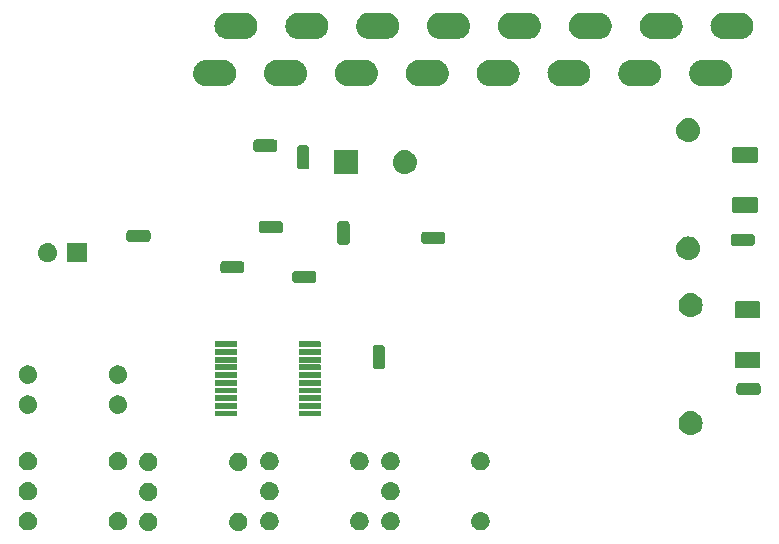
<source format=gbr>
%TF.GenerationSoftware,KiCad,Pcbnew,7.0.2*%
%TF.CreationDate,2024-12-05T18:12:45+09:00*%
%TF.ProjectId,YZ_CDI_PROT_V1,595a5f43-4449-45f5-9052-4f545f56312e,rev?*%
%TF.SameCoordinates,Original*%
%TF.FileFunction,Soldermask,Top*%
%TF.FilePolarity,Negative*%
%FSLAX46Y46*%
G04 Gerber Fmt 4.6, Leading zero omitted, Abs format (unit mm)*
G04 Created by KiCad (PCBNEW 7.0.2) date 2024-12-05 18:12:45*
%MOMM*%
%LPD*%
G01*
G04 APERTURE LIST*
G04 APERTURE END LIST*
G36*
X-51759546Y46327442D02*
G01*
X-51718285Y46327442D01*
X-51671742Y46317549D01*
X-51625989Y46312394D01*
X-51592720Y46300753D01*
X-51558434Y46293465D01*
X-51509024Y46271467D01*
X-51460703Y46254558D01*
X-51435552Y46238755D01*
X-51409140Y46226995D01*
X-51359889Y46191212D01*
X-51312431Y46161392D01*
X-51295390Y46144351D01*
X-51276926Y46130936D01*
X-51231280Y46080241D01*
X-51188608Y46037569D01*
X-51178793Y46021949D01*
X-51167569Y46009483D01*
X-51129176Y45942984D01*
X-51095442Y45889297D01*
X-51091230Y45877259D01*
X-51085861Y45867960D01*
X-51058369Y45783347D01*
X-51037606Y45724011D01*
X-51036819Y45717024D01*
X-51035358Y45712528D01*
X-51022109Y45586464D01*
X-51018000Y45550000D01*
X-51022109Y45513534D01*
X-51035358Y45387473D01*
X-51036819Y45382978D01*
X-51037606Y45375989D01*
X-51058373Y45316641D01*
X-51085861Y45232041D01*
X-51091229Y45222744D01*
X-51095442Y45210703D01*
X-51129183Y45157006D01*
X-51167569Y45090518D01*
X-51178791Y45078056D01*
X-51188608Y45062431D01*
X-51231289Y45019751D01*
X-51276926Y44969065D01*
X-51295386Y44955654D01*
X-51312431Y44938608D01*
X-51359899Y44908783D01*
X-51409140Y44873006D01*
X-51435546Y44861250D01*
X-51460703Y44845442D01*
X-51509035Y44828531D01*
X-51558434Y44806536D01*
X-51592714Y44799250D01*
X-51625989Y44787606D01*
X-51671745Y44782451D01*
X-51718285Y44772558D01*
X-51759546Y44772558D01*
X-51800000Y44768000D01*
X-51840454Y44772558D01*
X-51881715Y44772558D01*
X-51928257Y44782451D01*
X-51974011Y44787606D01*
X-52007285Y44799250D01*
X-52041567Y44806536D01*
X-52090971Y44828532D01*
X-52139297Y44845442D01*
X-52164452Y44861248D01*
X-52190861Y44873006D01*
X-52240110Y44908787D01*
X-52287569Y44938608D01*
X-52304612Y44955651D01*
X-52323075Y44969065D01*
X-52368722Y45019761D01*
X-52411392Y45062431D01*
X-52421208Y45078052D01*
X-52432432Y45090518D01*
X-52470830Y45157025D01*
X-52504558Y45210703D01*
X-52508770Y45222740D01*
X-52514140Y45232041D01*
X-52541642Y45316681D01*
X-52562394Y45375989D01*
X-52563181Y45382974D01*
X-52564643Y45387473D01*
X-52577907Y45513666D01*
X-52582000Y45550000D01*
X-52577907Y45586332D01*
X-52564643Y45712528D01*
X-52563181Y45717029D01*
X-52562394Y45724011D01*
X-52541646Y45783307D01*
X-52514140Y45867960D01*
X-52508769Y45877264D01*
X-52504558Y45889297D01*
X-52470837Y45942964D01*
X-52432432Y46009483D01*
X-52421205Y46021952D01*
X-52411392Y46037569D01*
X-52368731Y46080231D01*
X-52323075Y46130936D01*
X-52304609Y46144353D01*
X-52287569Y46161392D01*
X-52240113Y46191211D01*
X-52190861Y46226994D01*
X-52164451Y46238753D01*
X-52139297Y46254558D01*
X-52090979Y46271466D01*
X-52041565Y46293466D01*
X-52007276Y46300755D01*
X-51974011Y46312394D01*
X-51928261Y46317549D01*
X-51881715Y46327442D01*
X-51840454Y46327442D01*
X-51800000Y46332000D01*
X-51759546Y46327442D01*
G37*
G36*
X-49179546Y46277442D02*
G01*
X-49138285Y46277442D01*
X-49091742Y46267549D01*
X-49045989Y46262394D01*
X-49012720Y46250753D01*
X-48978434Y46243465D01*
X-48929024Y46221467D01*
X-48880703Y46204558D01*
X-48855552Y46188755D01*
X-48829140Y46176995D01*
X-48779889Y46141212D01*
X-48732431Y46111392D01*
X-48715390Y46094351D01*
X-48696926Y46080936D01*
X-48651280Y46030241D01*
X-48608608Y45987569D01*
X-48598793Y45971949D01*
X-48587569Y45959483D01*
X-48549176Y45892984D01*
X-48515442Y45839297D01*
X-48511230Y45827259D01*
X-48505861Y45817960D01*
X-48478369Y45733347D01*
X-48457606Y45674011D01*
X-48456819Y45667024D01*
X-48455358Y45662528D01*
X-48442109Y45536464D01*
X-48438000Y45500000D01*
X-48442109Y45463534D01*
X-48455358Y45337473D01*
X-48456819Y45332978D01*
X-48457606Y45325989D01*
X-48478373Y45266641D01*
X-48505861Y45182041D01*
X-48511229Y45172744D01*
X-48515442Y45160703D01*
X-48549183Y45107006D01*
X-48587569Y45040518D01*
X-48598791Y45028056D01*
X-48608608Y45012431D01*
X-48651289Y44969751D01*
X-48696926Y44919065D01*
X-48715386Y44905654D01*
X-48732431Y44888608D01*
X-48779899Y44858783D01*
X-48829140Y44823006D01*
X-48855546Y44811250D01*
X-48880703Y44795442D01*
X-48929035Y44778531D01*
X-48978434Y44756536D01*
X-49012714Y44749250D01*
X-49045989Y44737606D01*
X-49091745Y44732451D01*
X-49138285Y44722558D01*
X-49179546Y44722558D01*
X-49220000Y44718000D01*
X-49260454Y44722558D01*
X-49301715Y44722558D01*
X-49348257Y44732451D01*
X-49394011Y44737606D01*
X-49427285Y44749250D01*
X-49461567Y44756536D01*
X-49510971Y44778532D01*
X-49559297Y44795442D01*
X-49584452Y44811248D01*
X-49610861Y44823006D01*
X-49660110Y44858787D01*
X-49707569Y44888608D01*
X-49724612Y44905651D01*
X-49743075Y44919065D01*
X-49788722Y44969761D01*
X-49831392Y45012431D01*
X-49841208Y45028052D01*
X-49852432Y45040518D01*
X-49890830Y45107025D01*
X-49924558Y45160703D01*
X-49928770Y45172740D01*
X-49934140Y45182041D01*
X-49961642Y45266681D01*
X-49982394Y45325989D01*
X-49983181Y45332974D01*
X-49984643Y45337473D01*
X-49997907Y45463666D01*
X-50002000Y45500000D01*
X-49997907Y45536332D01*
X-49984643Y45662528D01*
X-49983181Y45667029D01*
X-49982394Y45674011D01*
X-49961646Y45733307D01*
X-49934140Y45817960D01*
X-49928769Y45827264D01*
X-49924558Y45839297D01*
X-49890837Y45892964D01*
X-49852432Y45959483D01*
X-49841205Y45971952D01*
X-49831392Y45987569D01*
X-49788731Y46030231D01*
X-49743075Y46080936D01*
X-49724609Y46094353D01*
X-49707569Y46111392D01*
X-49660113Y46141211D01*
X-49610861Y46176994D01*
X-49584451Y46188753D01*
X-49559297Y46204558D01*
X-49510979Y46221466D01*
X-49461565Y46243466D01*
X-49427276Y46250755D01*
X-49394011Y46262394D01*
X-49348261Y46267549D01*
X-49301715Y46277442D01*
X-49260454Y46277442D01*
X-49220000Y46282000D01*
X-49179546Y46277442D01*
G37*
G36*
X-41559546Y46277442D02*
G01*
X-41518285Y46277442D01*
X-41471742Y46267549D01*
X-41425989Y46262394D01*
X-41392720Y46250753D01*
X-41358434Y46243465D01*
X-41309024Y46221467D01*
X-41260703Y46204558D01*
X-41235552Y46188755D01*
X-41209140Y46176995D01*
X-41159889Y46141212D01*
X-41112431Y46111392D01*
X-41095390Y46094351D01*
X-41076926Y46080936D01*
X-41031280Y46030241D01*
X-40988608Y45987569D01*
X-40978793Y45971949D01*
X-40967569Y45959483D01*
X-40929176Y45892984D01*
X-40895442Y45839297D01*
X-40891230Y45827259D01*
X-40885861Y45817960D01*
X-40858369Y45733347D01*
X-40837606Y45674011D01*
X-40836819Y45667024D01*
X-40835358Y45662528D01*
X-40822108Y45536454D01*
X-40818000Y45500000D01*
X-40822110Y45463523D01*
X-40835358Y45337473D01*
X-40836819Y45332978D01*
X-40837606Y45325989D01*
X-40858373Y45266641D01*
X-40885861Y45182041D01*
X-40891229Y45172744D01*
X-40895442Y45160703D01*
X-40929183Y45107006D01*
X-40967569Y45040518D01*
X-40978791Y45028056D01*
X-40988608Y45012431D01*
X-41031289Y44969751D01*
X-41076926Y44919065D01*
X-41095386Y44905654D01*
X-41112431Y44888608D01*
X-41159899Y44858783D01*
X-41209140Y44823006D01*
X-41235546Y44811250D01*
X-41260703Y44795442D01*
X-41309035Y44778531D01*
X-41358434Y44756536D01*
X-41392714Y44749250D01*
X-41425989Y44737606D01*
X-41471745Y44732451D01*
X-41518285Y44722558D01*
X-41559546Y44722558D01*
X-41600000Y44718000D01*
X-41640454Y44722558D01*
X-41681715Y44722558D01*
X-41728257Y44732451D01*
X-41774011Y44737606D01*
X-41807285Y44749250D01*
X-41841567Y44756536D01*
X-41890971Y44778532D01*
X-41939297Y44795442D01*
X-41964452Y44811248D01*
X-41990861Y44823006D01*
X-42040110Y44858787D01*
X-42087569Y44888608D01*
X-42104612Y44905651D01*
X-42123075Y44919065D01*
X-42168722Y44969761D01*
X-42211392Y45012431D01*
X-42221208Y45028052D01*
X-42232432Y45040518D01*
X-42270830Y45107025D01*
X-42304558Y45160703D01*
X-42308770Y45172740D01*
X-42314140Y45182041D01*
X-42341642Y45266681D01*
X-42362394Y45325989D01*
X-42363181Y45332974D01*
X-42364643Y45337473D01*
X-42377905Y45463655D01*
X-42382000Y45500000D01*
X-42377908Y45536321D01*
X-42364643Y45662528D01*
X-42363181Y45667029D01*
X-42362394Y45674011D01*
X-42341646Y45733307D01*
X-42314140Y45817960D01*
X-42308769Y45827264D01*
X-42304558Y45839297D01*
X-42270837Y45892964D01*
X-42232432Y45959483D01*
X-42221205Y45971952D01*
X-42211392Y45987569D01*
X-42168731Y46030231D01*
X-42123075Y46080936D01*
X-42104609Y46094353D01*
X-42087569Y46111392D01*
X-42040113Y46141211D01*
X-41990861Y46176994D01*
X-41964451Y46188753D01*
X-41939297Y46204558D01*
X-41890979Y46221466D01*
X-41841565Y46243466D01*
X-41807276Y46250755D01*
X-41774011Y46262394D01*
X-41728261Y46267549D01*
X-41681715Y46277442D01*
X-41640454Y46277442D01*
X-41600000Y46282000D01*
X-41559546Y46277442D01*
G37*
G36*
X-59379546Y46327442D02*
G01*
X-59338285Y46327442D01*
X-59291742Y46317549D01*
X-59245989Y46312394D01*
X-59212720Y46300753D01*
X-59178434Y46293465D01*
X-59129024Y46271467D01*
X-59080703Y46254558D01*
X-59055552Y46238755D01*
X-59029140Y46226995D01*
X-58979889Y46191212D01*
X-58932431Y46161392D01*
X-58915390Y46144351D01*
X-58896926Y46130936D01*
X-58851280Y46080241D01*
X-58808608Y46037569D01*
X-58798793Y46021949D01*
X-58787569Y46009483D01*
X-58749176Y45942984D01*
X-58715442Y45889297D01*
X-58711230Y45877259D01*
X-58705861Y45867960D01*
X-58678369Y45783347D01*
X-58657606Y45724011D01*
X-58656819Y45717024D01*
X-58655358Y45712528D01*
X-58642108Y45586454D01*
X-58638000Y45550000D01*
X-58642110Y45513523D01*
X-58655358Y45387473D01*
X-58656819Y45382978D01*
X-58657606Y45375989D01*
X-58678373Y45316641D01*
X-58705861Y45232041D01*
X-58711229Y45222744D01*
X-58715442Y45210703D01*
X-58749183Y45157006D01*
X-58787569Y45090518D01*
X-58798791Y45078056D01*
X-58808608Y45062431D01*
X-58851289Y45019751D01*
X-58896926Y44969065D01*
X-58915386Y44955654D01*
X-58932431Y44938608D01*
X-58979899Y44908783D01*
X-59029140Y44873006D01*
X-59055546Y44861250D01*
X-59080703Y44845442D01*
X-59129035Y44828531D01*
X-59178434Y44806536D01*
X-59212714Y44799250D01*
X-59245989Y44787606D01*
X-59291745Y44782451D01*
X-59338285Y44772558D01*
X-59379546Y44772558D01*
X-59420000Y44768000D01*
X-59460454Y44772558D01*
X-59501715Y44772558D01*
X-59548257Y44782451D01*
X-59594011Y44787606D01*
X-59627285Y44799250D01*
X-59661567Y44806536D01*
X-59710971Y44828532D01*
X-59759297Y44845442D01*
X-59784452Y44861248D01*
X-59810861Y44873006D01*
X-59860110Y44908787D01*
X-59907569Y44938608D01*
X-59924612Y44955651D01*
X-59943075Y44969065D01*
X-59988722Y45019761D01*
X-60031392Y45062431D01*
X-60041208Y45078052D01*
X-60052432Y45090518D01*
X-60090830Y45157025D01*
X-60124558Y45210703D01*
X-60128770Y45222740D01*
X-60134140Y45232041D01*
X-60161642Y45316681D01*
X-60182394Y45375989D01*
X-60183181Y45382974D01*
X-60184643Y45387473D01*
X-60197907Y45513666D01*
X-60202000Y45550000D01*
X-60197907Y45586332D01*
X-60184643Y45712528D01*
X-60183181Y45717029D01*
X-60182394Y45724011D01*
X-60161646Y45783307D01*
X-60134140Y45867960D01*
X-60128769Y45877264D01*
X-60124558Y45889297D01*
X-60090837Y45942964D01*
X-60052432Y46009483D01*
X-60041205Y46021952D01*
X-60031392Y46037569D01*
X-59988731Y46080231D01*
X-59943075Y46130936D01*
X-59924609Y46144353D01*
X-59907569Y46161392D01*
X-59860113Y46191211D01*
X-59810861Y46226994D01*
X-59784451Y46238753D01*
X-59759297Y46254558D01*
X-59710979Y46271466D01*
X-59661565Y46293466D01*
X-59627276Y46300755D01*
X-59594011Y46312394D01*
X-59548261Y46317549D01*
X-59501715Y46327442D01*
X-59460454Y46327442D01*
X-59420000Y46332000D01*
X-59379546Y46327442D01*
G37*
G36*
X-38929546Y46327442D02*
G01*
X-38888285Y46327442D01*
X-38841742Y46317549D01*
X-38795989Y46312394D01*
X-38762720Y46300753D01*
X-38728434Y46293465D01*
X-38679024Y46271467D01*
X-38630703Y46254558D01*
X-38605552Y46238755D01*
X-38579140Y46226995D01*
X-38529889Y46191212D01*
X-38482431Y46161392D01*
X-38465390Y46144351D01*
X-38446926Y46130936D01*
X-38401280Y46080241D01*
X-38358608Y46037569D01*
X-38348793Y46021949D01*
X-38337569Y46009483D01*
X-38299176Y45942984D01*
X-38265442Y45889297D01*
X-38261230Y45877259D01*
X-38255861Y45867960D01*
X-38228369Y45783347D01*
X-38207606Y45724011D01*
X-38206819Y45717024D01*
X-38205358Y45712528D01*
X-38192109Y45586464D01*
X-38188000Y45550000D01*
X-38192109Y45513534D01*
X-38205358Y45387473D01*
X-38206819Y45382978D01*
X-38207606Y45375989D01*
X-38228373Y45316641D01*
X-38255861Y45232041D01*
X-38261229Y45222744D01*
X-38265442Y45210703D01*
X-38299183Y45157006D01*
X-38337569Y45090518D01*
X-38348791Y45078056D01*
X-38358608Y45062431D01*
X-38401289Y45019751D01*
X-38446926Y44969065D01*
X-38465386Y44955654D01*
X-38482431Y44938608D01*
X-38529899Y44908783D01*
X-38579140Y44873006D01*
X-38605546Y44861250D01*
X-38630703Y44845442D01*
X-38679035Y44828531D01*
X-38728434Y44806536D01*
X-38762714Y44799250D01*
X-38795989Y44787606D01*
X-38841745Y44782451D01*
X-38888285Y44772558D01*
X-38929546Y44772558D01*
X-38970000Y44768000D01*
X-39010454Y44772558D01*
X-39051715Y44772558D01*
X-39098257Y44782451D01*
X-39144011Y44787606D01*
X-39177285Y44799250D01*
X-39211567Y44806536D01*
X-39260971Y44828532D01*
X-39309297Y44845442D01*
X-39334452Y44861248D01*
X-39360861Y44873006D01*
X-39410110Y44908787D01*
X-39457569Y44938608D01*
X-39474612Y44955651D01*
X-39493075Y44969065D01*
X-39538722Y45019761D01*
X-39581392Y45062431D01*
X-39591208Y45078052D01*
X-39602432Y45090518D01*
X-39640830Y45157025D01*
X-39674558Y45210703D01*
X-39678770Y45222740D01*
X-39684140Y45232041D01*
X-39711642Y45316681D01*
X-39732394Y45375989D01*
X-39733181Y45382974D01*
X-39734643Y45387473D01*
X-39747907Y45513666D01*
X-39752000Y45550000D01*
X-39747907Y45586332D01*
X-39734643Y45712528D01*
X-39733181Y45717029D01*
X-39732394Y45724011D01*
X-39711646Y45783307D01*
X-39684140Y45867960D01*
X-39678769Y45877264D01*
X-39674558Y45889297D01*
X-39640837Y45942964D01*
X-39602432Y46009483D01*
X-39591205Y46021952D01*
X-39581392Y46037569D01*
X-39538731Y46080231D01*
X-39493075Y46130936D01*
X-39474609Y46144353D01*
X-39457569Y46161392D01*
X-39410113Y46191211D01*
X-39360861Y46226994D01*
X-39334451Y46238753D01*
X-39309297Y46254558D01*
X-39260979Y46271466D01*
X-39211565Y46293466D01*
X-39177276Y46300755D01*
X-39144011Y46312394D01*
X-39098261Y46317549D01*
X-39051715Y46327442D01*
X-39010454Y46327442D01*
X-38970000Y46332000D01*
X-38929546Y46327442D01*
G37*
G36*
X-31309546Y46327442D02*
G01*
X-31268285Y46327442D01*
X-31221742Y46317549D01*
X-31175989Y46312394D01*
X-31142720Y46300753D01*
X-31108434Y46293465D01*
X-31059024Y46271467D01*
X-31010703Y46254558D01*
X-30985552Y46238755D01*
X-30959140Y46226995D01*
X-30909889Y46191212D01*
X-30862431Y46161392D01*
X-30845390Y46144351D01*
X-30826926Y46130936D01*
X-30781280Y46080241D01*
X-30738608Y46037569D01*
X-30728793Y46021949D01*
X-30717569Y46009483D01*
X-30679176Y45942984D01*
X-30645442Y45889297D01*
X-30641230Y45877259D01*
X-30635861Y45867960D01*
X-30608369Y45783347D01*
X-30587606Y45724011D01*
X-30586819Y45717024D01*
X-30585358Y45712528D01*
X-30572109Y45586464D01*
X-30568000Y45550000D01*
X-30572109Y45513534D01*
X-30585358Y45387473D01*
X-30586819Y45382978D01*
X-30587606Y45375989D01*
X-30608373Y45316641D01*
X-30635861Y45232041D01*
X-30641229Y45222744D01*
X-30645442Y45210703D01*
X-30679183Y45157006D01*
X-30717569Y45090518D01*
X-30728791Y45078056D01*
X-30738608Y45062431D01*
X-30781289Y45019751D01*
X-30826926Y44969065D01*
X-30845386Y44955654D01*
X-30862431Y44938608D01*
X-30909899Y44908783D01*
X-30959140Y44873006D01*
X-30985546Y44861250D01*
X-31010703Y44845442D01*
X-31059035Y44828531D01*
X-31108434Y44806536D01*
X-31142714Y44799250D01*
X-31175989Y44787606D01*
X-31221745Y44782451D01*
X-31268285Y44772558D01*
X-31309546Y44772558D01*
X-31350000Y44768000D01*
X-31390454Y44772558D01*
X-31431715Y44772558D01*
X-31478257Y44782451D01*
X-31524011Y44787606D01*
X-31557285Y44799250D01*
X-31591567Y44806536D01*
X-31640971Y44828532D01*
X-31689297Y44845442D01*
X-31714452Y44861248D01*
X-31740861Y44873006D01*
X-31790110Y44908787D01*
X-31837569Y44938608D01*
X-31854612Y44955651D01*
X-31873075Y44969065D01*
X-31918722Y45019761D01*
X-31961392Y45062431D01*
X-31971208Y45078052D01*
X-31982432Y45090518D01*
X-32020830Y45157025D01*
X-32054558Y45210703D01*
X-32058770Y45222740D01*
X-32064140Y45232041D01*
X-32091642Y45316681D01*
X-32112394Y45375989D01*
X-32113181Y45382974D01*
X-32114643Y45387473D01*
X-32127907Y45513666D01*
X-32132000Y45550000D01*
X-32127907Y45586332D01*
X-32114643Y45712528D01*
X-32113181Y45717029D01*
X-32112394Y45724011D01*
X-32091646Y45783307D01*
X-32064140Y45867960D01*
X-32058769Y45877264D01*
X-32054558Y45889297D01*
X-32020837Y45942964D01*
X-31982432Y46009483D01*
X-31971205Y46021952D01*
X-31961392Y46037569D01*
X-31918731Y46080231D01*
X-31873075Y46130936D01*
X-31854609Y46144353D01*
X-31837569Y46161392D01*
X-31790113Y46191211D01*
X-31740861Y46226994D01*
X-31714451Y46238753D01*
X-31689297Y46254558D01*
X-31640979Y46271466D01*
X-31591565Y46293466D01*
X-31557276Y46300755D01*
X-31524011Y46312394D01*
X-31478261Y46317549D01*
X-31431715Y46327442D01*
X-31390454Y46327442D01*
X-31350000Y46332000D01*
X-31309546Y46327442D01*
G37*
G36*
X-28679546Y46327442D02*
G01*
X-28638285Y46327442D01*
X-28591742Y46317549D01*
X-28545989Y46312394D01*
X-28512720Y46300753D01*
X-28478434Y46293465D01*
X-28429024Y46271467D01*
X-28380703Y46254558D01*
X-28355552Y46238755D01*
X-28329140Y46226995D01*
X-28279889Y46191212D01*
X-28232431Y46161392D01*
X-28215390Y46144351D01*
X-28196926Y46130936D01*
X-28151280Y46080241D01*
X-28108608Y46037569D01*
X-28098793Y46021949D01*
X-28087569Y46009483D01*
X-28049176Y45942984D01*
X-28015442Y45889297D01*
X-28011230Y45877259D01*
X-28005861Y45867960D01*
X-27978369Y45783347D01*
X-27957606Y45724011D01*
X-27956819Y45717024D01*
X-27955358Y45712528D01*
X-27942109Y45586464D01*
X-27938000Y45550000D01*
X-27942109Y45513534D01*
X-27955358Y45387473D01*
X-27956819Y45382978D01*
X-27957606Y45375989D01*
X-27978373Y45316641D01*
X-28005861Y45232041D01*
X-28011229Y45222744D01*
X-28015442Y45210703D01*
X-28049183Y45157006D01*
X-28087569Y45090518D01*
X-28098791Y45078056D01*
X-28108608Y45062431D01*
X-28151289Y45019751D01*
X-28196926Y44969065D01*
X-28215386Y44955654D01*
X-28232431Y44938608D01*
X-28279899Y44908783D01*
X-28329140Y44873006D01*
X-28355546Y44861250D01*
X-28380703Y44845442D01*
X-28429035Y44828531D01*
X-28478434Y44806536D01*
X-28512714Y44799250D01*
X-28545989Y44787606D01*
X-28591745Y44782451D01*
X-28638285Y44772558D01*
X-28679546Y44772558D01*
X-28720000Y44768000D01*
X-28760454Y44772558D01*
X-28801715Y44772558D01*
X-28848257Y44782451D01*
X-28894011Y44787606D01*
X-28927285Y44799250D01*
X-28961567Y44806536D01*
X-29010971Y44828532D01*
X-29059297Y44845442D01*
X-29084452Y44861248D01*
X-29110861Y44873006D01*
X-29160110Y44908787D01*
X-29207569Y44938608D01*
X-29224612Y44955651D01*
X-29243075Y44969065D01*
X-29288722Y45019761D01*
X-29331392Y45062431D01*
X-29341208Y45078052D01*
X-29352432Y45090518D01*
X-29390830Y45157025D01*
X-29424558Y45210703D01*
X-29428770Y45222740D01*
X-29434140Y45232041D01*
X-29461642Y45316681D01*
X-29482394Y45375989D01*
X-29483181Y45382974D01*
X-29484643Y45387473D01*
X-29497907Y45513666D01*
X-29502000Y45550000D01*
X-29497907Y45586332D01*
X-29484643Y45712528D01*
X-29483181Y45717029D01*
X-29482394Y45724011D01*
X-29461646Y45783307D01*
X-29434140Y45867960D01*
X-29428769Y45877264D01*
X-29424558Y45889297D01*
X-29390837Y45942964D01*
X-29352432Y46009483D01*
X-29341205Y46021952D01*
X-29331392Y46037569D01*
X-29288731Y46080231D01*
X-29243075Y46130936D01*
X-29224609Y46144353D01*
X-29207569Y46161392D01*
X-29160113Y46191211D01*
X-29110861Y46226994D01*
X-29084451Y46238753D01*
X-29059297Y46254558D01*
X-29010979Y46271466D01*
X-28961565Y46293466D01*
X-28927276Y46300755D01*
X-28894011Y46312394D01*
X-28848261Y46317549D01*
X-28801715Y46327442D01*
X-28760454Y46327442D01*
X-28720000Y46332000D01*
X-28679546Y46327442D01*
G37*
G36*
X-21059546Y46327442D02*
G01*
X-21018285Y46327442D01*
X-20971742Y46317549D01*
X-20925989Y46312394D01*
X-20892720Y46300753D01*
X-20858434Y46293465D01*
X-20809024Y46271467D01*
X-20760703Y46254558D01*
X-20735552Y46238755D01*
X-20709140Y46226995D01*
X-20659889Y46191212D01*
X-20612431Y46161392D01*
X-20595390Y46144351D01*
X-20576926Y46130936D01*
X-20531280Y46080241D01*
X-20488608Y46037569D01*
X-20478793Y46021949D01*
X-20467569Y46009483D01*
X-20429176Y45942984D01*
X-20395442Y45889297D01*
X-20391230Y45877259D01*
X-20385861Y45867960D01*
X-20358369Y45783347D01*
X-20337606Y45724011D01*
X-20336819Y45717024D01*
X-20335358Y45712528D01*
X-20322109Y45586464D01*
X-20318000Y45550000D01*
X-20322109Y45513534D01*
X-20335358Y45387473D01*
X-20336819Y45382978D01*
X-20337606Y45375989D01*
X-20358373Y45316641D01*
X-20385861Y45232041D01*
X-20391229Y45222744D01*
X-20395442Y45210703D01*
X-20429183Y45157006D01*
X-20467569Y45090518D01*
X-20478791Y45078056D01*
X-20488608Y45062431D01*
X-20531289Y45019751D01*
X-20576926Y44969065D01*
X-20595386Y44955654D01*
X-20612431Y44938608D01*
X-20659899Y44908783D01*
X-20709140Y44873006D01*
X-20735546Y44861250D01*
X-20760703Y44845442D01*
X-20809035Y44828531D01*
X-20858434Y44806536D01*
X-20892714Y44799250D01*
X-20925989Y44787606D01*
X-20971745Y44782451D01*
X-21018285Y44772558D01*
X-21059546Y44772558D01*
X-21100000Y44768000D01*
X-21140454Y44772558D01*
X-21181715Y44772558D01*
X-21228257Y44782451D01*
X-21274011Y44787606D01*
X-21307285Y44799250D01*
X-21341567Y44806536D01*
X-21390971Y44828532D01*
X-21439297Y44845442D01*
X-21464452Y44861248D01*
X-21490861Y44873006D01*
X-21540110Y44908787D01*
X-21587569Y44938608D01*
X-21604612Y44955651D01*
X-21623075Y44969065D01*
X-21668722Y45019761D01*
X-21711392Y45062431D01*
X-21721208Y45078052D01*
X-21732432Y45090518D01*
X-21770830Y45157025D01*
X-21804558Y45210703D01*
X-21808770Y45222740D01*
X-21814140Y45232041D01*
X-21841642Y45316681D01*
X-21862394Y45375989D01*
X-21863181Y45382974D01*
X-21864643Y45387473D01*
X-21877905Y45513655D01*
X-21882000Y45550000D01*
X-21877908Y45586321D01*
X-21864643Y45712528D01*
X-21863181Y45717029D01*
X-21862394Y45724011D01*
X-21841646Y45783307D01*
X-21814140Y45867960D01*
X-21808769Y45877264D01*
X-21804558Y45889297D01*
X-21770837Y45942964D01*
X-21732432Y46009483D01*
X-21721205Y46021952D01*
X-21711392Y46037569D01*
X-21668731Y46080231D01*
X-21623075Y46130936D01*
X-21604609Y46144353D01*
X-21587569Y46161392D01*
X-21540113Y46191211D01*
X-21490861Y46226994D01*
X-21464451Y46238753D01*
X-21439297Y46254558D01*
X-21390979Y46271466D01*
X-21341565Y46293466D01*
X-21307276Y46300755D01*
X-21274011Y46312394D01*
X-21228261Y46317549D01*
X-21181715Y46327442D01*
X-21140454Y46327442D01*
X-21100000Y46332000D01*
X-21059546Y46327442D01*
G37*
G36*
X-59379546Y48867442D02*
G01*
X-59338285Y48867442D01*
X-59291742Y48857549D01*
X-59245989Y48852394D01*
X-59212720Y48840753D01*
X-59178434Y48833465D01*
X-59129024Y48811467D01*
X-59080703Y48794558D01*
X-59055552Y48778755D01*
X-59029140Y48766995D01*
X-58979889Y48731212D01*
X-58932431Y48701392D01*
X-58915390Y48684351D01*
X-58896926Y48670936D01*
X-58851280Y48620241D01*
X-58808608Y48577569D01*
X-58798793Y48561949D01*
X-58787569Y48549483D01*
X-58749176Y48482984D01*
X-58715442Y48429297D01*
X-58711230Y48417259D01*
X-58705861Y48407960D01*
X-58678369Y48323347D01*
X-58657606Y48264011D01*
X-58656819Y48257024D01*
X-58655358Y48252528D01*
X-58642109Y48126464D01*
X-58638000Y48090000D01*
X-58642109Y48053534D01*
X-58655358Y47927473D01*
X-58656819Y47922978D01*
X-58657606Y47915989D01*
X-58678373Y47856641D01*
X-58705861Y47772041D01*
X-58711229Y47762744D01*
X-58715442Y47750703D01*
X-58749183Y47697006D01*
X-58787569Y47630518D01*
X-58798791Y47618056D01*
X-58808608Y47602431D01*
X-58851289Y47559751D01*
X-58896926Y47509065D01*
X-58915386Y47495654D01*
X-58932431Y47478608D01*
X-58979899Y47448783D01*
X-59029140Y47413006D01*
X-59055546Y47401250D01*
X-59080703Y47385442D01*
X-59129035Y47368531D01*
X-59178434Y47346536D01*
X-59212714Y47339250D01*
X-59245989Y47327606D01*
X-59291745Y47322451D01*
X-59338285Y47312558D01*
X-59379546Y47312558D01*
X-59420000Y47308000D01*
X-59460454Y47312558D01*
X-59501715Y47312558D01*
X-59548257Y47322451D01*
X-59594011Y47327606D01*
X-59627285Y47339250D01*
X-59661567Y47346536D01*
X-59710971Y47368532D01*
X-59759297Y47385442D01*
X-59784452Y47401248D01*
X-59810861Y47413006D01*
X-59860110Y47448787D01*
X-59907569Y47478608D01*
X-59924612Y47495651D01*
X-59943075Y47509065D01*
X-59988722Y47559761D01*
X-60031392Y47602431D01*
X-60041208Y47618052D01*
X-60052432Y47630518D01*
X-60090830Y47697025D01*
X-60124558Y47750703D01*
X-60128770Y47762740D01*
X-60134140Y47772041D01*
X-60161642Y47856681D01*
X-60182394Y47915989D01*
X-60183181Y47922974D01*
X-60184643Y47927473D01*
X-60197905Y48053655D01*
X-60202000Y48090000D01*
X-60197908Y48126321D01*
X-60184643Y48252528D01*
X-60183181Y48257029D01*
X-60182394Y48264011D01*
X-60161646Y48323307D01*
X-60134140Y48407960D01*
X-60128769Y48417264D01*
X-60124558Y48429297D01*
X-60090837Y48482964D01*
X-60052432Y48549483D01*
X-60041205Y48561952D01*
X-60031392Y48577569D01*
X-59988731Y48620231D01*
X-59943075Y48670936D01*
X-59924609Y48684353D01*
X-59907569Y48701392D01*
X-59860113Y48731211D01*
X-59810861Y48766994D01*
X-59784451Y48778753D01*
X-59759297Y48794558D01*
X-59710979Y48811466D01*
X-59661565Y48833466D01*
X-59627276Y48840755D01*
X-59594011Y48852394D01*
X-59548261Y48857549D01*
X-59501715Y48867442D01*
X-59460454Y48867442D01*
X-59420000Y48872000D01*
X-59379546Y48867442D01*
G37*
G36*
X-49179546Y48817442D02*
G01*
X-49138285Y48817442D01*
X-49091742Y48807549D01*
X-49045989Y48802394D01*
X-49012720Y48790753D01*
X-48978434Y48783465D01*
X-48929024Y48761467D01*
X-48880703Y48744558D01*
X-48855552Y48728755D01*
X-48829140Y48716995D01*
X-48779889Y48681212D01*
X-48732431Y48651392D01*
X-48715390Y48634351D01*
X-48696926Y48620936D01*
X-48651280Y48570241D01*
X-48608608Y48527569D01*
X-48598793Y48511949D01*
X-48587569Y48499483D01*
X-48549176Y48432984D01*
X-48515442Y48379297D01*
X-48511230Y48367259D01*
X-48505861Y48357960D01*
X-48478369Y48273347D01*
X-48457606Y48214011D01*
X-48456819Y48207024D01*
X-48455358Y48202528D01*
X-48442109Y48076464D01*
X-48438000Y48040000D01*
X-48442109Y48003534D01*
X-48455358Y47877473D01*
X-48456819Y47872978D01*
X-48457606Y47865989D01*
X-48478373Y47806641D01*
X-48505861Y47722041D01*
X-48511229Y47712744D01*
X-48515442Y47700703D01*
X-48549183Y47647006D01*
X-48587569Y47580518D01*
X-48598791Y47568056D01*
X-48608608Y47552431D01*
X-48651289Y47509751D01*
X-48696926Y47459065D01*
X-48715386Y47445654D01*
X-48732431Y47428608D01*
X-48779899Y47398783D01*
X-48829140Y47363006D01*
X-48855546Y47351250D01*
X-48880703Y47335442D01*
X-48929035Y47318531D01*
X-48978434Y47296536D01*
X-49012714Y47289250D01*
X-49045989Y47277606D01*
X-49091745Y47272451D01*
X-49138285Y47262558D01*
X-49179546Y47262558D01*
X-49220000Y47258000D01*
X-49260454Y47262558D01*
X-49301715Y47262558D01*
X-49348257Y47272451D01*
X-49394011Y47277606D01*
X-49427285Y47289250D01*
X-49461567Y47296536D01*
X-49510971Y47318532D01*
X-49559297Y47335442D01*
X-49584452Y47351248D01*
X-49610861Y47363006D01*
X-49660110Y47398787D01*
X-49707569Y47428608D01*
X-49724612Y47445651D01*
X-49743075Y47459065D01*
X-49788722Y47509761D01*
X-49831392Y47552431D01*
X-49841208Y47568052D01*
X-49852432Y47580518D01*
X-49890830Y47647025D01*
X-49924558Y47700703D01*
X-49928770Y47712740D01*
X-49934140Y47722041D01*
X-49961642Y47806681D01*
X-49982394Y47865989D01*
X-49983181Y47872974D01*
X-49984643Y47877473D01*
X-49997907Y48003666D01*
X-50002000Y48040000D01*
X-49997907Y48076332D01*
X-49984643Y48202528D01*
X-49983181Y48207029D01*
X-49982394Y48214011D01*
X-49961646Y48273307D01*
X-49934140Y48357960D01*
X-49928769Y48367264D01*
X-49924558Y48379297D01*
X-49890837Y48432964D01*
X-49852432Y48499483D01*
X-49841205Y48511952D01*
X-49831392Y48527569D01*
X-49788731Y48570231D01*
X-49743075Y48620936D01*
X-49724609Y48634353D01*
X-49707569Y48651392D01*
X-49660113Y48681211D01*
X-49610861Y48716994D01*
X-49584451Y48728753D01*
X-49559297Y48744558D01*
X-49510979Y48761466D01*
X-49461565Y48783466D01*
X-49427276Y48790755D01*
X-49394011Y48802394D01*
X-49348261Y48807549D01*
X-49301715Y48817442D01*
X-49260454Y48817442D01*
X-49220000Y48822000D01*
X-49179546Y48817442D01*
G37*
G36*
X-38929546Y48867442D02*
G01*
X-38888285Y48867442D01*
X-38841742Y48857549D01*
X-38795989Y48852394D01*
X-38762720Y48840753D01*
X-38728434Y48833465D01*
X-38679024Y48811467D01*
X-38630703Y48794558D01*
X-38605552Y48778755D01*
X-38579140Y48766995D01*
X-38529889Y48731212D01*
X-38482431Y48701392D01*
X-38465390Y48684351D01*
X-38446926Y48670936D01*
X-38401280Y48620241D01*
X-38358608Y48577569D01*
X-38348793Y48561949D01*
X-38337569Y48549483D01*
X-38299176Y48482984D01*
X-38265442Y48429297D01*
X-38261230Y48417259D01*
X-38255861Y48407960D01*
X-38228369Y48323347D01*
X-38207606Y48264011D01*
X-38206819Y48257024D01*
X-38205358Y48252528D01*
X-38192108Y48126454D01*
X-38188000Y48090000D01*
X-38192110Y48053523D01*
X-38205358Y47927473D01*
X-38206819Y47922978D01*
X-38207606Y47915989D01*
X-38228373Y47856641D01*
X-38255861Y47772041D01*
X-38261229Y47762744D01*
X-38265442Y47750703D01*
X-38299183Y47697006D01*
X-38337569Y47630518D01*
X-38348791Y47618056D01*
X-38358608Y47602431D01*
X-38401289Y47559751D01*
X-38446926Y47509065D01*
X-38465386Y47495654D01*
X-38482431Y47478608D01*
X-38529899Y47448783D01*
X-38579140Y47413006D01*
X-38605546Y47401250D01*
X-38630703Y47385442D01*
X-38679035Y47368531D01*
X-38728434Y47346536D01*
X-38762714Y47339250D01*
X-38795989Y47327606D01*
X-38841745Y47322451D01*
X-38888285Y47312558D01*
X-38929546Y47312558D01*
X-38970000Y47308000D01*
X-39010454Y47312558D01*
X-39051715Y47312558D01*
X-39098257Y47322451D01*
X-39144011Y47327606D01*
X-39177285Y47339250D01*
X-39211567Y47346536D01*
X-39260971Y47368532D01*
X-39309297Y47385442D01*
X-39334452Y47401248D01*
X-39360861Y47413006D01*
X-39410110Y47448787D01*
X-39457569Y47478608D01*
X-39474612Y47495651D01*
X-39493075Y47509065D01*
X-39538722Y47559761D01*
X-39581392Y47602431D01*
X-39591208Y47618052D01*
X-39602432Y47630518D01*
X-39640830Y47697025D01*
X-39674558Y47750703D01*
X-39678770Y47762740D01*
X-39684140Y47772041D01*
X-39711642Y47856681D01*
X-39732394Y47915989D01*
X-39733181Y47922974D01*
X-39734643Y47927473D01*
X-39747907Y48053666D01*
X-39752000Y48090000D01*
X-39747907Y48126332D01*
X-39734643Y48252528D01*
X-39733181Y48257029D01*
X-39732394Y48264011D01*
X-39711646Y48323307D01*
X-39684140Y48407960D01*
X-39678769Y48417264D01*
X-39674558Y48429297D01*
X-39640837Y48482964D01*
X-39602432Y48549483D01*
X-39591205Y48561952D01*
X-39581392Y48577569D01*
X-39538731Y48620231D01*
X-39493075Y48670936D01*
X-39474609Y48684353D01*
X-39457569Y48701392D01*
X-39410113Y48731211D01*
X-39360861Y48766994D01*
X-39334451Y48778753D01*
X-39309297Y48794558D01*
X-39260979Y48811466D01*
X-39211565Y48833466D01*
X-39177276Y48840755D01*
X-39144011Y48852394D01*
X-39098261Y48857549D01*
X-39051715Y48867442D01*
X-39010454Y48867442D01*
X-38970000Y48872000D01*
X-38929546Y48867442D01*
G37*
G36*
X-28679546Y48867442D02*
G01*
X-28638285Y48867442D01*
X-28591742Y48857549D01*
X-28545989Y48852394D01*
X-28512720Y48840753D01*
X-28478434Y48833465D01*
X-28429024Y48811467D01*
X-28380703Y48794558D01*
X-28355552Y48778755D01*
X-28329140Y48766995D01*
X-28279889Y48731212D01*
X-28232431Y48701392D01*
X-28215390Y48684351D01*
X-28196926Y48670936D01*
X-28151280Y48620241D01*
X-28108608Y48577569D01*
X-28098793Y48561949D01*
X-28087569Y48549483D01*
X-28049176Y48482984D01*
X-28015442Y48429297D01*
X-28011230Y48417259D01*
X-28005861Y48407960D01*
X-27978369Y48323347D01*
X-27957606Y48264011D01*
X-27956819Y48257024D01*
X-27955358Y48252528D01*
X-27942109Y48126464D01*
X-27938000Y48090000D01*
X-27942109Y48053534D01*
X-27955358Y47927473D01*
X-27956819Y47922978D01*
X-27957606Y47915989D01*
X-27978373Y47856641D01*
X-28005861Y47772041D01*
X-28011229Y47762744D01*
X-28015442Y47750703D01*
X-28049183Y47697006D01*
X-28087569Y47630518D01*
X-28098791Y47618056D01*
X-28108608Y47602431D01*
X-28151289Y47559751D01*
X-28196926Y47509065D01*
X-28215386Y47495654D01*
X-28232431Y47478608D01*
X-28279899Y47448783D01*
X-28329140Y47413006D01*
X-28355546Y47401250D01*
X-28380703Y47385442D01*
X-28429035Y47368531D01*
X-28478434Y47346536D01*
X-28512714Y47339250D01*
X-28545989Y47327606D01*
X-28591745Y47322451D01*
X-28638285Y47312558D01*
X-28679546Y47312558D01*
X-28720000Y47308000D01*
X-28760454Y47312558D01*
X-28801715Y47312558D01*
X-28848257Y47322451D01*
X-28894011Y47327606D01*
X-28927285Y47339250D01*
X-28961567Y47346536D01*
X-29010971Y47368532D01*
X-29059297Y47385442D01*
X-29084452Y47401248D01*
X-29110861Y47413006D01*
X-29160110Y47448787D01*
X-29207569Y47478608D01*
X-29224612Y47495651D01*
X-29243075Y47509065D01*
X-29288722Y47559761D01*
X-29331392Y47602431D01*
X-29341208Y47618052D01*
X-29352432Y47630518D01*
X-29390830Y47697025D01*
X-29424558Y47750703D01*
X-29428770Y47762740D01*
X-29434140Y47772041D01*
X-29461642Y47856681D01*
X-29482394Y47915989D01*
X-29483181Y47922974D01*
X-29484643Y47927473D01*
X-29497907Y48053666D01*
X-29502000Y48090000D01*
X-29497907Y48126332D01*
X-29484643Y48252528D01*
X-29483181Y48257029D01*
X-29482394Y48264011D01*
X-29461646Y48323307D01*
X-29434140Y48407960D01*
X-29428769Y48417264D01*
X-29424558Y48429297D01*
X-29390837Y48482964D01*
X-29352432Y48549483D01*
X-29341205Y48561952D01*
X-29331392Y48577569D01*
X-29288731Y48620231D01*
X-29243075Y48670936D01*
X-29224609Y48684353D01*
X-29207569Y48701392D01*
X-29160113Y48731211D01*
X-29110861Y48766994D01*
X-29084451Y48778753D01*
X-29059297Y48794558D01*
X-29010979Y48811466D01*
X-28961565Y48833466D01*
X-28927276Y48840755D01*
X-28894011Y48852394D01*
X-28848261Y48857549D01*
X-28801715Y48867442D01*
X-28760454Y48867442D01*
X-28720000Y48872000D01*
X-28679546Y48867442D01*
G37*
G36*
X-51759546Y51407442D02*
G01*
X-51718285Y51407442D01*
X-51671742Y51397549D01*
X-51625989Y51392394D01*
X-51592720Y51380753D01*
X-51558434Y51373465D01*
X-51509024Y51351467D01*
X-51460703Y51334558D01*
X-51435552Y51318755D01*
X-51409140Y51306995D01*
X-51359889Y51271212D01*
X-51312431Y51241392D01*
X-51295390Y51224351D01*
X-51276926Y51210936D01*
X-51231280Y51160241D01*
X-51188608Y51117569D01*
X-51178793Y51101949D01*
X-51167569Y51089483D01*
X-51129176Y51022984D01*
X-51095442Y50969297D01*
X-51091230Y50957259D01*
X-51085861Y50947960D01*
X-51058369Y50863347D01*
X-51037606Y50804011D01*
X-51036819Y50797024D01*
X-51035358Y50792528D01*
X-51022109Y50666464D01*
X-51018000Y50630000D01*
X-51022109Y50593534D01*
X-51035358Y50467473D01*
X-51036819Y50462978D01*
X-51037606Y50455989D01*
X-51058373Y50396641D01*
X-51085861Y50312041D01*
X-51091229Y50302744D01*
X-51095442Y50290703D01*
X-51129183Y50237006D01*
X-51167569Y50170518D01*
X-51178791Y50158056D01*
X-51188608Y50142431D01*
X-51231289Y50099751D01*
X-51276926Y50049065D01*
X-51295386Y50035654D01*
X-51312431Y50018608D01*
X-51359899Y49988783D01*
X-51409140Y49953006D01*
X-51435546Y49941250D01*
X-51460703Y49925442D01*
X-51509035Y49908531D01*
X-51558434Y49886536D01*
X-51592714Y49879250D01*
X-51625989Y49867606D01*
X-51671745Y49862451D01*
X-51718285Y49852558D01*
X-51759546Y49852558D01*
X-51800000Y49848000D01*
X-51840454Y49852558D01*
X-51881715Y49852558D01*
X-51928257Y49862451D01*
X-51974011Y49867606D01*
X-52007285Y49879250D01*
X-52041567Y49886536D01*
X-52090971Y49908532D01*
X-52139297Y49925442D01*
X-52164452Y49941248D01*
X-52190861Y49953006D01*
X-52240110Y49988787D01*
X-52287569Y50018608D01*
X-52304612Y50035651D01*
X-52323075Y50049065D01*
X-52368722Y50099761D01*
X-52411392Y50142431D01*
X-52421208Y50158052D01*
X-52432432Y50170518D01*
X-52470830Y50237025D01*
X-52504558Y50290703D01*
X-52508770Y50302740D01*
X-52514140Y50312041D01*
X-52541642Y50396681D01*
X-52562394Y50455989D01*
X-52563181Y50462974D01*
X-52564643Y50467473D01*
X-52577907Y50593666D01*
X-52582000Y50630000D01*
X-52577907Y50666332D01*
X-52564643Y50792528D01*
X-52563181Y50797029D01*
X-52562394Y50804011D01*
X-52541646Y50863307D01*
X-52514140Y50947960D01*
X-52508769Y50957264D01*
X-52504558Y50969297D01*
X-52470837Y51022964D01*
X-52432432Y51089483D01*
X-52421205Y51101952D01*
X-52411392Y51117569D01*
X-52368731Y51160231D01*
X-52323075Y51210936D01*
X-52304609Y51224353D01*
X-52287569Y51241392D01*
X-52240113Y51271211D01*
X-52190861Y51306994D01*
X-52164451Y51318753D01*
X-52139297Y51334558D01*
X-52090979Y51351466D01*
X-52041565Y51373466D01*
X-52007276Y51380755D01*
X-51974011Y51392394D01*
X-51928261Y51397549D01*
X-51881715Y51407442D01*
X-51840454Y51407442D01*
X-51800000Y51412000D01*
X-51759546Y51407442D01*
G37*
G36*
X-49179546Y51357442D02*
G01*
X-49138285Y51357442D01*
X-49091742Y51347549D01*
X-49045989Y51342394D01*
X-49012720Y51330753D01*
X-48978434Y51323465D01*
X-48929024Y51301467D01*
X-48880703Y51284558D01*
X-48855552Y51268755D01*
X-48829140Y51256995D01*
X-48779889Y51221212D01*
X-48732431Y51191392D01*
X-48715390Y51174351D01*
X-48696926Y51160936D01*
X-48651280Y51110241D01*
X-48608608Y51067569D01*
X-48598793Y51051949D01*
X-48587569Y51039483D01*
X-48549176Y50972984D01*
X-48515442Y50919297D01*
X-48511230Y50907259D01*
X-48505861Y50897960D01*
X-48478369Y50813347D01*
X-48457606Y50754011D01*
X-48456819Y50747024D01*
X-48455358Y50742528D01*
X-48442108Y50616454D01*
X-48438000Y50580000D01*
X-48442110Y50543523D01*
X-48455358Y50417473D01*
X-48456819Y50412978D01*
X-48457606Y50405989D01*
X-48478373Y50346641D01*
X-48505861Y50262041D01*
X-48511229Y50252744D01*
X-48515442Y50240703D01*
X-48549183Y50187006D01*
X-48587569Y50120518D01*
X-48598791Y50108056D01*
X-48608608Y50092431D01*
X-48651289Y50049751D01*
X-48696926Y49999065D01*
X-48715386Y49985654D01*
X-48732431Y49968608D01*
X-48779899Y49938783D01*
X-48829140Y49903006D01*
X-48855546Y49891250D01*
X-48880703Y49875442D01*
X-48929035Y49858531D01*
X-48978434Y49836536D01*
X-49012714Y49829250D01*
X-49045989Y49817606D01*
X-49091745Y49812451D01*
X-49138285Y49802558D01*
X-49179546Y49802558D01*
X-49220000Y49798000D01*
X-49260454Y49802558D01*
X-49301715Y49802558D01*
X-49348257Y49812451D01*
X-49394011Y49817606D01*
X-49427285Y49829250D01*
X-49461567Y49836536D01*
X-49510971Y49858532D01*
X-49559297Y49875442D01*
X-49584452Y49891248D01*
X-49610861Y49903006D01*
X-49660110Y49938787D01*
X-49707569Y49968608D01*
X-49724612Y49985651D01*
X-49743075Y49999065D01*
X-49788722Y50049761D01*
X-49831392Y50092431D01*
X-49841208Y50108052D01*
X-49852432Y50120518D01*
X-49890830Y50187025D01*
X-49924558Y50240703D01*
X-49928770Y50252740D01*
X-49934140Y50262041D01*
X-49961642Y50346681D01*
X-49982394Y50405989D01*
X-49983181Y50412974D01*
X-49984643Y50417473D01*
X-49997905Y50543655D01*
X-50002000Y50580000D01*
X-49997908Y50616321D01*
X-49984643Y50742528D01*
X-49983181Y50747029D01*
X-49982394Y50754011D01*
X-49961646Y50813307D01*
X-49934140Y50897960D01*
X-49928769Y50907264D01*
X-49924558Y50919297D01*
X-49890837Y50972964D01*
X-49852432Y51039483D01*
X-49841205Y51051952D01*
X-49831392Y51067569D01*
X-49788731Y51110231D01*
X-49743075Y51160936D01*
X-49724609Y51174353D01*
X-49707569Y51191392D01*
X-49660113Y51221211D01*
X-49610861Y51256994D01*
X-49584451Y51268753D01*
X-49559297Y51284558D01*
X-49510979Y51301466D01*
X-49461565Y51323466D01*
X-49427276Y51330755D01*
X-49394011Y51342394D01*
X-49348261Y51347549D01*
X-49301715Y51357442D01*
X-49260454Y51357442D01*
X-49220000Y51362000D01*
X-49179546Y51357442D01*
G37*
G36*
X-41559546Y51357442D02*
G01*
X-41518285Y51357442D01*
X-41471742Y51347549D01*
X-41425989Y51342394D01*
X-41392720Y51330753D01*
X-41358434Y51323465D01*
X-41309024Y51301467D01*
X-41260703Y51284558D01*
X-41235552Y51268755D01*
X-41209140Y51256995D01*
X-41159889Y51221212D01*
X-41112431Y51191392D01*
X-41095390Y51174351D01*
X-41076926Y51160936D01*
X-41031280Y51110241D01*
X-40988608Y51067569D01*
X-40978793Y51051949D01*
X-40967569Y51039483D01*
X-40929176Y50972984D01*
X-40895442Y50919297D01*
X-40891230Y50907259D01*
X-40885861Y50897960D01*
X-40858369Y50813347D01*
X-40837606Y50754011D01*
X-40836819Y50747024D01*
X-40835358Y50742528D01*
X-40822109Y50616464D01*
X-40818000Y50580000D01*
X-40822109Y50543534D01*
X-40835358Y50417473D01*
X-40836819Y50412978D01*
X-40837606Y50405989D01*
X-40858373Y50346641D01*
X-40885861Y50262041D01*
X-40891229Y50252744D01*
X-40895442Y50240703D01*
X-40929183Y50187006D01*
X-40967569Y50120518D01*
X-40978791Y50108056D01*
X-40988608Y50092431D01*
X-41031289Y50049751D01*
X-41076926Y49999065D01*
X-41095386Y49985654D01*
X-41112431Y49968608D01*
X-41159899Y49938783D01*
X-41209140Y49903006D01*
X-41235546Y49891250D01*
X-41260703Y49875442D01*
X-41309035Y49858531D01*
X-41358434Y49836536D01*
X-41392714Y49829250D01*
X-41425989Y49817606D01*
X-41471745Y49812451D01*
X-41518285Y49802558D01*
X-41559546Y49802558D01*
X-41600000Y49798000D01*
X-41640454Y49802558D01*
X-41681715Y49802558D01*
X-41728257Y49812451D01*
X-41774011Y49817606D01*
X-41807285Y49829250D01*
X-41841567Y49836536D01*
X-41890971Y49858532D01*
X-41939297Y49875442D01*
X-41964452Y49891248D01*
X-41990861Y49903006D01*
X-42040110Y49938787D01*
X-42087569Y49968608D01*
X-42104612Y49985651D01*
X-42123075Y49999065D01*
X-42168722Y50049761D01*
X-42211392Y50092431D01*
X-42221208Y50108052D01*
X-42232432Y50120518D01*
X-42270830Y50187025D01*
X-42304558Y50240703D01*
X-42308770Y50252740D01*
X-42314140Y50262041D01*
X-42341642Y50346681D01*
X-42362394Y50405989D01*
X-42363181Y50412974D01*
X-42364643Y50417473D01*
X-42377907Y50543666D01*
X-42382000Y50580000D01*
X-42377907Y50616332D01*
X-42364643Y50742528D01*
X-42363181Y50747029D01*
X-42362394Y50754011D01*
X-42341646Y50813307D01*
X-42314140Y50897960D01*
X-42308769Y50907264D01*
X-42304558Y50919297D01*
X-42270837Y50972964D01*
X-42232432Y51039483D01*
X-42221205Y51051952D01*
X-42211392Y51067569D01*
X-42168731Y51110231D01*
X-42123075Y51160936D01*
X-42104609Y51174353D01*
X-42087569Y51191392D01*
X-42040113Y51221211D01*
X-41990861Y51256994D01*
X-41964451Y51268753D01*
X-41939297Y51284558D01*
X-41890979Y51301466D01*
X-41841565Y51323466D01*
X-41807276Y51330755D01*
X-41774011Y51342394D01*
X-41728261Y51347549D01*
X-41681715Y51357442D01*
X-41640454Y51357442D01*
X-41600000Y51362000D01*
X-41559546Y51357442D01*
G37*
G36*
X-59379546Y51407442D02*
G01*
X-59338285Y51407442D01*
X-59291742Y51397549D01*
X-59245989Y51392394D01*
X-59212720Y51380753D01*
X-59178434Y51373465D01*
X-59129024Y51351467D01*
X-59080703Y51334558D01*
X-59055552Y51318755D01*
X-59029140Y51306995D01*
X-58979889Y51271212D01*
X-58932431Y51241392D01*
X-58915390Y51224351D01*
X-58896926Y51210936D01*
X-58851280Y51160241D01*
X-58808608Y51117569D01*
X-58798793Y51101949D01*
X-58787569Y51089483D01*
X-58749176Y51022984D01*
X-58715442Y50969297D01*
X-58711230Y50957259D01*
X-58705861Y50947960D01*
X-58678369Y50863347D01*
X-58657606Y50804011D01*
X-58656819Y50797024D01*
X-58655358Y50792528D01*
X-58642109Y50666464D01*
X-58638000Y50630000D01*
X-58642109Y50593534D01*
X-58655358Y50467473D01*
X-58656819Y50462978D01*
X-58657606Y50455989D01*
X-58678373Y50396641D01*
X-58705861Y50312041D01*
X-58711229Y50302744D01*
X-58715442Y50290703D01*
X-58749183Y50237006D01*
X-58787569Y50170518D01*
X-58798791Y50158056D01*
X-58808608Y50142431D01*
X-58851289Y50099751D01*
X-58896926Y50049065D01*
X-58915386Y50035654D01*
X-58932431Y50018608D01*
X-58979899Y49988783D01*
X-59029140Y49953006D01*
X-59055546Y49941250D01*
X-59080703Y49925442D01*
X-59129035Y49908531D01*
X-59178434Y49886536D01*
X-59212714Y49879250D01*
X-59245989Y49867606D01*
X-59291745Y49862451D01*
X-59338285Y49852558D01*
X-59379546Y49852558D01*
X-59420000Y49848000D01*
X-59460454Y49852558D01*
X-59501715Y49852558D01*
X-59548257Y49862451D01*
X-59594011Y49867606D01*
X-59627285Y49879250D01*
X-59661567Y49886536D01*
X-59710971Y49908532D01*
X-59759297Y49925442D01*
X-59784452Y49941248D01*
X-59810861Y49953006D01*
X-59860110Y49988787D01*
X-59907569Y50018608D01*
X-59924612Y50035651D01*
X-59943075Y50049065D01*
X-59988722Y50099761D01*
X-60031392Y50142431D01*
X-60041208Y50158052D01*
X-60052432Y50170518D01*
X-60090830Y50237025D01*
X-60124558Y50290703D01*
X-60128770Y50302740D01*
X-60134140Y50312041D01*
X-60161642Y50396681D01*
X-60182394Y50455989D01*
X-60183181Y50462974D01*
X-60184643Y50467473D01*
X-60197907Y50593666D01*
X-60202000Y50630000D01*
X-60197907Y50666332D01*
X-60184643Y50792528D01*
X-60183181Y50797029D01*
X-60182394Y50804011D01*
X-60161646Y50863307D01*
X-60134140Y50947960D01*
X-60128769Y50957264D01*
X-60124558Y50969297D01*
X-60090837Y51022964D01*
X-60052432Y51089483D01*
X-60041205Y51101952D01*
X-60031392Y51117569D01*
X-59988731Y51160231D01*
X-59943075Y51210936D01*
X-59924609Y51224353D01*
X-59907569Y51241392D01*
X-59860113Y51271211D01*
X-59810861Y51306994D01*
X-59784451Y51318753D01*
X-59759297Y51334558D01*
X-59710979Y51351466D01*
X-59661565Y51373466D01*
X-59627276Y51380755D01*
X-59594011Y51392394D01*
X-59548261Y51397549D01*
X-59501715Y51407442D01*
X-59460454Y51407442D01*
X-59420000Y51412000D01*
X-59379546Y51407442D01*
G37*
G36*
X-38929546Y51407442D02*
G01*
X-38888285Y51407442D01*
X-38841742Y51397549D01*
X-38795989Y51392394D01*
X-38762720Y51380753D01*
X-38728434Y51373465D01*
X-38679024Y51351467D01*
X-38630703Y51334558D01*
X-38605552Y51318755D01*
X-38579140Y51306995D01*
X-38529889Y51271212D01*
X-38482431Y51241392D01*
X-38465390Y51224351D01*
X-38446926Y51210936D01*
X-38401280Y51160241D01*
X-38358608Y51117569D01*
X-38348793Y51101949D01*
X-38337569Y51089483D01*
X-38299176Y51022984D01*
X-38265442Y50969297D01*
X-38261230Y50957259D01*
X-38255861Y50947960D01*
X-38228369Y50863347D01*
X-38207606Y50804011D01*
X-38206819Y50797024D01*
X-38205358Y50792528D01*
X-38192109Y50666464D01*
X-38188000Y50630000D01*
X-38192109Y50593534D01*
X-38205358Y50467473D01*
X-38206819Y50462978D01*
X-38207606Y50455989D01*
X-38228373Y50396641D01*
X-38255861Y50312041D01*
X-38261229Y50302744D01*
X-38265442Y50290703D01*
X-38299183Y50237006D01*
X-38337569Y50170518D01*
X-38348791Y50158056D01*
X-38358608Y50142431D01*
X-38401289Y50099751D01*
X-38446926Y50049065D01*
X-38465386Y50035654D01*
X-38482431Y50018608D01*
X-38529899Y49988783D01*
X-38579140Y49953006D01*
X-38605546Y49941250D01*
X-38630703Y49925442D01*
X-38679035Y49908531D01*
X-38728434Y49886536D01*
X-38762714Y49879250D01*
X-38795989Y49867606D01*
X-38841745Y49862451D01*
X-38888285Y49852558D01*
X-38929546Y49852558D01*
X-38970000Y49848000D01*
X-39010454Y49852558D01*
X-39051715Y49852558D01*
X-39098257Y49862451D01*
X-39144011Y49867606D01*
X-39177285Y49879250D01*
X-39211567Y49886536D01*
X-39260971Y49908532D01*
X-39309297Y49925442D01*
X-39334452Y49941248D01*
X-39360861Y49953006D01*
X-39410110Y49988787D01*
X-39457569Y50018608D01*
X-39474612Y50035651D01*
X-39493075Y50049065D01*
X-39538722Y50099761D01*
X-39581392Y50142431D01*
X-39591208Y50158052D01*
X-39602432Y50170518D01*
X-39640830Y50237025D01*
X-39674558Y50290703D01*
X-39678770Y50302740D01*
X-39684140Y50312041D01*
X-39711642Y50396681D01*
X-39732394Y50455989D01*
X-39733181Y50462974D01*
X-39734643Y50467473D01*
X-39747907Y50593666D01*
X-39752000Y50630000D01*
X-39747907Y50666332D01*
X-39734643Y50792528D01*
X-39733181Y50797029D01*
X-39732394Y50804011D01*
X-39711646Y50863307D01*
X-39684140Y50947960D01*
X-39678769Y50957264D01*
X-39674558Y50969297D01*
X-39640837Y51022964D01*
X-39602432Y51089483D01*
X-39591205Y51101952D01*
X-39581392Y51117569D01*
X-39538731Y51160231D01*
X-39493075Y51210936D01*
X-39474609Y51224353D01*
X-39457569Y51241392D01*
X-39410113Y51271211D01*
X-39360861Y51306994D01*
X-39334451Y51318753D01*
X-39309297Y51334558D01*
X-39260979Y51351466D01*
X-39211565Y51373466D01*
X-39177276Y51380755D01*
X-39144011Y51392394D01*
X-39098261Y51397549D01*
X-39051715Y51407442D01*
X-39010454Y51407442D01*
X-38970000Y51412000D01*
X-38929546Y51407442D01*
G37*
G36*
X-31309546Y51407442D02*
G01*
X-31268285Y51407442D01*
X-31221742Y51397549D01*
X-31175989Y51392394D01*
X-31142720Y51380753D01*
X-31108434Y51373465D01*
X-31059024Y51351467D01*
X-31010703Y51334558D01*
X-30985552Y51318755D01*
X-30959140Y51306995D01*
X-30909889Y51271212D01*
X-30862431Y51241392D01*
X-30845390Y51224351D01*
X-30826926Y51210936D01*
X-30781280Y51160241D01*
X-30738608Y51117569D01*
X-30728793Y51101949D01*
X-30717569Y51089483D01*
X-30679176Y51022984D01*
X-30645442Y50969297D01*
X-30641230Y50957259D01*
X-30635861Y50947960D01*
X-30608369Y50863347D01*
X-30587606Y50804011D01*
X-30586819Y50797024D01*
X-30585358Y50792528D01*
X-30572109Y50666464D01*
X-30568000Y50630000D01*
X-30572109Y50593534D01*
X-30585358Y50467473D01*
X-30586819Y50462978D01*
X-30587606Y50455989D01*
X-30608373Y50396641D01*
X-30635861Y50312041D01*
X-30641229Y50302744D01*
X-30645442Y50290703D01*
X-30679183Y50237006D01*
X-30717569Y50170518D01*
X-30728791Y50158056D01*
X-30738608Y50142431D01*
X-30781289Y50099751D01*
X-30826926Y50049065D01*
X-30845386Y50035654D01*
X-30862431Y50018608D01*
X-30909899Y49988783D01*
X-30959140Y49953006D01*
X-30985546Y49941250D01*
X-31010703Y49925442D01*
X-31059035Y49908531D01*
X-31108434Y49886536D01*
X-31142714Y49879250D01*
X-31175989Y49867606D01*
X-31221745Y49862451D01*
X-31268285Y49852558D01*
X-31309546Y49852558D01*
X-31350000Y49848000D01*
X-31390454Y49852558D01*
X-31431715Y49852558D01*
X-31478257Y49862451D01*
X-31524011Y49867606D01*
X-31557285Y49879250D01*
X-31591567Y49886536D01*
X-31640971Y49908532D01*
X-31689297Y49925442D01*
X-31714452Y49941248D01*
X-31740861Y49953006D01*
X-31790110Y49988787D01*
X-31837569Y50018608D01*
X-31854612Y50035651D01*
X-31873075Y50049065D01*
X-31918722Y50099761D01*
X-31961392Y50142431D01*
X-31971208Y50158052D01*
X-31982432Y50170518D01*
X-32020830Y50237025D01*
X-32054558Y50290703D01*
X-32058770Y50302740D01*
X-32064140Y50312041D01*
X-32091642Y50396681D01*
X-32112394Y50455989D01*
X-32113181Y50462974D01*
X-32114643Y50467473D01*
X-32127907Y50593666D01*
X-32132000Y50630000D01*
X-32127907Y50666332D01*
X-32114643Y50792528D01*
X-32113181Y50797029D01*
X-32112394Y50804011D01*
X-32091646Y50863307D01*
X-32064140Y50947960D01*
X-32058769Y50957264D01*
X-32054558Y50969297D01*
X-32020837Y51022964D01*
X-31982432Y51089483D01*
X-31971205Y51101952D01*
X-31961392Y51117569D01*
X-31918731Y51160231D01*
X-31873075Y51210936D01*
X-31854609Y51224353D01*
X-31837569Y51241392D01*
X-31790113Y51271211D01*
X-31740861Y51306994D01*
X-31714451Y51318753D01*
X-31689297Y51334558D01*
X-31640979Y51351466D01*
X-31591565Y51373466D01*
X-31557276Y51380755D01*
X-31524011Y51392394D01*
X-31478261Y51397549D01*
X-31431715Y51407442D01*
X-31390454Y51407442D01*
X-31350000Y51412000D01*
X-31309546Y51407442D01*
G37*
G36*
X-28679546Y51407442D02*
G01*
X-28638285Y51407442D01*
X-28591742Y51397549D01*
X-28545989Y51392394D01*
X-28512720Y51380753D01*
X-28478434Y51373465D01*
X-28429024Y51351467D01*
X-28380703Y51334558D01*
X-28355552Y51318755D01*
X-28329140Y51306995D01*
X-28279889Y51271212D01*
X-28232431Y51241392D01*
X-28215390Y51224351D01*
X-28196926Y51210936D01*
X-28151280Y51160241D01*
X-28108608Y51117569D01*
X-28098793Y51101949D01*
X-28087569Y51089483D01*
X-28049176Y51022984D01*
X-28015442Y50969297D01*
X-28011230Y50957259D01*
X-28005861Y50947960D01*
X-27978369Y50863347D01*
X-27957606Y50804011D01*
X-27956819Y50797024D01*
X-27955358Y50792528D01*
X-27942109Y50666464D01*
X-27938000Y50630000D01*
X-27942109Y50593534D01*
X-27955358Y50467473D01*
X-27956819Y50462978D01*
X-27957606Y50455989D01*
X-27978373Y50396641D01*
X-28005861Y50312041D01*
X-28011229Y50302744D01*
X-28015442Y50290703D01*
X-28049183Y50237006D01*
X-28087569Y50170518D01*
X-28098791Y50158056D01*
X-28108608Y50142431D01*
X-28151289Y50099751D01*
X-28196926Y50049065D01*
X-28215386Y50035654D01*
X-28232431Y50018608D01*
X-28279899Y49988783D01*
X-28329140Y49953006D01*
X-28355546Y49941250D01*
X-28380703Y49925442D01*
X-28429035Y49908531D01*
X-28478434Y49886536D01*
X-28512714Y49879250D01*
X-28545989Y49867606D01*
X-28591745Y49862451D01*
X-28638285Y49852558D01*
X-28679546Y49852558D01*
X-28720000Y49848000D01*
X-28760454Y49852558D01*
X-28801715Y49852558D01*
X-28848257Y49862451D01*
X-28894011Y49867606D01*
X-28927285Y49879250D01*
X-28961567Y49886536D01*
X-29010971Y49908532D01*
X-29059297Y49925442D01*
X-29084452Y49941248D01*
X-29110861Y49953006D01*
X-29160110Y49988787D01*
X-29207569Y50018608D01*
X-29224612Y50035651D01*
X-29243075Y50049065D01*
X-29288722Y50099761D01*
X-29331392Y50142431D01*
X-29341208Y50158052D01*
X-29352432Y50170518D01*
X-29390830Y50237025D01*
X-29424558Y50290703D01*
X-29428770Y50302740D01*
X-29434140Y50312041D01*
X-29461642Y50396681D01*
X-29482394Y50455989D01*
X-29483181Y50462974D01*
X-29484643Y50467473D01*
X-29497907Y50593666D01*
X-29502000Y50630000D01*
X-29497907Y50666332D01*
X-29484643Y50792528D01*
X-29483181Y50797029D01*
X-29482394Y50804011D01*
X-29461646Y50863307D01*
X-29434140Y50947960D01*
X-29428769Y50957264D01*
X-29424558Y50969297D01*
X-29390837Y51022964D01*
X-29352432Y51089483D01*
X-29341205Y51101952D01*
X-29331392Y51117569D01*
X-29288731Y51160231D01*
X-29243075Y51210936D01*
X-29224609Y51224353D01*
X-29207569Y51241392D01*
X-29160113Y51271211D01*
X-29110861Y51306994D01*
X-29084451Y51318753D01*
X-29059297Y51334558D01*
X-29010979Y51351466D01*
X-28961565Y51373466D01*
X-28927276Y51380755D01*
X-28894011Y51392394D01*
X-28848261Y51397549D01*
X-28801715Y51407442D01*
X-28760454Y51407442D01*
X-28720000Y51412000D01*
X-28679546Y51407442D01*
G37*
G36*
X-21059546Y51407442D02*
G01*
X-21018285Y51407442D01*
X-20971742Y51397549D01*
X-20925989Y51392394D01*
X-20892720Y51380753D01*
X-20858434Y51373465D01*
X-20809024Y51351467D01*
X-20760703Y51334558D01*
X-20735552Y51318755D01*
X-20709140Y51306995D01*
X-20659889Y51271212D01*
X-20612431Y51241392D01*
X-20595390Y51224351D01*
X-20576926Y51210936D01*
X-20531280Y51160241D01*
X-20488608Y51117569D01*
X-20478793Y51101949D01*
X-20467569Y51089483D01*
X-20429176Y51022984D01*
X-20395442Y50969297D01*
X-20391230Y50957259D01*
X-20385861Y50947960D01*
X-20358369Y50863347D01*
X-20337606Y50804011D01*
X-20336819Y50797024D01*
X-20335358Y50792528D01*
X-20322109Y50666464D01*
X-20318000Y50630000D01*
X-20322109Y50593534D01*
X-20335358Y50467473D01*
X-20336819Y50462978D01*
X-20337606Y50455989D01*
X-20358373Y50396641D01*
X-20385861Y50312041D01*
X-20391229Y50302744D01*
X-20395442Y50290703D01*
X-20429183Y50237006D01*
X-20467569Y50170518D01*
X-20478791Y50158056D01*
X-20488608Y50142431D01*
X-20531289Y50099751D01*
X-20576926Y50049065D01*
X-20595386Y50035654D01*
X-20612431Y50018608D01*
X-20659899Y49988783D01*
X-20709140Y49953006D01*
X-20735546Y49941250D01*
X-20760703Y49925442D01*
X-20809035Y49908531D01*
X-20858434Y49886536D01*
X-20892714Y49879250D01*
X-20925989Y49867606D01*
X-20971745Y49862451D01*
X-21018285Y49852558D01*
X-21059546Y49852558D01*
X-21100000Y49848000D01*
X-21140454Y49852558D01*
X-21181715Y49852558D01*
X-21228257Y49862451D01*
X-21274011Y49867606D01*
X-21307285Y49879250D01*
X-21341567Y49886536D01*
X-21390971Y49908532D01*
X-21439297Y49925442D01*
X-21464452Y49941248D01*
X-21490861Y49953006D01*
X-21540110Y49988787D01*
X-21587569Y50018608D01*
X-21604612Y50035651D01*
X-21623075Y50049065D01*
X-21668722Y50099761D01*
X-21711392Y50142431D01*
X-21721208Y50158052D01*
X-21732432Y50170518D01*
X-21770830Y50237025D01*
X-21804558Y50290703D01*
X-21808770Y50302740D01*
X-21814140Y50312041D01*
X-21841642Y50396681D01*
X-21862394Y50455989D01*
X-21863181Y50462974D01*
X-21864643Y50467473D01*
X-21877907Y50593666D01*
X-21882000Y50630000D01*
X-21877907Y50666332D01*
X-21864643Y50792528D01*
X-21863181Y50797029D01*
X-21862394Y50804011D01*
X-21841646Y50863307D01*
X-21814140Y50947960D01*
X-21808769Y50957264D01*
X-21804558Y50969297D01*
X-21770837Y51022964D01*
X-21732432Y51089483D01*
X-21721205Y51101952D01*
X-21711392Y51117569D01*
X-21668731Y51160231D01*
X-21623075Y51210936D01*
X-21604609Y51224353D01*
X-21587569Y51241392D01*
X-21540113Y51271211D01*
X-21490861Y51306994D01*
X-21464451Y51318753D01*
X-21439297Y51334558D01*
X-21390979Y51351466D01*
X-21341565Y51373466D01*
X-21307276Y51380755D01*
X-21274011Y51392394D01*
X-21228261Y51397549D01*
X-21181715Y51407442D01*
X-21140454Y51407442D01*
X-21100000Y51412000D01*
X-21059546Y51407442D01*
G37*
G36*
X-51749546Y56207442D02*
G01*
X-51708285Y56207442D01*
X-51661742Y56197549D01*
X-51615989Y56192394D01*
X-51582720Y56180753D01*
X-51548434Y56173465D01*
X-51499024Y56151467D01*
X-51450703Y56134558D01*
X-51425552Y56118755D01*
X-51399140Y56106995D01*
X-51349889Y56071212D01*
X-51302431Y56041392D01*
X-51285390Y56024351D01*
X-51266926Y56010936D01*
X-51221280Y55960241D01*
X-51178608Y55917569D01*
X-51168793Y55901949D01*
X-51157569Y55889483D01*
X-51119176Y55822984D01*
X-51085442Y55769297D01*
X-51081230Y55757259D01*
X-51075861Y55747960D01*
X-51048369Y55663347D01*
X-51027606Y55604011D01*
X-51026819Y55597024D01*
X-51025358Y55592528D01*
X-51012109Y55466464D01*
X-51008000Y55430000D01*
X-51012109Y55393534D01*
X-51025358Y55267473D01*
X-51026819Y55262978D01*
X-51027606Y55255989D01*
X-51048373Y55196641D01*
X-51075861Y55112041D01*
X-51081229Y55102744D01*
X-51085442Y55090703D01*
X-51119183Y55037006D01*
X-51157569Y54970518D01*
X-51168791Y54958056D01*
X-51178608Y54942431D01*
X-51221289Y54899751D01*
X-51266926Y54849065D01*
X-51285386Y54835654D01*
X-51302431Y54818608D01*
X-51349899Y54788783D01*
X-51399140Y54753006D01*
X-51425546Y54741250D01*
X-51450703Y54725442D01*
X-51499035Y54708531D01*
X-51548434Y54686536D01*
X-51582714Y54679250D01*
X-51615989Y54667606D01*
X-51661745Y54662451D01*
X-51708285Y54652558D01*
X-51749546Y54652558D01*
X-51790000Y54648000D01*
X-51830454Y54652558D01*
X-51871715Y54652558D01*
X-51918257Y54662451D01*
X-51964011Y54667606D01*
X-51997285Y54679250D01*
X-52031567Y54686536D01*
X-52080971Y54708532D01*
X-52129297Y54725442D01*
X-52154452Y54741248D01*
X-52180861Y54753006D01*
X-52230110Y54788787D01*
X-52277569Y54818608D01*
X-52294612Y54835651D01*
X-52313075Y54849065D01*
X-52358722Y54899761D01*
X-52401392Y54942431D01*
X-52411208Y54958052D01*
X-52422432Y54970518D01*
X-52460830Y55037025D01*
X-52494558Y55090703D01*
X-52498770Y55102740D01*
X-52504140Y55112041D01*
X-52531642Y55196681D01*
X-52552394Y55255989D01*
X-52553181Y55262974D01*
X-52554643Y55267473D01*
X-52567907Y55393666D01*
X-52572000Y55430000D01*
X-52567907Y55466332D01*
X-52554643Y55592528D01*
X-52553181Y55597029D01*
X-52552394Y55604011D01*
X-52531646Y55663307D01*
X-52504140Y55747960D01*
X-52498769Y55757264D01*
X-52494558Y55769297D01*
X-52460837Y55822964D01*
X-52422432Y55889483D01*
X-52411205Y55901952D01*
X-52401392Y55917569D01*
X-52358731Y55960231D01*
X-52313075Y56010936D01*
X-52294609Y56024353D01*
X-52277569Y56041392D01*
X-52230113Y56071211D01*
X-52180861Y56106994D01*
X-52154451Y56118753D01*
X-52129297Y56134558D01*
X-52080979Y56151466D01*
X-52031565Y56173466D01*
X-51997276Y56180755D01*
X-51964011Y56192394D01*
X-51918261Y56197549D01*
X-51871715Y56207442D01*
X-51830454Y56207442D01*
X-51790000Y56212000D01*
X-51749546Y56207442D01*
G37*
G36*
X-41742346Y54918478D02*
G01*
X-41735858Y54914142D01*
X-41731522Y54907654D01*
X-41730000Y54900000D01*
X-41730000Y54450000D01*
X-41731522Y54442346D01*
X-41735858Y54435858D01*
X-41742346Y54431522D01*
X-41750000Y54430000D01*
X-43550000Y54430000D01*
X-43557654Y54431522D01*
X-43564142Y54435858D01*
X-43568478Y54442346D01*
X-43570000Y54450000D01*
X-43570000Y54900000D01*
X-43568478Y54907654D01*
X-43564142Y54914142D01*
X-43557654Y54918478D01*
X-43550000Y54920000D01*
X-41750000Y54920000D01*
X-41742346Y54918478D01*
G37*
G36*
X-34642346Y54918478D02*
G01*
X-34635858Y54914142D01*
X-34631522Y54907654D01*
X-34630000Y54900000D01*
X-34630000Y54450000D01*
X-34631522Y54442346D01*
X-34635858Y54435858D01*
X-34642346Y54431522D01*
X-34650000Y54430000D01*
X-36450000Y54430000D01*
X-36457654Y54431522D01*
X-36464142Y54435858D01*
X-36468478Y54442346D01*
X-36470000Y54450000D01*
X-36470000Y54900000D01*
X-36468478Y54907654D01*
X-36464142Y54914142D01*
X-36457654Y54918478D01*
X-36450000Y54920000D01*
X-34650000Y54920000D01*
X-34642346Y54918478D01*
G37*
G36*
X-3101008Y54850401D02*
G01*
X-2909663Y54792357D01*
X-2733318Y54698099D01*
X-2578751Y54571249D01*
X-2451901Y54416682D01*
X-2357643Y54240337D01*
X-2299599Y54048992D01*
X-2280000Y53850000D01*
X-2299599Y53651008D01*
X-2357643Y53459663D01*
X-2451901Y53283318D01*
X-2578751Y53128751D01*
X-2733318Y53001901D01*
X-2909663Y52907643D01*
X-3101008Y52849599D01*
X-3300000Y52830000D01*
X-3498992Y52849599D01*
X-3690337Y52907643D01*
X-3866682Y53001901D01*
X-4021249Y53128751D01*
X-4148099Y53283318D01*
X-4242357Y53459663D01*
X-4300401Y53651008D01*
X-4320000Y53850000D01*
X-4300401Y54048992D01*
X-4242357Y54240337D01*
X-4148099Y54416682D01*
X-4021249Y54571249D01*
X-3866682Y54698099D01*
X-3690337Y54792357D01*
X-3498992Y54850401D01*
X-3300000Y54870000D01*
X-3101008Y54850401D01*
G37*
G36*
X-59369546Y56207442D02*
G01*
X-59328285Y56207442D01*
X-59281742Y56197549D01*
X-59235989Y56192394D01*
X-59202720Y56180753D01*
X-59168434Y56173465D01*
X-59119024Y56151467D01*
X-59070703Y56134558D01*
X-59045552Y56118755D01*
X-59019140Y56106995D01*
X-58969889Y56071212D01*
X-58922431Y56041392D01*
X-58905390Y56024351D01*
X-58886926Y56010936D01*
X-58841280Y55960241D01*
X-58798608Y55917569D01*
X-58788793Y55901949D01*
X-58777569Y55889483D01*
X-58739176Y55822984D01*
X-58705442Y55769297D01*
X-58701230Y55757259D01*
X-58695861Y55747960D01*
X-58668369Y55663347D01*
X-58647606Y55604011D01*
X-58646819Y55597024D01*
X-58645358Y55592528D01*
X-58632109Y55466464D01*
X-58628000Y55430000D01*
X-58632109Y55393534D01*
X-58645358Y55267473D01*
X-58646819Y55262978D01*
X-58647606Y55255989D01*
X-58668373Y55196641D01*
X-58695861Y55112041D01*
X-58701229Y55102744D01*
X-58705442Y55090703D01*
X-58739183Y55037006D01*
X-58777569Y54970518D01*
X-58788791Y54958056D01*
X-58798608Y54942431D01*
X-58841289Y54899751D01*
X-58886926Y54849065D01*
X-58905386Y54835654D01*
X-58922431Y54818608D01*
X-58969899Y54788783D01*
X-59019140Y54753006D01*
X-59045546Y54741250D01*
X-59070703Y54725442D01*
X-59119035Y54708531D01*
X-59168434Y54686536D01*
X-59202714Y54679250D01*
X-59235989Y54667606D01*
X-59281745Y54662451D01*
X-59328285Y54652558D01*
X-59369546Y54652558D01*
X-59410000Y54648000D01*
X-59450454Y54652558D01*
X-59491715Y54652558D01*
X-59538257Y54662451D01*
X-59584011Y54667606D01*
X-59617285Y54679250D01*
X-59651567Y54686536D01*
X-59700971Y54708532D01*
X-59749297Y54725442D01*
X-59774452Y54741248D01*
X-59800861Y54753006D01*
X-59850110Y54788787D01*
X-59897569Y54818608D01*
X-59914612Y54835651D01*
X-59933075Y54849065D01*
X-59978722Y54899761D01*
X-60021392Y54942431D01*
X-60031208Y54958052D01*
X-60042432Y54970518D01*
X-60080830Y55037025D01*
X-60114558Y55090703D01*
X-60118770Y55102740D01*
X-60124140Y55112041D01*
X-60151642Y55196681D01*
X-60172394Y55255989D01*
X-60173181Y55262974D01*
X-60174643Y55267473D01*
X-60187905Y55393655D01*
X-60192000Y55430000D01*
X-60187908Y55466321D01*
X-60174643Y55592528D01*
X-60173181Y55597029D01*
X-60172394Y55604011D01*
X-60151646Y55663307D01*
X-60124140Y55747960D01*
X-60118769Y55757264D01*
X-60114558Y55769297D01*
X-60080837Y55822964D01*
X-60042432Y55889483D01*
X-60031205Y55901952D01*
X-60021392Y55917569D01*
X-59978731Y55960231D01*
X-59933075Y56010936D01*
X-59914609Y56024353D01*
X-59897569Y56041392D01*
X-59850113Y56071211D01*
X-59800861Y56106994D01*
X-59774451Y56118753D01*
X-59749297Y56134558D01*
X-59700979Y56151466D01*
X-59651565Y56173466D01*
X-59617276Y56180755D01*
X-59584011Y56192394D01*
X-59538261Y56197549D01*
X-59491715Y56207442D01*
X-59450454Y56207442D01*
X-59410000Y56212000D01*
X-59369546Y56207442D01*
G37*
G36*
X-41742346Y55568478D02*
G01*
X-41735858Y55564142D01*
X-41731522Y55557654D01*
X-41730000Y55550000D01*
X-41730000Y55100000D01*
X-41731522Y55092346D01*
X-41735858Y55085858D01*
X-41742346Y55081522D01*
X-41750000Y55080000D01*
X-43550000Y55080000D01*
X-43557654Y55081522D01*
X-43564142Y55085858D01*
X-43568478Y55092346D01*
X-43570000Y55100000D01*
X-43570000Y55550000D01*
X-43568478Y55557654D01*
X-43564142Y55564142D01*
X-43557654Y55568478D01*
X-43550000Y55570000D01*
X-41750000Y55570000D01*
X-41742346Y55568478D01*
G37*
G36*
X-34642346Y55568478D02*
G01*
X-34635858Y55564142D01*
X-34631522Y55557654D01*
X-34630000Y55550000D01*
X-34630000Y55100000D01*
X-34631522Y55092346D01*
X-34635858Y55085858D01*
X-34642346Y55081522D01*
X-34650000Y55080000D01*
X-36450000Y55080000D01*
X-36457654Y55081522D01*
X-36464142Y55085858D01*
X-36468478Y55092346D01*
X-36470000Y55100000D01*
X-36470000Y55550000D01*
X-36468478Y55557654D01*
X-36464142Y55564142D01*
X-36457654Y55568478D01*
X-36450000Y55570000D01*
X-34650000Y55570000D01*
X-34642346Y55568478D01*
G37*
G36*
X-41742346Y56218478D02*
G01*
X-41735858Y56214142D01*
X-41731522Y56207654D01*
X-41730000Y56200000D01*
X-41730000Y55750000D01*
X-41731522Y55742346D01*
X-41735858Y55735858D01*
X-41742346Y55731522D01*
X-41750000Y55730000D01*
X-43550000Y55730000D01*
X-43557654Y55731522D01*
X-43564142Y55735858D01*
X-43568478Y55742346D01*
X-43570000Y55750000D01*
X-43570000Y56200000D01*
X-43568478Y56207654D01*
X-43564142Y56214142D01*
X-43557654Y56218478D01*
X-43550000Y56220000D01*
X-41750000Y56220000D01*
X-41742346Y56218478D01*
G37*
G36*
X-34642346Y56218478D02*
G01*
X-34635858Y56214142D01*
X-34631522Y56207654D01*
X-34630000Y56200000D01*
X-34630000Y55750000D01*
X-34631522Y55742346D01*
X-34635858Y55735858D01*
X-34642346Y55731522D01*
X-34650000Y55730000D01*
X-36450000Y55730000D01*
X-36457654Y55731522D01*
X-36464142Y55735858D01*
X-36468478Y55742346D01*
X-36470000Y55750000D01*
X-36470000Y56200000D01*
X-36468478Y56207654D01*
X-36464142Y56214142D01*
X-36457654Y56218478D01*
X-36450000Y56220000D01*
X-34650000Y56220000D01*
X-34642346Y56218478D01*
G37*
G36*
X-51749546Y58747442D02*
G01*
X-51708285Y58747442D01*
X-51661742Y58737549D01*
X-51615989Y58732394D01*
X-51582720Y58720753D01*
X-51548434Y58713465D01*
X-51499024Y58691467D01*
X-51450703Y58674558D01*
X-51425552Y58658755D01*
X-51399140Y58646995D01*
X-51349889Y58611212D01*
X-51302431Y58581392D01*
X-51285390Y58564351D01*
X-51266926Y58550936D01*
X-51221280Y58500241D01*
X-51178608Y58457569D01*
X-51168793Y58441949D01*
X-51157569Y58429483D01*
X-51119176Y58362984D01*
X-51085442Y58309297D01*
X-51081230Y58297259D01*
X-51075861Y58287960D01*
X-51048369Y58203347D01*
X-51027606Y58144011D01*
X-51026819Y58137024D01*
X-51025358Y58132528D01*
X-51012108Y58006454D01*
X-51008000Y57970000D01*
X-51012110Y57933523D01*
X-51025358Y57807473D01*
X-51026819Y57802978D01*
X-51027606Y57795989D01*
X-51048373Y57736641D01*
X-51075861Y57652041D01*
X-51081229Y57642744D01*
X-51085442Y57630703D01*
X-51119183Y57577006D01*
X-51157569Y57510518D01*
X-51168791Y57498056D01*
X-51178608Y57482431D01*
X-51221289Y57439751D01*
X-51266926Y57389065D01*
X-51285386Y57375654D01*
X-51302431Y57358608D01*
X-51349899Y57328783D01*
X-51399140Y57293006D01*
X-51425546Y57281250D01*
X-51450703Y57265442D01*
X-51499035Y57248531D01*
X-51548434Y57226536D01*
X-51582714Y57219250D01*
X-51615989Y57207606D01*
X-51661745Y57202451D01*
X-51708285Y57192558D01*
X-51749546Y57192558D01*
X-51790000Y57188000D01*
X-51830454Y57192558D01*
X-51871715Y57192558D01*
X-51918257Y57202451D01*
X-51964011Y57207606D01*
X-51997285Y57219250D01*
X-52031567Y57226536D01*
X-52080971Y57248532D01*
X-52129297Y57265442D01*
X-52154452Y57281248D01*
X-52180861Y57293006D01*
X-52230110Y57328787D01*
X-52277569Y57358608D01*
X-52294612Y57375651D01*
X-52313075Y57389065D01*
X-52358722Y57439761D01*
X-52401392Y57482431D01*
X-52411208Y57498052D01*
X-52422432Y57510518D01*
X-52460830Y57577025D01*
X-52494558Y57630703D01*
X-52498770Y57642740D01*
X-52504140Y57652041D01*
X-52531642Y57736681D01*
X-52552394Y57795989D01*
X-52553181Y57802974D01*
X-52554643Y57807473D01*
X-52567907Y57933666D01*
X-52572000Y57970000D01*
X-52567907Y58006332D01*
X-52554643Y58132528D01*
X-52553181Y58137029D01*
X-52552394Y58144011D01*
X-52531646Y58203307D01*
X-52504140Y58287960D01*
X-52498769Y58297264D01*
X-52494558Y58309297D01*
X-52460837Y58362964D01*
X-52422432Y58429483D01*
X-52411205Y58441952D01*
X-52401392Y58457569D01*
X-52358731Y58500231D01*
X-52313075Y58550936D01*
X-52294609Y58564353D01*
X-52277569Y58581392D01*
X-52230113Y58611211D01*
X-52180861Y58646994D01*
X-52154451Y58658753D01*
X-52129297Y58674558D01*
X-52080979Y58691466D01*
X-52031565Y58713466D01*
X-51997276Y58720755D01*
X-51964011Y58732394D01*
X-51918261Y58737549D01*
X-51871715Y58747442D01*
X-51830454Y58747442D01*
X-51790000Y58752000D01*
X-51749546Y58747442D01*
G37*
G36*
X-41742346Y57518478D02*
G01*
X-41735858Y57514142D01*
X-41731522Y57507654D01*
X-41730000Y57500000D01*
X-41730000Y57050000D01*
X-41731522Y57042346D01*
X-41735858Y57035858D01*
X-41742346Y57031522D01*
X-41750000Y57030000D01*
X-43550000Y57030000D01*
X-43557654Y57031522D01*
X-43564142Y57035858D01*
X-43568478Y57042346D01*
X-43570000Y57050000D01*
X-43570000Y57500000D01*
X-43568478Y57507654D01*
X-43564142Y57514142D01*
X-43557654Y57518478D01*
X-43550000Y57520000D01*
X-41750000Y57520000D01*
X-41742346Y57518478D01*
G37*
G36*
X-34642346Y57518478D02*
G01*
X-34635858Y57514142D01*
X-34631522Y57507654D01*
X-34630000Y57500000D01*
X-34630000Y57050000D01*
X-34631522Y57042346D01*
X-34635858Y57035858D01*
X-34642346Y57031522D01*
X-34650000Y57030000D01*
X-36450000Y57030000D01*
X-36457654Y57031522D01*
X-36464142Y57035858D01*
X-36468478Y57042346D01*
X-36470000Y57050000D01*
X-36470000Y57500000D01*
X-36468478Y57507654D01*
X-36464142Y57514142D01*
X-36457654Y57518478D01*
X-36450000Y57520000D01*
X-34650000Y57520000D01*
X-34642346Y57518478D01*
G37*
G36*
X2356411Y57268725D02*
G01*
X2418664Y57260529D01*
X2434324Y57253227D01*
X2453325Y57249447D01*
X2478491Y57232632D01*
X2504422Y57220540D01*
X2520197Y57204765D01*
X2540919Y57190919D01*
X2554764Y57170198D01*
X2570539Y57154423D01*
X2582629Y57128495D01*
X2599447Y57103325D01*
X2603226Y57084323D01*
X2610528Y57068665D01*
X2618722Y57006425D01*
X2620000Y57000000D01*
X2620000Y56500000D01*
X2618721Y56493574D01*
X2610528Y56431336D01*
X2603227Y56415680D01*
X2599447Y56396675D01*
X2582628Y56371504D01*
X2570539Y56345578D01*
X2554766Y56329806D01*
X2540919Y56309081D01*
X2520194Y56295234D01*
X2504422Y56279461D01*
X2478496Y56267372D01*
X2453325Y56250553D01*
X2434320Y56246773D01*
X2418664Y56239472D01*
X2356426Y56231279D01*
X2350000Y56230000D01*
X850000Y56230000D01*
X843575Y56231278D01*
X781335Y56239472D01*
X765677Y56246774D01*
X746675Y56250553D01*
X721505Y56267371D01*
X695577Y56279461D01*
X679802Y56295236D01*
X659081Y56309081D01*
X645235Y56329803D01*
X629460Y56345578D01*
X617368Y56371509D01*
X600553Y56396675D01*
X596773Y56415676D01*
X589471Y56431336D01*
X581275Y56493589D01*
X580000Y56500000D01*
X580000Y57000000D01*
X581275Y57006410D01*
X589471Y57068665D01*
X596773Y57084327D01*
X600553Y57103325D01*
X617367Y57128490D01*
X629460Y57154423D01*
X645237Y57170201D01*
X659081Y57190919D01*
X679799Y57204763D01*
X695577Y57220540D01*
X721510Y57232633D01*
X746675Y57249447D01*
X765673Y57253227D01*
X781335Y57260529D01*
X843590Y57268725D01*
X850000Y57270000D01*
X2350000Y57270000D01*
X2356411Y57268725D01*
G37*
G36*
X-41742346Y56868478D02*
G01*
X-41735858Y56864142D01*
X-41731522Y56857654D01*
X-41730000Y56850000D01*
X-41730000Y56400000D01*
X-41731522Y56392346D01*
X-41735858Y56385858D01*
X-41742346Y56381522D01*
X-41750000Y56380000D01*
X-43550000Y56380000D01*
X-43557654Y56381522D01*
X-43564142Y56385858D01*
X-43568478Y56392346D01*
X-43570000Y56400000D01*
X-43570000Y56850000D01*
X-43568478Y56857654D01*
X-43564142Y56864142D01*
X-43557654Y56868478D01*
X-43550000Y56870000D01*
X-41750000Y56870000D01*
X-41742346Y56868478D01*
G37*
G36*
X-34642346Y56868478D02*
G01*
X-34635858Y56864142D01*
X-34631522Y56857654D01*
X-34630000Y56850000D01*
X-34630000Y56400000D01*
X-34631522Y56392346D01*
X-34635858Y56385858D01*
X-34642346Y56381522D01*
X-34650000Y56380000D01*
X-36450000Y56380000D01*
X-36457654Y56381522D01*
X-36464142Y56385858D01*
X-36468478Y56392346D01*
X-36470000Y56400000D01*
X-36470000Y56850000D01*
X-36468478Y56857654D01*
X-36464142Y56864142D01*
X-36457654Y56868478D01*
X-36450000Y56870000D01*
X-34650000Y56870000D01*
X-34642346Y56868478D01*
G37*
G36*
X-59369546Y58747442D02*
G01*
X-59328285Y58747442D01*
X-59281742Y58737549D01*
X-59235989Y58732394D01*
X-59202720Y58720753D01*
X-59168434Y58713465D01*
X-59119024Y58691467D01*
X-59070703Y58674558D01*
X-59045552Y58658755D01*
X-59019140Y58646995D01*
X-58969889Y58611212D01*
X-58922431Y58581392D01*
X-58905390Y58564351D01*
X-58886926Y58550936D01*
X-58841280Y58500241D01*
X-58798608Y58457569D01*
X-58788793Y58441949D01*
X-58777569Y58429483D01*
X-58739176Y58362984D01*
X-58705442Y58309297D01*
X-58701230Y58297259D01*
X-58695861Y58287960D01*
X-58668369Y58203347D01*
X-58647606Y58144011D01*
X-58646819Y58137024D01*
X-58645358Y58132528D01*
X-58632109Y58006464D01*
X-58628000Y57970000D01*
X-58632109Y57933534D01*
X-58645358Y57807473D01*
X-58646819Y57802978D01*
X-58647606Y57795989D01*
X-58668373Y57736641D01*
X-58695861Y57652041D01*
X-58701229Y57642744D01*
X-58705442Y57630703D01*
X-58739183Y57577006D01*
X-58777569Y57510518D01*
X-58788791Y57498056D01*
X-58798608Y57482431D01*
X-58841289Y57439751D01*
X-58886926Y57389065D01*
X-58905386Y57375654D01*
X-58922431Y57358608D01*
X-58969899Y57328783D01*
X-59019140Y57293006D01*
X-59045546Y57281250D01*
X-59070703Y57265442D01*
X-59119035Y57248531D01*
X-59168434Y57226536D01*
X-59202714Y57219250D01*
X-59235989Y57207606D01*
X-59281745Y57202451D01*
X-59328285Y57192558D01*
X-59369546Y57192558D01*
X-59410000Y57188000D01*
X-59450454Y57192558D01*
X-59491715Y57192558D01*
X-59538257Y57202451D01*
X-59584011Y57207606D01*
X-59617285Y57219250D01*
X-59651567Y57226536D01*
X-59700971Y57248532D01*
X-59749297Y57265442D01*
X-59774452Y57281248D01*
X-59800861Y57293006D01*
X-59850110Y57328787D01*
X-59897569Y57358608D01*
X-59914612Y57375651D01*
X-59933075Y57389065D01*
X-59978722Y57439761D01*
X-60021392Y57482431D01*
X-60031208Y57498052D01*
X-60042432Y57510518D01*
X-60080830Y57577025D01*
X-60114558Y57630703D01*
X-60118770Y57642740D01*
X-60124140Y57652041D01*
X-60151642Y57736681D01*
X-60172394Y57795989D01*
X-60173181Y57802974D01*
X-60174643Y57807473D01*
X-60187907Y57933666D01*
X-60192000Y57970000D01*
X-60187907Y58006332D01*
X-60174643Y58132528D01*
X-60173181Y58137029D01*
X-60172394Y58144011D01*
X-60151646Y58203307D01*
X-60124140Y58287960D01*
X-60118769Y58297264D01*
X-60114558Y58309297D01*
X-60080837Y58362964D01*
X-60042432Y58429483D01*
X-60031205Y58441952D01*
X-60021392Y58457569D01*
X-59978731Y58500231D01*
X-59933075Y58550936D01*
X-59914609Y58564353D01*
X-59897569Y58581392D01*
X-59850113Y58611211D01*
X-59800861Y58646994D01*
X-59774451Y58658753D01*
X-59749297Y58674558D01*
X-59700979Y58691466D01*
X-59651565Y58713466D01*
X-59617276Y58720755D01*
X-59584011Y58732394D01*
X-59538261Y58737549D01*
X-59491715Y58747442D01*
X-59450454Y58747442D01*
X-59410000Y58752000D01*
X-59369546Y58747442D01*
G37*
G36*
X-41742346Y58168478D02*
G01*
X-41735858Y58164142D01*
X-41731522Y58157654D01*
X-41730000Y58150000D01*
X-41730000Y57700000D01*
X-41731522Y57692346D01*
X-41735858Y57685858D01*
X-41742346Y57681522D01*
X-41750000Y57680000D01*
X-43550000Y57680000D01*
X-43557654Y57681522D01*
X-43564142Y57685858D01*
X-43568478Y57692346D01*
X-43570000Y57700000D01*
X-43570000Y58150000D01*
X-43568478Y58157654D01*
X-43564142Y58164142D01*
X-43557654Y58168478D01*
X-43550000Y58170000D01*
X-41750000Y58170000D01*
X-41742346Y58168478D01*
G37*
G36*
X-34642346Y58168478D02*
G01*
X-34635858Y58164142D01*
X-34631522Y58157654D01*
X-34630000Y58150000D01*
X-34630000Y57700000D01*
X-34631522Y57692346D01*
X-34635858Y57685858D01*
X-34642346Y57681522D01*
X-34650000Y57680000D01*
X-36450000Y57680000D01*
X-36457654Y57681522D01*
X-36464142Y57685858D01*
X-36468478Y57692346D01*
X-36470000Y57700000D01*
X-36470000Y58150000D01*
X-36468478Y58157654D01*
X-36464142Y58164142D01*
X-36457654Y58168478D01*
X-36450000Y58170000D01*
X-34650000Y58170000D01*
X-34642346Y58168478D01*
G37*
G36*
X-41742346Y58818478D02*
G01*
X-41735858Y58814142D01*
X-41731522Y58807654D01*
X-41730000Y58800000D01*
X-41730000Y58350000D01*
X-41731522Y58342346D01*
X-41735858Y58335858D01*
X-41742346Y58331522D01*
X-41750000Y58330000D01*
X-43550000Y58330000D01*
X-43557654Y58331522D01*
X-43564142Y58335858D01*
X-43568478Y58342346D01*
X-43570000Y58350000D01*
X-43570000Y58800000D01*
X-43568478Y58807654D01*
X-43564142Y58814142D01*
X-43557654Y58818478D01*
X-43550000Y58820000D01*
X-41750000Y58820000D01*
X-41742346Y58818478D01*
G37*
G36*
X-34642346Y58818478D02*
G01*
X-34635858Y58814142D01*
X-34631522Y58807654D01*
X-34630000Y58800000D01*
X-34630000Y58350000D01*
X-34631522Y58342346D01*
X-34635858Y58335858D01*
X-34642346Y58331522D01*
X-34650000Y58330000D01*
X-36450000Y58330000D01*
X-36457654Y58331522D01*
X-36464142Y58335858D01*
X-36468478Y58342346D01*
X-36470000Y58350000D01*
X-36470000Y58800000D01*
X-36468478Y58807654D01*
X-36464142Y58814142D01*
X-36457654Y58818478D01*
X-36450000Y58820000D01*
X-34650000Y58820000D01*
X-34642346Y58818478D01*
G37*
G36*
X-41742346Y60768478D02*
G01*
X-41735858Y60764142D01*
X-41731522Y60757654D01*
X-41730000Y60750000D01*
X-41730000Y60300000D01*
X-41731522Y60292346D01*
X-41735858Y60285858D01*
X-41742346Y60281522D01*
X-41750000Y60280000D01*
X-43550000Y60280000D01*
X-43557654Y60281522D01*
X-43564142Y60285858D01*
X-43568478Y60292346D01*
X-43570000Y60300000D01*
X-43570000Y60750000D01*
X-43568478Y60757654D01*
X-43564142Y60764142D01*
X-43557654Y60768478D01*
X-43550000Y60770000D01*
X-41750000Y60770000D01*
X-41742346Y60768478D01*
G37*
G36*
X-34642346Y60768478D02*
G01*
X-34635858Y60764142D01*
X-34631522Y60757654D01*
X-34630000Y60750000D01*
X-34630000Y60300000D01*
X-34631522Y60292346D01*
X-34635858Y60285858D01*
X-34642346Y60281522D01*
X-34650000Y60280000D01*
X-36450000Y60280000D01*
X-36457654Y60281522D01*
X-36464142Y60285858D01*
X-36468478Y60292346D01*
X-36470000Y60300000D01*
X-36470000Y60750000D01*
X-36468478Y60757654D01*
X-36464142Y60764142D01*
X-36457654Y60768478D01*
X-36450000Y60770000D01*
X-34650000Y60770000D01*
X-34642346Y60768478D01*
G37*
G36*
X-29443589Y60468725D02*
G01*
X-29381336Y60460529D01*
X-29365676Y60453227D01*
X-29346675Y60449447D01*
X-29321509Y60432632D01*
X-29295578Y60420540D01*
X-29279803Y60404765D01*
X-29259081Y60390919D01*
X-29245236Y60370198D01*
X-29229461Y60354423D01*
X-29217371Y60328495D01*
X-29200553Y60303325D01*
X-29196774Y60284323D01*
X-29189472Y60268665D01*
X-29181278Y60206425D01*
X-29180000Y60200000D01*
X-29180000Y58700000D01*
X-29181279Y58693574D01*
X-29189472Y58631336D01*
X-29196773Y58615680D01*
X-29200553Y58596675D01*
X-29217372Y58571504D01*
X-29229461Y58545578D01*
X-29245234Y58529806D01*
X-29259081Y58509081D01*
X-29279806Y58495234D01*
X-29295578Y58479461D01*
X-29321504Y58467372D01*
X-29346675Y58450553D01*
X-29365680Y58446773D01*
X-29381336Y58439472D01*
X-29443574Y58431279D01*
X-29450000Y58430000D01*
X-29950000Y58430000D01*
X-29956425Y58431278D01*
X-30018665Y58439472D01*
X-30034323Y58446774D01*
X-30053325Y58450553D01*
X-30078495Y58467371D01*
X-30104423Y58479461D01*
X-30120198Y58495236D01*
X-30140919Y58509081D01*
X-30154765Y58529803D01*
X-30170540Y58545578D01*
X-30182632Y58571509D01*
X-30199447Y58596675D01*
X-30203227Y58615676D01*
X-30210529Y58631336D01*
X-30218725Y58693589D01*
X-30220000Y58700000D01*
X-30220000Y60200000D01*
X-30218725Y60206410D01*
X-30210529Y60268665D01*
X-30203227Y60284327D01*
X-30199447Y60303325D01*
X-30182633Y60328490D01*
X-30170540Y60354423D01*
X-30154763Y60370201D01*
X-30140919Y60390919D01*
X-30120201Y60404763D01*
X-30104423Y60420540D01*
X-30078490Y60432633D01*
X-30053325Y60449447D01*
X-30034327Y60453227D01*
X-30018665Y60460529D01*
X-29956410Y60468725D01*
X-29950000Y60470000D01*
X-29450000Y60470000D01*
X-29443589Y60468725D01*
G37*
G36*
X2499034Y59904236D02*
G01*
X2532125Y59882125D01*
X2554236Y59849034D01*
X2562000Y59810000D01*
X2562000Y58640000D01*
X2554236Y58600966D01*
X2532125Y58567875D01*
X2499034Y58545764D01*
X2460000Y58538000D01*
X540000Y58538000D01*
X500966Y58545764D01*
X467875Y58567875D01*
X445764Y58600966D01*
X438000Y58640000D01*
X438000Y59810000D01*
X445764Y59849034D01*
X467875Y59882125D01*
X500966Y59904236D01*
X540000Y59912000D01*
X2460000Y59912000D01*
X2499034Y59904236D01*
G37*
G36*
X-41742346Y59468478D02*
G01*
X-41735858Y59464142D01*
X-41731522Y59457654D01*
X-41730000Y59450000D01*
X-41730000Y59000000D01*
X-41731522Y58992346D01*
X-41735858Y58985858D01*
X-41742346Y58981522D01*
X-41750000Y58980000D01*
X-43550000Y58980000D01*
X-43557654Y58981522D01*
X-43564142Y58985858D01*
X-43568478Y58992346D01*
X-43570000Y59000000D01*
X-43570000Y59450000D01*
X-43568478Y59457654D01*
X-43564142Y59464142D01*
X-43557654Y59468478D01*
X-43550000Y59470000D01*
X-41750000Y59470000D01*
X-41742346Y59468478D01*
G37*
G36*
X-34642346Y59468478D02*
G01*
X-34635858Y59464142D01*
X-34631522Y59457654D01*
X-34630000Y59450000D01*
X-34630000Y59000000D01*
X-34631522Y58992346D01*
X-34635858Y58985858D01*
X-34642346Y58981522D01*
X-34650000Y58980000D01*
X-36450000Y58980000D01*
X-36457654Y58981522D01*
X-36464142Y58985858D01*
X-36468478Y58992346D01*
X-36470000Y59000000D01*
X-36470000Y59450000D01*
X-36468478Y59457654D01*
X-36464142Y59464142D01*
X-36457654Y59468478D01*
X-36450000Y59470000D01*
X-34650000Y59470000D01*
X-34642346Y59468478D01*
G37*
G36*
X-41742346Y60118478D02*
G01*
X-41735858Y60114142D01*
X-41731522Y60107654D01*
X-41730000Y60100000D01*
X-41730000Y59650000D01*
X-41731522Y59642346D01*
X-41735858Y59635858D01*
X-41742346Y59631522D01*
X-41750000Y59630000D01*
X-43550000Y59630000D01*
X-43557654Y59631522D01*
X-43564142Y59635858D01*
X-43568478Y59642346D01*
X-43570000Y59650000D01*
X-43570000Y60100000D01*
X-43568478Y60107654D01*
X-43564142Y60114142D01*
X-43557654Y60118478D01*
X-43550000Y60120000D01*
X-41750000Y60120000D01*
X-41742346Y60118478D01*
G37*
G36*
X-34642346Y60118478D02*
G01*
X-34635858Y60114142D01*
X-34631522Y60107654D01*
X-34630000Y60100000D01*
X-34630000Y59650000D01*
X-34631522Y59642346D01*
X-34635858Y59635858D01*
X-34642346Y59631522D01*
X-34650000Y59630000D01*
X-36450000Y59630000D01*
X-36457654Y59631522D01*
X-36464142Y59635858D01*
X-36468478Y59642346D01*
X-36470000Y59650000D01*
X-36470000Y60100000D01*
X-36468478Y60107654D01*
X-36464142Y60114142D01*
X-36457654Y60118478D01*
X-36450000Y60120000D01*
X-34650000Y60120000D01*
X-34642346Y60118478D01*
G37*
G36*
X-3101008Y64850401D02*
G01*
X-2909663Y64792357D01*
X-2733318Y64698099D01*
X-2578751Y64571249D01*
X-2451901Y64416682D01*
X-2357643Y64240337D01*
X-2299599Y64048992D01*
X-2280000Y63850000D01*
X-2299599Y63651008D01*
X-2357643Y63459663D01*
X-2451901Y63283318D01*
X-2578751Y63128751D01*
X-2733318Y63001901D01*
X-2909663Y62907643D01*
X-3101008Y62849599D01*
X-3300000Y62830000D01*
X-3498992Y62849599D01*
X-3690337Y62907643D01*
X-3866682Y63001901D01*
X-4021249Y63128751D01*
X-4148099Y63283318D01*
X-4242357Y63459663D01*
X-4300401Y63651008D01*
X-4320000Y63850000D01*
X-4300401Y64048992D01*
X-4242357Y64240337D01*
X-4148099Y64416682D01*
X-4021249Y64571249D01*
X-3866682Y64698099D01*
X-3690337Y64792357D01*
X-3498992Y64850401D01*
X-3300000Y64870000D01*
X-3101008Y64850401D01*
G37*
G36*
X2499034Y64154236D02*
G01*
X2532125Y64132125D01*
X2554236Y64099034D01*
X2562000Y64060000D01*
X2562000Y62890000D01*
X2554236Y62850966D01*
X2532125Y62817875D01*
X2499034Y62795764D01*
X2460000Y62788000D01*
X540000Y62788000D01*
X500966Y62795764D01*
X467875Y62817875D01*
X445764Y62850966D01*
X438000Y62890000D01*
X438000Y64060000D01*
X445764Y64099034D01*
X467875Y64132125D01*
X500966Y64154236D01*
X540000Y64162000D01*
X2460000Y64162000D01*
X2499034Y64154236D01*
G37*
G36*
X-54442346Y69118478D02*
G01*
X-54435858Y69114142D01*
X-54431522Y69107654D01*
X-54430000Y69100000D01*
X-54430000Y67500000D01*
X-54431522Y67492346D01*
X-54435858Y67485858D01*
X-54442346Y67481522D01*
X-54450000Y67480000D01*
X-56050000Y67480000D01*
X-56057654Y67481522D01*
X-56064142Y67485858D01*
X-56068478Y67492346D01*
X-56070000Y67500000D01*
X-56070000Y69100000D01*
X-56068478Y69107654D01*
X-56064142Y69114142D01*
X-56057654Y69118478D01*
X-56050000Y69120000D01*
X-54450000Y69120000D01*
X-54442346Y69118478D01*
G37*
G36*
X-41343589Y67568725D02*
G01*
X-41281336Y67560529D01*
X-41265676Y67553227D01*
X-41246675Y67549447D01*
X-41221509Y67532632D01*
X-41195578Y67520540D01*
X-41179803Y67504765D01*
X-41159081Y67490919D01*
X-41145236Y67470198D01*
X-41129461Y67454423D01*
X-41117371Y67428495D01*
X-41100553Y67403325D01*
X-41096774Y67384323D01*
X-41089472Y67368665D01*
X-41081278Y67306425D01*
X-41080000Y67300000D01*
X-41080000Y66800000D01*
X-41081279Y66793574D01*
X-41089472Y66731336D01*
X-41096773Y66715680D01*
X-41100553Y66696675D01*
X-41117372Y66671504D01*
X-41129461Y66645578D01*
X-41145234Y66629806D01*
X-41159081Y66609081D01*
X-41179806Y66595234D01*
X-41195578Y66579461D01*
X-41221504Y66567372D01*
X-41246675Y66550553D01*
X-41265680Y66546773D01*
X-41281336Y66539472D01*
X-41343574Y66531279D01*
X-41350000Y66530000D01*
X-42850000Y66530000D01*
X-42856425Y66531278D01*
X-42918665Y66539472D01*
X-42934323Y66546774D01*
X-42953325Y66550553D01*
X-42978495Y66567371D01*
X-43004423Y66579461D01*
X-43020198Y66595236D01*
X-43040919Y66609081D01*
X-43054765Y66629803D01*
X-43070540Y66645578D01*
X-43082632Y66671509D01*
X-43099447Y66696675D01*
X-43103227Y66715676D01*
X-43110529Y66731336D01*
X-43118725Y66793589D01*
X-43120000Y66800000D01*
X-43120000Y67300000D01*
X-43118725Y67306410D01*
X-43110529Y67368665D01*
X-43103227Y67384327D01*
X-43099447Y67403325D01*
X-43082633Y67428490D01*
X-43070540Y67454423D01*
X-43054763Y67470201D01*
X-43040919Y67490919D01*
X-43020201Y67504763D01*
X-43004423Y67520540D01*
X-42978490Y67532633D01*
X-42953325Y67549447D01*
X-42934327Y67553227D01*
X-42918665Y67560529D01*
X-42856410Y67568725D01*
X-42850000Y67570000D01*
X-41350000Y67570000D01*
X-41343589Y67568725D01*
G37*
G36*
X-35243589Y66768725D02*
G01*
X-35181336Y66760529D01*
X-35165676Y66753227D01*
X-35146675Y66749447D01*
X-35121509Y66732632D01*
X-35095578Y66720540D01*
X-35079803Y66704765D01*
X-35059081Y66690919D01*
X-35045236Y66670198D01*
X-35029461Y66654423D01*
X-35017371Y66628495D01*
X-35000553Y66603325D01*
X-34996774Y66584323D01*
X-34989472Y66568665D01*
X-34981278Y66506425D01*
X-34980000Y66500000D01*
X-34980000Y66000000D01*
X-34981279Y65993574D01*
X-34989472Y65931336D01*
X-34996773Y65915680D01*
X-35000553Y65896675D01*
X-35017372Y65871504D01*
X-35029461Y65845578D01*
X-35045234Y65829806D01*
X-35059081Y65809081D01*
X-35079806Y65795234D01*
X-35095578Y65779461D01*
X-35121504Y65767372D01*
X-35146675Y65750553D01*
X-35165680Y65746773D01*
X-35181336Y65739472D01*
X-35243574Y65731279D01*
X-35250000Y65730000D01*
X-36750000Y65730000D01*
X-36756425Y65731278D01*
X-36818665Y65739472D01*
X-36834323Y65746774D01*
X-36853325Y65750553D01*
X-36878495Y65767371D01*
X-36904423Y65779461D01*
X-36920198Y65795236D01*
X-36940919Y65809081D01*
X-36954765Y65829803D01*
X-36970540Y65845578D01*
X-36982632Y65871509D01*
X-36999447Y65896675D01*
X-37003227Y65915676D01*
X-37010529Y65931336D01*
X-37018725Y65993589D01*
X-37020000Y66000000D01*
X-37020000Y66500000D01*
X-37018725Y66506410D01*
X-37010529Y66568665D01*
X-37003227Y66584327D01*
X-36999447Y66603325D01*
X-36982633Y66628490D01*
X-36970540Y66654423D01*
X-36954763Y66670201D01*
X-36940919Y66690919D01*
X-36920201Y66704763D01*
X-36904423Y66720540D01*
X-36878490Y66732633D01*
X-36853325Y66749447D01*
X-36834327Y66753227D01*
X-36818665Y66760529D01*
X-36756410Y66768725D01*
X-36750000Y66770000D01*
X-35250000Y66770000D01*
X-35243589Y66768725D01*
G37*
G36*
X-57707700Y69115234D02*
G01*
X-57664313Y69115234D01*
X-57615371Y69104832D01*
X-57567533Y69099441D01*
X-57532747Y69087269D01*
X-57496692Y69079605D01*
X-57444730Y69056470D01*
X-57394215Y69038794D01*
X-57367923Y69022274D01*
X-57340140Y69009904D01*
X-57288338Y68972268D01*
X-57238738Y68941102D01*
X-57220926Y68923290D01*
X-57201496Y68909173D01*
X-57153461Y68855825D01*
X-57108898Y68811262D01*
X-57098649Y68794950D01*
X-57086828Y68781822D01*
X-57046383Y68711769D01*
X-57011206Y68655785D01*
X-57006815Y68643235D01*
X-57001145Y68633415D01*
X-56972122Y68544089D01*
X-56950559Y68482467D01*
X-56949742Y68475208D01*
X-56948189Y68470431D01*
X-56934108Y68336457D01*
X-56930000Y68300000D01*
X-56934111Y68263519D01*
X-56948189Y68129570D01*
X-56949741Y68124794D01*
X-56950559Y68117533D01*
X-56972127Y68055899D01*
X-57001145Y67966586D01*
X-57006814Y67956768D01*
X-57011206Y67944215D01*
X-57046390Y67888221D01*
X-57086828Y67818179D01*
X-57098647Y67805054D01*
X-57108898Y67788738D01*
X-57153470Y67744167D01*
X-57201496Y67690828D01*
X-57220922Y67676715D01*
X-57238738Y67658898D01*
X-57288348Y67627727D01*
X-57340140Y67590097D01*
X-57367918Y67577730D01*
X-57394215Y67561206D01*
X-57444740Y67543527D01*
X-57496692Y67520396D01*
X-57532742Y67512734D01*
X-57567533Y67500559D01*
X-57615374Y67495169D01*
X-57664313Y67484766D01*
X-57707700Y67484766D01*
X-57750000Y67480000D01*
X-57792300Y67484766D01*
X-57835687Y67484766D01*
X-57884627Y67495169D01*
X-57932467Y67500559D01*
X-57967258Y67512733D01*
X-58003309Y67520396D01*
X-58055266Y67543529D01*
X-58105785Y67561206D01*
X-58132081Y67577729D01*
X-58159861Y67590097D01*
X-58211660Y67627731D01*
X-58261262Y67658898D01*
X-58279076Y67676712D01*
X-58298505Y67690828D01*
X-58346541Y67744177D01*
X-58391102Y67788738D01*
X-58401352Y67805050D01*
X-58413173Y67818179D01*
X-58453623Y67888241D01*
X-58488794Y67944215D01*
X-58493185Y67956764D01*
X-58498856Y67966586D01*
X-58527888Y68055939D01*
X-58549441Y68117533D01*
X-58550259Y68124789D01*
X-58551812Y68129570D01*
X-58565905Y68263651D01*
X-58570000Y68300000D01*
X-58565908Y68336325D01*
X-58551812Y68470431D01*
X-58550259Y68475213D01*
X-58549441Y68482467D01*
X-58527893Y68544049D01*
X-58498856Y68633415D01*
X-58493185Y68643240D01*
X-58488794Y68655785D01*
X-58453630Y68711749D01*
X-58413173Y68781822D01*
X-58401350Y68794954D01*
X-58391102Y68811262D01*
X-58346550Y68855815D01*
X-58298505Y68909173D01*
X-58279073Y68923292D01*
X-58261262Y68941102D01*
X-58211666Y68972266D01*
X-58159860Y69009904D01*
X-58132077Y69022274D01*
X-58105785Y69038794D01*
X-58055275Y69056469D01*
X-58003309Y69079605D01*
X-57967253Y69087270D01*
X-57932467Y69099441D01*
X-57884630Y69104831D01*
X-57835687Y69115234D01*
X-57792300Y69115234D01*
X-57750000Y69120000D01*
X-57707700Y69115234D01*
G37*
G36*
X-38093589Y70968725D02*
G01*
X-38031336Y70960529D01*
X-38015676Y70953227D01*
X-37996675Y70949447D01*
X-37971509Y70932632D01*
X-37945578Y70920540D01*
X-37929803Y70904765D01*
X-37909081Y70890919D01*
X-37895236Y70870198D01*
X-37879461Y70854423D01*
X-37867371Y70828495D01*
X-37850553Y70803325D01*
X-37846774Y70784323D01*
X-37839472Y70768665D01*
X-37831278Y70706425D01*
X-37830000Y70700000D01*
X-37830000Y70200000D01*
X-37831279Y70193574D01*
X-37839472Y70131336D01*
X-37846773Y70115680D01*
X-37850553Y70096675D01*
X-37867372Y70071504D01*
X-37879461Y70045578D01*
X-37895234Y70029806D01*
X-37909081Y70009081D01*
X-37929806Y69995234D01*
X-37945578Y69979461D01*
X-37971504Y69967372D01*
X-37996675Y69950553D01*
X-38015680Y69946773D01*
X-38031336Y69939472D01*
X-38093574Y69931279D01*
X-38100000Y69930000D01*
X-39600000Y69930000D01*
X-39606425Y69931278D01*
X-39668665Y69939472D01*
X-39684323Y69946774D01*
X-39703325Y69950553D01*
X-39728495Y69967371D01*
X-39754423Y69979461D01*
X-39770198Y69995236D01*
X-39790919Y70009081D01*
X-39804765Y70029803D01*
X-39820540Y70045578D01*
X-39832632Y70071509D01*
X-39849447Y70096675D01*
X-39853227Y70115676D01*
X-39860529Y70131336D01*
X-39868725Y70193589D01*
X-39870000Y70200000D01*
X-39870000Y70700000D01*
X-39868725Y70706410D01*
X-39860529Y70768665D01*
X-39853227Y70784327D01*
X-39849447Y70803325D01*
X-39832633Y70828490D01*
X-39820540Y70854423D01*
X-39804763Y70870201D01*
X-39790919Y70890919D01*
X-39770201Y70904763D01*
X-39754423Y70920540D01*
X-39728490Y70932633D01*
X-39703325Y70949447D01*
X-39684327Y70953227D01*
X-39668665Y70960529D01*
X-39606410Y70968725D01*
X-39600000Y70970000D01*
X-38100000Y70970000D01*
X-38093589Y70968725D01*
G37*
G36*
X-32443589Y70968725D02*
G01*
X-32381336Y70960529D01*
X-32365676Y70953227D01*
X-32346675Y70949447D01*
X-32321509Y70932632D01*
X-32295578Y70920540D01*
X-32279803Y70904765D01*
X-32259081Y70890919D01*
X-32245236Y70870198D01*
X-32229461Y70854423D01*
X-32217371Y70828495D01*
X-32200553Y70803325D01*
X-32196774Y70784323D01*
X-32189472Y70768665D01*
X-32181278Y70706425D01*
X-32180000Y70700000D01*
X-32180000Y69200000D01*
X-32181279Y69193574D01*
X-32189472Y69131336D01*
X-32196773Y69115680D01*
X-32200553Y69096675D01*
X-32217372Y69071504D01*
X-32229461Y69045578D01*
X-32245234Y69029806D01*
X-32259081Y69009081D01*
X-32279806Y68995234D01*
X-32295578Y68979461D01*
X-32321504Y68967372D01*
X-32346675Y68950553D01*
X-32365680Y68946773D01*
X-32381336Y68939472D01*
X-32443574Y68931279D01*
X-32450000Y68930000D01*
X-32950000Y68930000D01*
X-32956425Y68931278D01*
X-33018665Y68939472D01*
X-33034323Y68946774D01*
X-33053325Y68950553D01*
X-33078495Y68967371D01*
X-33104423Y68979461D01*
X-33120198Y68995236D01*
X-33140919Y69009081D01*
X-33154765Y69029803D01*
X-33170540Y69045578D01*
X-33182632Y69071509D01*
X-33199447Y69096675D01*
X-33203227Y69115676D01*
X-33210529Y69131336D01*
X-33218725Y69193589D01*
X-33220000Y69200000D01*
X-33220000Y70700000D01*
X-33218725Y70706410D01*
X-33210529Y70768665D01*
X-33203227Y70784327D01*
X-33199447Y70803325D01*
X-33182633Y70828490D01*
X-33170540Y70854423D01*
X-33154763Y70870201D01*
X-33140919Y70890919D01*
X-33120201Y70904763D01*
X-33104423Y70920540D01*
X-33078490Y70932633D01*
X-33053325Y70949447D01*
X-33034327Y70953227D01*
X-33018665Y70960529D01*
X-32956410Y70968725D01*
X-32950000Y70970000D01*
X-32450000Y70970000D01*
X-32443589Y70968725D01*
G37*
G36*
X-24343589Y70068725D02*
G01*
X-24281336Y70060529D01*
X-24265676Y70053227D01*
X-24246675Y70049447D01*
X-24221509Y70032632D01*
X-24195578Y70020540D01*
X-24179803Y70004765D01*
X-24159081Y69990919D01*
X-24145236Y69970198D01*
X-24129461Y69954423D01*
X-24117371Y69928495D01*
X-24100553Y69903325D01*
X-24096774Y69884323D01*
X-24089472Y69868665D01*
X-24081278Y69806425D01*
X-24080000Y69800000D01*
X-24080000Y69300000D01*
X-24081279Y69293574D01*
X-24089472Y69231336D01*
X-24096773Y69215680D01*
X-24100553Y69196675D01*
X-24117372Y69171504D01*
X-24129461Y69145578D01*
X-24145234Y69129806D01*
X-24159081Y69109081D01*
X-24179806Y69095234D01*
X-24195578Y69079461D01*
X-24221504Y69067372D01*
X-24246675Y69050553D01*
X-24265680Y69046773D01*
X-24281336Y69039472D01*
X-24343574Y69031279D01*
X-24350000Y69030000D01*
X-25850000Y69030000D01*
X-25856425Y69031278D01*
X-25918665Y69039472D01*
X-25934323Y69046774D01*
X-25953325Y69050553D01*
X-25978495Y69067371D01*
X-26004423Y69079461D01*
X-26020198Y69095236D01*
X-26040919Y69109081D01*
X-26054765Y69129803D01*
X-26070540Y69145578D01*
X-26082632Y69171509D01*
X-26099447Y69196675D01*
X-26103227Y69215676D01*
X-26110529Y69231336D01*
X-26118725Y69293589D01*
X-26120000Y69300000D01*
X-26120000Y69800000D01*
X-26118725Y69806410D01*
X-26110529Y69868665D01*
X-26103227Y69884327D01*
X-26099447Y69903325D01*
X-26082633Y69928490D01*
X-26070540Y69954423D01*
X-26054763Y69970201D01*
X-26040919Y69990919D01*
X-26020201Y70004763D01*
X-26004423Y70020540D01*
X-25978490Y70032633D01*
X-25953325Y70049447D01*
X-25934327Y70053227D01*
X-25918665Y70060529D01*
X-25856410Y70068725D01*
X-25850000Y70070000D01*
X-24350000Y70070000D01*
X-24343589Y70068725D01*
G37*
G36*
X-3301008Y69650401D02*
G01*
X-3109663Y69592357D01*
X-2933318Y69498099D01*
X-2778751Y69371249D01*
X-2651901Y69216682D01*
X-2557643Y69040337D01*
X-2499599Y68848992D01*
X-2480000Y68650000D01*
X-2499599Y68451008D01*
X-2557643Y68259663D01*
X-2651901Y68083318D01*
X-2778751Y67928751D01*
X-2933318Y67801901D01*
X-3109663Y67707643D01*
X-3301008Y67649599D01*
X-3500000Y67630000D01*
X-3698992Y67649599D01*
X-3890337Y67707643D01*
X-4066682Y67801901D01*
X-4221249Y67928751D01*
X-4348099Y68083318D01*
X-4442357Y68259663D01*
X-4500401Y68451008D01*
X-4520000Y68650000D01*
X-4500401Y68848992D01*
X-4442357Y69040337D01*
X-4348099Y69216682D01*
X-4221249Y69371249D01*
X-4066682Y69498099D01*
X-3890337Y69592357D01*
X-3698992Y69650401D01*
X-3500000Y69670000D01*
X-3301008Y69650401D01*
G37*
G36*
X1856411Y69868725D02*
G01*
X1918664Y69860529D01*
X1934324Y69853227D01*
X1953325Y69849447D01*
X1978491Y69832632D01*
X2004422Y69820540D01*
X2020197Y69804765D01*
X2040919Y69790919D01*
X2054764Y69770198D01*
X2070539Y69754423D01*
X2082629Y69728495D01*
X2099447Y69703325D01*
X2103226Y69684323D01*
X2110528Y69668665D01*
X2118722Y69606425D01*
X2120000Y69600000D01*
X2120000Y69100000D01*
X2118721Y69093574D01*
X2110528Y69031336D01*
X2103227Y69015680D01*
X2099447Y68996675D01*
X2082628Y68971504D01*
X2070539Y68945578D01*
X2054766Y68929806D01*
X2040919Y68909081D01*
X2020194Y68895234D01*
X2004422Y68879461D01*
X1978496Y68867372D01*
X1953325Y68850553D01*
X1934320Y68846773D01*
X1918664Y68839472D01*
X1856426Y68831279D01*
X1850000Y68830000D01*
X350000Y68830000D01*
X343575Y68831278D01*
X281335Y68839472D01*
X265677Y68846774D01*
X246675Y68850553D01*
X221505Y68867371D01*
X195577Y68879461D01*
X179802Y68895236D01*
X159081Y68909081D01*
X145235Y68929803D01*
X129460Y68945578D01*
X117368Y68971509D01*
X100553Y68996675D01*
X96773Y69015676D01*
X89471Y69031336D01*
X81275Y69093589D01*
X80000Y69100000D01*
X80000Y69600000D01*
X81275Y69606410D01*
X89471Y69668665D01*
X96773Y69684327D01*
X100553Y69703325D01*
X117367Y69728490D01*
X129460Y69754423D01*
X145237Y69770201D01*
X159081Y69790919D01*
X179799Y69804763D01*
X195577Y69820540D01*
X221510Y69832633D01*
X246675Y69849447D01*
X265673Y69853227D01*
X281335Y69860529D01*
X343590Y69868725D01*
X350000Y69870000D01*
X1850000Y69870000D01*
X1856411Y69868725D01*
G37*
G36*
X-49293589Y70218725D02*
G01*
X-49231336Y70210529D01*
X-49215676Y70203227D01*
X-49196675Y70199447D01*
X-49171509Y70182632D01*
X-49145578Y70170540D01*
X-49129803Y70154765D01*
X-49109081Y70140919D01*
X-49095236Y70120198D01*
X-49079461Y70104423D01*
X-49067371Y70078495D01*
X-49050553Y70053325D01*
X-49046774Y70034323D01*
X-49039472Y70018665D01*
X-49031278Y69956425D01*
X-49030000Y69950000D01*
X-49030000Y69450000D01*
X-49031279Y69443574D01*
X-49039472Y69381336D01*
X-49046773Y69365680D01*
X-49050553Y69346675D01*
X-49067372Y69321504D01*
X-49079461Y69295578D01*
X-49095234Y69279806D01*
X-49109081Y69259081D01*
X-49129806Y69245234D01*
X-49145578Y69229461D01*
X-49171504Y69217372D01*
X-49196675Y69200553D01*
X-49215680Y69196773D01*
X-49231336Y69189472D01*
X-49293574Y69181279D01*
X-49300000Y69180000D01*
X-50800000Y69180000D01*
X-50806425Y69181278D01*
X-50868665Y69189472D01*
X-50884323Y69196774D01*
X-50903325Y69200553D01*
X-50928495Y69217371D01*
X-50954423Y69229461D01*
X-50970198Y69245236D01*
X-50990919Y69259081D01*
X-51004765Y69279803D01*
X-51020540Y69295578D01*
X-51032632Y69321509D01*
X-51049447Y69346675D01*
X-51053227Y69365676D01*
X-51060529Y69381336D01*
X-51068725Y69443589D01*
X-51070000Y69450000D01*
X-51070000Y69950000D01*
X-51068725Y69956410D01*
X-51060529Y70018665D01*
X-51053227Y70034327D01*
X-51049447Y70053325D01*
X-51032633Y70078490D01*
X-51020540Y70104423D01*
X-51004763Y70120201D01*
X-50990919Y70140919D01*
X-50970201Y70154763D01*
X-50954423Y70170540D01*
X-50928490Y70182633D01*
X-50903325Y70199447D01*
X-50884327Y70203227D01*
X-50868665Y70210529D01*
X-50806410Y70218725D01*
X-50800000Y70220000D01*
X-49300000Y70220000D01*
X-49293589Y70218725D01*
G37*
G36*
X2299034Y73011736D02*
G01*
X2332125Y72989625D01*
X2354236Y72956534D01*
X2362000Y72917500D01*
X2362000Y71747500D01*
X2354236Y71708466D01*
X2332125Y71675375D01*
X2299034Y71653264D01*
X2260000Y71645500D01*
X340000Y71645500D01*
X300966Y71653264D01*
X267875Y71675375D01*
X245764Y71708466D01*
X238000Y71747500D01*
X238000Y72917500D01*
X245764Y72956534D01*
X267875Y72989625D01*
X300966Y73011736D01*
X340000Y73019500D01*
X2260000Y73019500D01*
X2299034Y73011736D01*
G37*
G36*
X-38543589Y77868725D02*
G01*
X-38481336Y77860529D01*
X-38465676Y77853227D01*
X-38446675Y77849447D01*
X-38421509Y77832632D01*
X-38395578Y77820540D01*
X-38379803Y77804765D01*
X-38359081Y77790919D01*
X-38345236Y77770198D01*
X-38329461Y77754423D01*
X-38317371Y77728495D01*
X-38300553Y77703325D01*
X-38296774Y77684323D01*
X-38289472Y77668665D01*
X-38281278Y77606425D01*
X-38280000Y77600000D01*
X-38280000Y77100000D01*
X-38281279Y77093574D01*
X-38289472Y77031336D01*
X-38296773Y77015680D01*
X-38300553Y76996675D01*
X-38317372Y76971504D01*
X-38329461Y76945578D01*
X-38345234Y76929806D01*
X-38359081Y76909081D01*
X-38379806Y76895234D01*
X-38395578Y76879461D01*
X-38421504Y76867372D01*
X-38446675Y76850553D01*
X-38465680Y76846773D01*
X-38481336Y76839472D01*
X-38543574Y76831279D01*
X-38550000Y76830000D01*
X-40050000Y76830000D01*
X-40056425Y76831278D01*
X-40118665Y76839472D01*
X-40134323Y76846774D01*
X-40153325Y76850553D01*
X-40178495Y76867371D01*
X-40204423Y76879461D01*
X-40220198Y76895236D01*
X-40240919Y76909081D01*
X-40254765Y76929803D01*
X-40270540Y76945578D01*
X-40282632Y76971509D01*
X-40299447Y76996675D01*
X-40303227Y77015676D01*
X-40310529Y77031336D01*
X-40318725Y77093589D01*
X-40320000Y77100000D01*
X-40320000Y77600000D01*
X-40318725Y77606410D01*
X-40310529Y77668665D01*
X-40303227Y77684327D01*
X-40299447Y77703325D01*
X-40282633Y77728490D01*
X-40270540Y77754423D01*
X-40254763Y77770201D01*
X-40240919Y77790919D01*
X-40220201Y77804763D01*
X-40204423Y77820540D01*
X-40178490Y77832633D01*
X-40153325Y77849447D01*
X-40134327Y77853227D01*
X-40118665Y77860529D01*
X-40056410Y77868725D01*
X-40050000Y77870000D01*
X-38550000Y77870000D01*
X-38543589Y77868725D01*
G37*
G36*
X-35843589Y77368725D02*
G01*
X-35781336Y77360529D01*
X-35765676Y77353227D01*
X-35746675Y77349447D01*
X-35721509Y77332632D01*
X-35695578Y77320540D01*
X-35679803Y77304765D01*
X-35659081Y77290919D01*
X-35645236Y77270198D01*
X-35629461Y77254423D01*
X-35617371Y77228495D01*
X-35600553Y77203325D01*
X-35596774Y77184323D01*
X-35589472Y77168665D01*
X-35581278Y77106425D01*
X-35580000Y77100000D01*
X-35580000Y75600000D01*
X-35581279Y75593574D01*
X-35589472Y75531336D01*
X-35596773Y75515680D01*
X-35600553Y75496675D01*
X-35617372Y75471504D01*
X-35629461Y75445578D01*
X-35645234Y75429806D01*
X-35659081Y75409081D01*
X-35679806Y75395234D01*
X-35695578Y75379461D01*
X-35721504Y75367372D01*
X-35746675Y75350553D01*
X-35765680Y75346773D01*
X-35781336Y75339472D01*
X-35843574Y75331279D01*
X-35850000Y75330000D01*
X-36350000Y75330000D01*
X-36356425Y75331278D01*
X-36418665Y75339472D01*
X-36434323Y75346774D01*
X-36453325Y75350553D01*
X-36478495Y75367371D01*
X-36504423Y75379461D01*
X-36520198Y75395236D01*
X-36540919Y75409081D01*
X-36554765Y75429803D01*
X-36570540Y75445578D01*
X-36582632Y75471509D01*
X-36599447Y75496675D01*
X-36603227Y75515676D01*
X-36610529Y75531336D01*
X-36618725Y75593589D01*
X-36620000Y75600000D01*
X-36620000Y77100000D01*
X-36618725Y77106410D01*
X-36610529Y77168665D01*
X-36603227Y77184327D01*
X-36599447Y77203325D01*
X-36582633Y77228490D01*
X-36570540Y77254423D01*
X-36554763Y77270201D01*
X-36540919Y77290919D01*
X-36520201Y77304763D01*
X-36504423Y77320540D01*
X-36478490Y77332633D01*
X-36453325Y77349447D01*
X-36434327Y77353227D01*
X-36418665Y77360529D01*
X-36356410Y77368725D01*
X-36350000Y77370000D01*
X-35850000Y77370000D01*
X-35843589Y77368725D01*
G37*
G36*
X-31492346Y76968478D02*
G01*
X-31485858Y76964142D01*
X-31481522Y76957654D01*
X-31480000Y76950000D01*
X-31480000Y74950000D01*
X-31481522Y74942346D01*
X-31485858Y74935858D01*
X-31492346Y74931522D01*
X-31500000Y74930000D01*
X-33500000Y74930000D01*
X-33507654Y74931522D01*
X-33514142Y74935858D01*
X-33518478Y74942346D01*
X-33520000Y74950000D01*
X-33520000Y76950000D01*
X-33518478Y76957654D01*
X-33514142Y76964142D01*
X-33507654Y76968478D01*
X-33500000Y76970000D01*
X-31500000Y76970000D01*
X-31492346Y76968478D01*
G37*
G36*
X-27301008Y76950401D02*
G01*
X-27109663Y76892357D01*
X-26933318Y76798099D01*
X-26778751Y76671249D01*
X-26651901Y76516682D01*
X-26557643Y76340337D01*
X-26499599Y76148992D01*
X-26480000Y75950000D01*
X-26499599Y75751008D01*
X-26557643Y75559663D01*
X-26651901Y75383318D01*
X-26778751Y75228751D01*
X-26933318Y75101901D01*
X-27109663Y75007643D01*
X-27301008Y74949599D01*
X-27500000Y74930000D01*
X-27698992Y74949599D01*
X-27890337Y75007643D01*
X-28066682Y75101901D01*
X-28221249Y75228751D01*
X-28348099Y75383318D01*
X-28442357Y75559663D01*
X-28500401Y75751008D01*
X-28520000Y75950000D01*
X-28500401Y76148992D01*
X-28442357Y76340337D01*
X-28348099Y76516682D01*
X-28221249Y76671249D01*
X-28066682Y76798099D01*
X-27890337Y76892357D01*
X-27698992Y76950401D01*
X-27500000Y76970000D01*
X-27301008Y76950401D01*
G37*
G36*
X2299034Y77261736D02*
G01*
X2332125Y77239625D01*
X2354236Y77206534D01*
X2362000Y77167500D01*
X2362000Y75997500D01*
X2354236Y75958466D01*
X2332125Y75925375D01*
X2299034Y75903264D01*
X2260000Y75895500D01*
X340000Y75895500D01*
X300966Y75903264D01*
X267875Y75925375D01*
X245764Y75958466D01*
X238000Y75997500D01*
X238000Y77167500D01*
X245764Y77206534D01*
X267875Y77239625D01*
X300966Y77261736D01*
X340000Y77269500D01*
X2260000Y77269500D01*
X2299034Y77261736D01*
G37*
G36*
X-3301008Y79650401D02*
G01*
X-3109663Y79592357D01*
X-2933318Y79498099D01*
X-2778751Y79371249D01*
X-2651901Y79216682D01*
X-2557643Y79040337D01*
X-2499599Y78848992D01*
X-2480000Y78650000D01*
X-2499599Y78451008D01*
X-2557643Y78259663D01*
X-2651901Y78083318D01*
X-2778751Y77928751D01*
X-2933318Y77801901D01*
X-3109663Y77707643D01*
X-3301008Y77649599D01*
X-3500000Y77630000D01*
X-3698992Y77649599D01*
X-3890337Y77707643D01*
X-4066682Y77801901D01*
X-4221249Y77928751D01*
X-4348099Y78083318D01*
X-4442357Y78259663D01*
X-4500401Y78451008D01*
X-4520000Y78650000D01*
X-4500401Y78848992D01*
X-4442357Y79040337D01*
X-4348099Y79216682D01*
X-4221249Y79371249D01*
X-4066682Y79498099D01*
X-3890337Y79592357D01*
X-3698992Y79650401D01*
X-3500000Y79670000D01*
X-3301008Y79650401D01*
G37*
G36*
X-42793537Y84614929D02*
G01*
X-42743497Y84605285D01*
X-42694237Y84600720D01*
X-42640529Y84585439D01*
X-42584460Y84574632D01*
X-42540022Y84556842D01*
X-42495489Y84544171D01*
X-42442654Y84517862D01*
X-42386786Y84495496D01*
X-42349106Y84471280D01*
X-42310509Y84452061D01*
X-42260858Y84414566D01*
X-42207662Y84380379D01*
X-42177489Y84351609D01*
X-42145607Y84327533D01*
X-42101533Y84279186D01*
X-42053560Y84233444D01*
X-42031170Y84202001D01*
X-42006392Y84174821D01*
X-41970254Y84116457D01*
X-41930052Y84060000D01*
X-41915309Y84027717D01*
X-41897611Y83999134D01*
X-41871643Y83932103D01*
X-41841599Y83866316D01*
X-41833963Y83834840D01*
X-41822962Y83806443D01*
X-41809153Y83732569D01*
X-41791400Y83659393D01*
X-41790008Y83630154D01*
X-41784991Y83603320D01*
X-41784991Y83524846D01*
X-41781269Y83446708D01*
X-41784991Y83420821D01*
X-41784991Y83396681D01*
X-41800024Y83316266D01*
X-41811571Y83235950D01*
X-41819109Y83214172D01*
X-41822962Y83193558D01*
X-41853739Y83114116D01*
X-41881212Y83034735D01*
X-41891177Y83017476D01*
X-41897611Y83000867D01*
X-41944315Y82925438D01*
X-41987675Y82850336D01*
X-41998680Y82837637D01*
X-42006392Y82825180D01*
X-42068656Y82756880D01*
X-42127112Y82689418D01*
X-42137862Y82680965D01*
X-42145607Y82672468D01*
X-42222577Y82614344D01*
X-42294482Y82557796D01*
X-42303860Y82552962D01*
X-42310509Y82547940D01*
X-42401109Y82502827D01*
X-42483738Y82460228D01*
X-42490852Y82458140D01*
X-42495489Y82455830D01*
X-42599628Y82426200D01*
X-42688039Y82400240D01*
X-42692295Y82399834D01*
X-42694237Y82399281D01*
X-42824138Y82387245D01*
X-42900000Y82380000D01*
X-42902314Y82380000D01*
X-44297686Y82380000D01*
X-44300000Y82380000D01*
X-44406463Y82385071D01*
X-44456511Y82394718D01*
X-44505764Y82399281D01*
X-44559464Y82414561D01*
X-44615540Y82425368D01*
X-44659985Y82443161D01*
X-44704512Y82455830D01*
X-44757342Y82482137D01*
X-44813214Y82504504D01*
X-44850899Y82528723D01*
X-44889492Y82547940D01*
X-44939141Y82585433D01*
X-44992338Y82619621D01*
X-45022514Y82648393D01*
X-45054394Y82672468D01*
X-45098469Y82720816D01*
X-45146440Y82766556D01*
X-45168831Y82797999D01*
X-45193609Y82825180D01*
X-45229749Y82883548D01*
X-45269948Y82940000D01*
X-45284691Y82972282D01*
X-45302390Y83000867D01*
X-45328362Y83067907D01*
X-45358401Y83133684D01*
X-45366037Y83165157D01*
X-45377039Y83193558D01*
X-45390850Y83267440D01*
X-45408600Y83340607D01*
X-45409993Y83369847D01*
X-45415009Y83396681D01*
X-45415009Y83475155D01*
X-45418731Y83553292D01*
X-45415009Y83579180D01*
X-45415009Y83603320D01*
X-45399975Y83683748D01*
X-45388429Y83764050D01*
X-45380894Y83785822D01*
X-45377039Y83806443D01*
X-45346251Y83885918D01*
X-45318788Y83965265D01*
X-45308828Y83982518D01*
X-45302390Y83999134D01*
X-45255663Y84074601D01*
X-45212325Y84149664D01*
X-45201327Y84162357D01*
X-45193609Y84174821D01*
X-45131308Y84243163D01*
X-45072888Y84310582D01*
X-45062146Y84319031D01*
X-45054394Y84327533D01*
X-44977367Y84385702D01*
X-44905518Y84442204D01*
X-44896149Y84447035D01*
X-44889492Y84452061D01*
X-44798807Y84497218D01*
X-44716262Y84539772D01*
X-44709157Y84541859D01*
X-44704512Y84544171D01*
X-44600232Y84573842D01*
X-44511961Y84599760D01*
X-44507713Y84600166D01*
X-44505764Y84600720D01*
X-44375718Y84612770D01*
X-44300000Y84620000D01*
X-42900000Y84620000D01*
X-42793537Y84614929D01*
G37*
G36*
X-36793537Y84614929D02*
G01*
X-36743497Y84605285D01*
X-36694237Y84600720D01*
X-36640529Y84585439D01*
X-36584460Y84574632D01*
X-36540022Y84556842D01*
X-36495489Y84544171D01*
X-36442654Y84517862D01*
X-36386786Y84495496D01*
X-36349106Y84471280D01*
X-36310509Y84452061D01*
X-36260858Y84414566D01*
X-36207662Y84380379D01*
X-36177489Y84351609D01*
X-36145607Y84327533D01*
X-36101533Y84279186D01*
X-36053560Y84233444D01*
X-36031170Y84202001D01*
X-36006392Y84174821D01*
X-35970254Y84116457D01*
X-35930052Y84060000D01*
X-35915309Y84027717D01*
X-35897611Y83999134D01*
X-35871643Y83932103D01*
X-35841599Y83866316D01*
X-35833963Y83834840D01*
X-35822962Y83806443D01*
X-35809153Y83732569D01*
X-35791400Y83659393D01*
X-35790008Y83630154D01*
X-35784991Y83603320D01*
X-35784991Y83524846D01*
X-35781269Y83446708D01*
X-35784991Y83420821D01*
X-35784991Y83396681D01*
X-35800024Y83316266D01*
X-35811571Y83235950D01*
X-35819109Y83214172D01*
X-35822962Y83193558D01*
X-35853739Y83114116D01*
X-35881212Y83034735D01*
X-35891177Y83017476D01*
X-35897611Y83000867D01*
X-35944315Y82925438D01*
X-35987675Y82850336D01*
X-35998680Y82837637D01*
X-36006392Y82825180D01*
X-36068656Y82756880D01*
X-36127112Y82689418D01*
X-36137862Y82680965D01*
X-36145607Y82672468D01*
X-36222577Y82614344D01*
X-36294482Y82557796D01*
X-36303860Y82552962D01*
X-36310509Y82547940D01*
X-36401109Y82502827D01*
X-36483738Y82460228D01*
X-36490852Y82458140D01*
X-36495489Y82455830D01*
X-36599628Y82426200D01*
X-36688039Y82400240D01*
X-36692295Y82399834D01*
X-36694237Y82399281D01*
X-36824138Y82387245D01*
X-36900000Y82380000D01*
X-36902314Y82380000D01*
X-38297686Y82380000D01*
X-38300000Y82380000D01*
X-38406463Y82385071D01*
X-38456511Y82394718D01*
X-38505764Y82399281D01*
X-38559464Y82414561D01*
X-38615540Y82425368D01*
X-38659985Y82443161D01*
X-38704512Y82455830D01*
X-38757342Y82482137D01*
X-38813214Y82504504D01*
X-38850899Y82528723D01*
X-38889492Y82547940D01*
X-38939141Y82585433D01*
X-38992338Y82619621D01*
X-39022514Y82648393D01*
X-39054394Y82672468D01*
X-39098469Y82720816D01*
X-39146440Y82766556D01*
X-39168831Y82797999D01*
X-39193609Y82825180D01*
X-39229749Y82883548D01*
X-39269948Y82940000D01*
X-39284691Y82972282D01*
X-39302390Y83000867D01*
X-39328362Y83067907D01*
X-39358401Y83133684D01*
X-39366037Y83165157D01*
X-39377039Y83193558D01*
X-39390850Y83267440D01*
X-39408600Y83340607D01*
X-39409993Y83369847D01*
X-39415009Y83396681D01*
X-39415009Y83475155D01*
X-39418731Y83553292D01*
X-39415009Y83579180D01*
X-39415009Y83603320D01*
X-39399975Y83683748D01*
X-39388429Y83764050D01*
X-39380894Y83785822D01*
X-39377039Y83806443D01*
X-39346251Y83885918D01*
X-39318788Y83965265D01*
X-39308828Y83982518D01*
X-39302390Y83999134D01*
X-39255663Y84074601D01*
X-39212325Y84149664D01*
X-39201327Y84162357D01*
X-39193609Y84174821D01*
X-39131308Y84243163D01*
X-39072888Y84310582D01*
X-39062146Y84319031D01*
X-39054394Y84327533D01*
X-38977367Y84385702D01*
X-38905518Y84442204D01*
X-38896149Y84447035D01*
X-38889492Y84452061D01*
X-38798807Y84497218D01*
X-38716262Y84539772D01*
X-38709157Y84541859D01*
X-38704512Y84544171D01*
X-38600232Y84573842D01*
X-38511961Y84599760D01*
X-38507713Y84600166D01*
X-38505764Y84600720D01*
X-38375718Y84612770D01*
X-38300000Y84620000D01*
X-36900000Y84620000D01*
X-36793537Y84614929D01*
G37*
G36*
X-30793537Y84614929D02*
G01*
X-30743497Y84605285D01*
X-30694237Y84600720D01*
X-30640529Y84585439D01*
X-30584460Y84574632D01*
X-30540022Y84556842D01*
X-30495489Y84544171D01*
X-30442654Y84517862D01*
X-30386786Y84495496D01*
X-30349106Y84471280D01*
X-30310509Y84452061D01*
X-30260858Y84414566D01*
X-30207662Y84380379D01*
X-30177489Y84351609D01*
X-30145607Y84327533D01*
X-30101533Y84279186D01*
X-30053560Y84233444D01*
X-30031170Y84202001D01*
X-30006392Y84174821D01*
X-29970254Y84116457D01*
X-29930052Y84060000D01*
X-29915309Y84027717D01*
X-29897611Y83999134D01*
X-29871643Y83932103D01*
X-29841599Y83866316D01*
X-29833963Y83834840D01*
X-29822962Y83806443D01*
X-29809153Y83732569D01*
X-29791400Y83659393D01*
X-29790008Y83630154D01*
X-29784991Y83603320D01*
X-29784991Y83524846D01*
X-29781269Y83446708D01*
X-29784991Y83420821D01*
X-29784991Y83396681D01*
X-29800024Y83316266D01*
X-29811571Y83235950D01*
X-29819109Y83214172D01*
X-29822962Y83193558D01*
X-29853739Y83114116D01*
X-29881212Y83034735D01*
X-29891177Y83017476D01*
X-29897611Y83000867D01*
X-29944315Y82925438D01*
X-29987675Y82850336D01*
X-29998680Y82837637D01*
X-30006392Y82825180D01*
X-30068656Y82756880D01*
X-30127112Y82689418D01*
X-30137862Y82680965D01*
X-30145607Y82672468D01*
X-30222577Y82614344D01*
X-30294482Y82557796D01*
X-30303860Y82552962D01*
X-30310509Y82547940D01*
X-30401109Y82502827D01*
X-30483738Y82460228D01*
X-30490852Y82458140D01*
X-30495489Y82455830D01*
X-30599628Y82426200D01*
X-30688039Y82400240D01*
X-30692295Y82399834D01*
X-30694237Y82399281D01*
X-30824138Y82387245D01*
X-30900000Y82380000D01*
X-30902314Y82380000D01*
X-32297686Y82380000D01*
X-32300000Y82380000D01*
X-32406463Y82385071D01*
X-32456511Y82394718D01*
X-32505764Y82399281D01*
X-32559464Y82414561D01*
X-32615540Y82425368D01*
X-32659985Y82443161D01*
X-32704512Y82455830D01*
X-32757342Y82482137D01*
X-32813214Y82504504D01*
X-32850899Y82528723D01*
X-32889492Y82547940D01*
X-32939141Y82585433D01*
X-32992338Y82619621D01*
X-33022514Y82648393D01*
X-33054394Y82672468D01*
X-33098469Y82720816D01*
X-33146440Y82766556D01*
X-33168831Y82797999D01*
X-33193609Y82825180D01*
X-33229749Y82883548D01*
X-33269948Y82940000D01*
X-33284691Y82972282D01*
X-33302390Y83000867D01*
X-33328362Y83067907D01*
X-33358401Y83133684D01*
X-33366037Y83165157D01*
X-33377039Y83193558D01*
X-33390850Y83267440D01*
X-33408600Y83340607D01*
X-33409993Y83369847D01*
X-33415009Y83396681D01*
X-33415009Y83475155D01*
X-33418731Y83553292D01*
X-33415009Y83579180D01*
X-33415009Y83603320D01*
X-33399975Y83683748D01*
X-33388429Y83764050D01*
X-33380894Y83785822D01*
X-33377039Y83806443D01*
X-33346251Y83885918D01*
X-33318788Y83965265D01*
X-33308828Y83982518D01*
X-33302390Y83999134D01*
X-33255663Y84074601D01*
X-33212325Y84149664D01*
X-33201327Y84162357D01*
X-33193609Y84174821D01*
X-33131308Y84243163D01*
X-33072888Y84310582D01*
X-33062146Y84319031D01*
X-33054394Y84327533D01*
X-32977367Y84385702D01*
X-32905518Y84442204D01*
X-32896149Y84447035D01*
X-32889492Y84452061D01*
X-32798807Y84497218D01*
X-32716262Y84539772D01*
X-32709157Y84541859D01*
X-32704512Y84544171D01*
X-32600232Y84573842D01*
X-32511961Y84599760D01*
X-32507713Y84600166D01*
X-32505764Y84600720D01*
X-32375718Y84612770D01*
X-32300000Y84620000D01*
X-30900000Y84620000D01*
X-30793537Y84614929D01*
G37*
G36*
X-24793537Y84614929D02*
G01*
X-24743497Y84605285D01*
X-24694237Y84600720D01*
X-24640529Y84585439D01*
X-24584460Y84574632D01*
X-24540022Y84556842D01*
X-24495489Y84544171D01*
X-24442654Y84517862D01*
X-24386786Y84495496D01*
X-24349106Y84471280D01*
X-24310509Y84452061D01*
X-24260858Y84414566D01*
X-24207662Y84380379D01*
X-24177489Y84351609D01*
X-24145607Y84327533D01*
X-24101533Y84279186D01*
X-24053560Y84233444D01*
X-24031170Y84202001D01*
X-24006392Y84174821D01*
X-23970254Y84116457D01*
X-23930052Y84060000D01*
X-23915309Y84027717D01*
X-23897611Y83999134D01*
X-23871643Y83932103D01*
X-23841599Y83866316D01*
X-23833963Y83834840D01*
X-23822962Y83806443D01*
X-23809153Y83732569D01*
X-23791400Y83659393D01*
X-23790008Y83630154D01*
X-23784991Y83603320D01*
X-23784991Y83524846D01*
X-23781269Y83446708D01*
X-23784991Y83420821D01*
X-23784991Y83396681D01*
X-23800024Y83316266D01*
X-23811571Y83235950D01*
X-23819109Y83214172D01*
X-23822962Y83193558D01*
X-23853739Y83114116D01*
X-23881212Y83034735D01*
X-23891177Y83017476D01*
X-23897611Y83000867D01*
X-23944315Y82925438D01*
X-23987675Y82850336D01*
X-23998680Y82837637D01*
X-24006392Y82825180D01*
X-24068656Y82756880D01*
X-24127112Y82689418D01*
X-24137862Y82680965D01*
X-24145607Y82672468D01*
X-24222577Y82614344D01*
X-24294482Y82557796D01*
X-24303860Y82552962D01*
X-24310509Y82547940D01*
X-24401109Y82502827D01*
X-24483738Y82460228D01*
X-24490852Y82458140D01*
X-24495489Y82455830D01*
X-24599628Y82426200D01*
X-24688039Y82400240D01*
X-24692295Y82399834D01*
X-24694237Y82399281D01*
X-24824138Y82387245D01*
X-24900000Y82380000D01*
X-24902314Y82380000D01*
X-26297686Y82380000D01*
X-26300000Y82380000D01*
X-26406463Y82385071D01*
X-26456511Y82394718D01*
X-26505764Y82399281D01*
X-26559464Y82414561D01*
X-26615540Y82425368D01*
X-26659985Y82443161D01*
X-26704512Y82455830D01*
X-26757342Y82482137D01*
X-26813214Y82504504D01*
X-26850899Y82528723D01*
X-26889492Y82547940D01*
X-26939141Y82585433D01*
X-26992338Y82619621D01*
X-27022514Y82648393D01*
X-27054394Y82672468D01*
X-27098469Y82720816D01*
X-27146440Y82766556D01*
X-27168831Y82797999D01*
X-27193609Y82825180D01*
X-27229749Y82883548D01*
X-27269948Y82940000D01*
X-27284691Y82972282D01*
X-27302390Y83000867D01*
X-27328362Y83067907D01*
X-27358401Y83133684D01*
X-27366037Y83165157D01*
X-27377039Y83193558D01*
X-27390850Y83267440D01*
X-27408600Y83340607D01*
X-27409993Y83369847D01*
X-27415009Y83396681D01*
X-27415009Y83475155D01*
X-27418731Y83553292D01*
X-27415009Y83579180D01*
X-27415009Y83603320D01*
X-27399975Y83683748D01*
X-27388429Y83764050D01*
X-27380894Y83785822D01*
X-27377039Y83806443D01*
X-27346251Y83885918D01*
X-27318788Y83965265D01*
X-27308828Y83982518D01*
X-27302390Y83999134D01*
X-27255663Y84074601D01*
X-27212325Y84149664D01*
X-27201327Y84162357D01*
X-27193609Y84174821D01*
X-27131308Y84243163D01*
X-27072888Y84310582D01*
X-27062146Y84319031D01*
X-27054394Y84327533D01*
X-26977367Y84385702D01*
X-26905518Y84442204D01*
X-26896149Y84447035D01*
X-26889492Y84452061D01*
X-26798807Y84497218D01*
X-26716262Y84539772D01*
X-26709157Y84541859D01*
X-26704512Y84544171D01*
X-26600232Y84573842D01*
X-26511961Y84599760D01*
X-26507713Y84600166D01*
X-26505764Y84600720D01*
X-26375718Y84612770D01*
X-26300000Y84620000D01*
X-24900000Y84620000D01*
X-24793537Y84614929D01*
G37*
G36*
X-18793537Y84614929D02*
G01*
X-18743497Y84605285D01*
X-18694237Y84600720D01*
X-18640529Y84585439D01*
X-18584460Y84574632D01*
X-18540022Y84556842D01*
X-18495489Y84544171D01*
X-18442654Y84517862D01*
X-18386786Y84495496D01*
X-18349106Y84471280D01*
X-18310509Y84452061D01*
X-18260858Y84414566D01*
X-18207662Y84380379D01*
X-18177489Y84351609D01*
X-18145607Y84327533D01*
X-18101533Y84279186D01*
X-18053560Y84233444D01*
X-18031170Y84202001D01*
X-18006392Y84174821D01*
X-17970254Y84116457D01*
X-17930052Y84060000D01*
X-17915309Y84027717D01*
X-17897611Y83999134D01*
X-17871643Y83932103D01*
X-17841599Y83866316D01*
X-17833963Y83834840D01*
X-17822962Y83806443D01*
X-17809153Y83732569D01*
X-17791400Y83659393D01*
X-17790008Y83630154D01*
X-17784991Y83603320D01*
X-17784991Y83524846D01*
X-17781269Y83446708D01*
X-17784991Y83420821D01*
X-17784991Y83396681D01*
X-17800024Y83316266D01*
X-17811571Y83235950D01*
X-17819109Y83214172D01*
X-17822962Y83193558D01*
X-17853739Y83114116D01*
X-17881212Y83034735D01*
X-17891177Y83017476D01*
X-17897611Y83000867D01*
X-17944315Y82925438D01*
X-17987675Y82850336D01*
X-17998680Y82837637D01*
X-18006392Y82825180D01*
X-18068656Y82756880D01*
X-18127112Y82689418D01*
X-18137862Y82680965D01*
X-18145607Y82672468D01*
X-18222577Y82614344D01*
X-18294482Y82557796D01*
X-18303860Y82552962D01*
X-18310509Y82547940D01*
X-18401109Y82502827D01*
X-18483738Y82460228D01*
X-18490852Y82458140D01*
X-18495489Y82455830D01*
X-18599628Y82426200D01*
X-18688039Y82400240D01*
X-18692295Y82399834D01*
X-18694237Y82399281D01*
X-18824138Y82387245D01*
X-18900000Y82380000D01*
X-18902314Y82380000D01*
X-20297686Y82380000D01*
X-20300000Y82380000D01*
X-20406463Y82385071D01*
X-20456511Y82394718D01*
X-20505764Y82399281D01*
X-20559464Y82414561D01*
X-20615540Y82425368D01*
X-20659985Y82443161D01*
X-20704512Y82455830D01*
X-20757342Y82482137D01*
X-20813214Y82504504D01*
X-20850899Y82528723D01*
X-20889492Y82547940D01*
X-20939141Y82585433D01*
X-20992338Y82619621D01*
X-21022514Y82648393D01*
X-21054394Y82672468D01*
X-21098469Y82720816D01*
X-21146440Y82766556D01*
X-21168831Y82797999D01*
X-21193609Y82825180D01*
X-21229749Y82883548D01*
X-21269948Y82940000D01*
X-21284691Y82972282D01*
X-21302390Y83000867D01*
X-21328362Y83067907D01*
X-21358401Y83133684D01*
X-21366037Y83165157D01*
X-21377039Y83193558D01*
X-21390850Y83267440D01*
X-21408600Y83340607D01*
X-21409993Y83369847D01*
X-21415009Y83396681D01*
X-21415009Y83475155D01*
X-21418731Y83553292D01*
X-21415009Y83579180D01*
X-21415009Y83603320D01*
X-21399975Y83683748D01*
X-21388429Y83764050D01*
X-21380894Y83785822D01*
X-21377039Y83806443D01*
X-21346251Y83885918D01*
X-21318788Y83965265D01*
X-21308828Y83982518D01*
X-21302390Y83999134D01*
X-21255663Y84074601D01*
X-21212325Y84149664D01*
X-21201327Y84162357D01*
X-21193609Y84174821D01*
X-21131308Y84243163D01*
X-21072888Y84310582D01*
X-21062146Y84319031D01*
X-21054394Y84327533D01*
X-20977367Y84385702D01*
X-20905518Y84442204D01*
X-20896149Y84447035D01*
X-20889492Y84452061D01*
X-20798807Y84497218D01*
X-20716262Y84539772D01*
X-20709157Y84541859D01*
X-20704512Y84544171D01*
X-20600232Y84573842D01*
X-20511961Y84599760D01*
X-20507713Y84600166D01*
X-20505764Y84600720D01*
X-20375718Y84612770D01*
X-20300000Y84620000D01*
X-18900000Y84620000D01*
X-18793537Y84614929D01*
G37*
G36*
X-12793537Y84614929D02*
G01*
X-12743497Y84605285D01*
X-12694237Y84600720D01*
X-12640529Y84585439D01*
X-12584460Y84574632D01*
X-12540022Y84556842D01*
X-12495489Y84544171D01*
X-12442654Y84517862D01*
X-12386786Y84495496D01*
X-12349106Y84471280D01*
X-12310509Y84452061D01*
X-12260858Y84414566D01*
X-12207662Y84380379D01*
X-12177489Y84351609D01*
X-12145607Y84327533D01*
X-12101533Y84279186D01*
X-12053560Y84233444D01*
X-12031170Y84202001D01*
X-12006392Y84174821D01*
X-11970254Y84116457D01*
X-11930052Y84060000D01*
X-11915309Y84027717D01*
X-11897611Y83999134D01*
X-11871643Y83932103D01*
X-11841599Y83866316D01*
X-11833963Y83834840D01*
X-11822962Y83806443D01*
X-11809153Y83732569D01*
X-11791400Y83659393D01*
X-11790008Y83630154D01*
X-11784991Y83603320D01*
X-11784991Y83524846D01*
X-11781269Y83446708D01*
X-11784991Y83420821D01*
X-11784991Y83396681D01*
X-11800024Y83316266D01*
X-11811571Y83235950D01*
X-11819109Y83214172D01*
X-11822962Y83193558D01*
X-11853739Y83114116D01*
X-11881212Y83034735D01*
X-11891177Y83017476D01*
X-11897611Y83000867D01*
X-11944315Y82925438D01*
X-11987675Y82850336D01*
X-11998680Y82837637D01*
X-12006392Y82825180D01*
X-12068656Y82756880D01*
X-12127112Y82689418D01*
X-12137862Y82680965D01*
X-12145607Y82672468D01*
X-12222577Y82614344D01*
X-12294482Y82557796D01*
X-12303860Y82552962D01*
X-12310509Y82547940D01*
X-12401109Y82502827D01*
X-12483738Y82460228D01*
X-12490852Y82458140D01*
X-12495489Y82455830D01*
X-12599628Y82426200D01*
X-12688039Y82400240D01*
X-12692295Y82399834D01*
X-12694237Y82399281D01*
X-12824138Y82387245D01*
X-12900000Y82380000D01*
X-12902314Y82380000D01*
X-14297686Y82380000D01*
X-14300000Y82380000D01*
X-14406463Y82385071D01*
X-14456511Y82394718D01*
X-14505764Y82399281D01*
X-14559464Y82414561D01*
X-14615540Y82425368D01*
X-14659985Y82443161D01*
X-14704512Y82455830D01*
X-14757342Y82482137D01*
X-14813214Y82504504D01*
X-14850899Y82528723D01*
X-14889492Y82547940D01*
X-14939141Y82585433D01*
X-14992338Y82619621D01*
X-15022514Y82648393D01*
X-15054394Y82672468D01*
X-15098469Y82720816D01*
X-15146440Y82766556D01*
X-15168831Y82797999D01*
X-15193609Y82825180D01*
X-15229749Y82883548D01*
X-15269948Y82940000D01*
X-15284691Y82972282D01*
X-15302390Y83000867D01*
X-15328362Y83067907D01*
X-15358401Y83133684D01*
X-15366037Y83165157D01*
X-15377039Y83193558D01*
X-15390850Y83267440D01*
X-15408600Y83340607D01*
X-15409993Y83369847D01*
X-15415009Y83396681D01*
X-15415009Y83475155D01*
X-15418731Y83553292D01*
X-15415009Y83579180D01*
X-15415009Y83603320D01*
X-15399975Y83683748D01*
X-15388429Y83764050D01*
X-15380894Y83785822D01*
X-15377039Y83806443D01*
X-15346251Y83885918D01*
X-15318788Y83965265D01*
X-15308828Y83982518D01*
X-15302390Y83999134D01*
X-15255663Y84074601D01*
X-15212325Y84149664D01*
X-15201327Y84162357D01*
X-15193609Y84174821D01*
X-15131308Y84243163D01*
X-15072888Y84310582D01*
X-15062146Y84319031D01*
X-15054394Y84327533D01*
X-14977367Y84385702D01*
X-14905518Y84442204D01*
X-14896149Y84447035D01*
X-14889492Y84452061D01*
X-14798807Y84497218D01*
X-14716262Y84539772D01*
X-14709157Y84541859D01*
X-14704512Y84544171D01*
X-14600232Y84573842D01*
X-14511961Y84599760D01*
X-14507713Y84600166D01*
X-14505764Y84600720D01*
X-14375718Y84612770D01*
X-14300000Y84620000D01*
X-12900000Y84620000D01*
X-12793537Y84614929D01*
G37*
G36*
X-6793537Y84614929D02*
G01*
X-6743497Y84605285D01*
X-6694237Y84600720D01*
X-6640529Y84585439D01*
X-6584460Y84574632D01*
X-6540022Y84556842D01*
X-6495489Y84544171D01*
X-6442654Y84517862D01*
X-6386786Y84495496D01*
X-6349106Y84471280D01*
X-6310509Y84452061D01*
X-6260858Y84414566D01*
X-6207662Y84380379D01*
X-6177489Y84351609D01*
X-6145607Y84327533D01*
X-6101533Y84279186D01*
X-6053560Y84233444D01*
X-6031170Y84202001D01*
X-6006392Y84174821D01*
X-5970254Y84116457D01*
X-5930052Y84060000D01*
X-5915309Y84027717D01*
X-5897611Y83999134D01*
X-5871643Y83932103D01*
X-5841599Y83866316D01*
X-5833963Y83834840D01*
X-5822962Y83806443D01*
X-5809153Y83732569D01*
X-5791400Y83659393D01*
X-5790008Y83630154D01*
X-5784991Y83603320D01*
X-5784991Y83524846D01*
X-5781269Y83446708D01*
X-5784991Y83420821D01*
X-5784991Y83396681D01*
X-5800024Y83316266D01*
X-5811571Y83235950D01*
X-5819109Y83214172D01*
X-5822962Y83193558D01*
X-5853739Y83114116D01*
X-5881212Y83034735D01*
X-5891177Y83017476D01*
X-5897611Y83000867D01*
X-5944315Y82925438D01*
X-5987675Y82850336D01*
X-5998680Y82837637D01*
X-6006392Y82825180D01*
X-6068656Y82756880D01*
X-6127112Y82689418D01*
X-6137862Y82680965D01*
X-6145607Y82672468D01*
X-6222577Y82614344D01*
X-6294482Y82557796D01*
X-6303860Y82552962D01*
X-6310509Y82547940D01*
X-6401109Y82502827D01*
X-6483738Y82460228D01*
X-6490852Y82458140D01*
X-6495489Y82455830D01*
X-6599628Y82426200D01*
X-6688039Y82400240D01*
X-6692295Y82399834D01*
X-6694237Y82399281D01*
X-6824138Y82387245D01*
X-6900000Y82380000D01*
X-6902314Y82380000D01*
X-8297686Y82380000D01*
X-8300000Y82380000D01*
X-8406463Y82385071D01*
X-8456511Y82394718D01*
X-8505764Y82399281D01*
X-8559464Y82414561D01*
X-8615540Y82425368D01*
X-8659985Y82443161D01*
X-8704512Y82455830D01*
X-8757342Y82482137D01*
X-8813214Y82504504D01*
X-8850899Y82528723D01*
X-8889492Y82547940D01*
X-8939141Y82585433D01*
X-8992338Y82619621D01*
X-9022514Y82648393D01*
X-9054394Y82672468D01*
X-9098469Y82720816D01*
X-9146440Y82766556D01*
X-9168831Y82797999D01*
X-9193609Y82825180D01*
X-9229749Y82883548D01*
X-9269948Y82940000D01*
X-9284691Y82972282D01*
X-9302390Y83000867D01*
X-9328362Y83067907D01*
X-9358401Y83133684D01*
X-9366037Y83165157D01*
X-9377039Y83193558D01*
X-9390850Y83267440D01*
X-9408600Y83340607D01*
X-9409993Y83369847D01*
X-9415009Y83396681D01*
X-9415009Y83475155D01*
X-9418731Y83553292D01*
X-9415010Y83579180D01*
X-9415009Y83603320D01*
X-9399975Y83683748D01*
X-9388429Y83764050D01*
X-9380894Y83785822D01*
X-9377039Y83806443D01*
X-9346251Y83885918D01*
X-9318788Y83965265D01*
X-9308828Y83982518D01*
X-9302390Y83999134D01*
X-9255663Y84074601D01*
X-9212325Y84149664D01*
X-9201327Y84162357D01*
X-9193609Y84174821D01*
X-9131308Y84243163D01*
X-9072888Y84310582D01*
X-9062146Y84319031D01*
X-9054394Y84327533D01*
X-8977367Y84385702D01*
X-8905518Y84442204D01*
X-8896149Y84447035D01*
X-8889492Y84452061D01*
X-8798807Y84497218D01*
X-8716262Y84539772D01*
X-8709157Y84541859D01*
X-8704512Y84544171D01*
X-8600232Y84573842D01*
X-8511961Y84599760D01*
X-8507713Y84600166D01*
X-8505764Y84600720D01*
X-8375718Y84612770D01*
X-8300000Y84620000D01*
X-6900000Y84620000D01*
X-6793537Y84614929D01*
G37*
G36*
X-793537Y84614929D02*
G01*
X-743497Y84605285D01*
X-694237Y84600720D01*
X-640529Y84585439D01*
X-584460Y84574632D01*
X-540022Y84556842D01*
X-495489Y84544171D01*
X-442654Y84517862D01*
X-386786Y84495496D01*
X-349106Y84471280D01*
X-310509Y84452061D01*
X-260858Y84414566D01*
X-207662Y84380379D01*
X-177489Y84351609D01*
X-145607Y84327533D01*
X-101533Y84279186D01*
X-53560Y84233444D01*
X-31170Y84202001D01*
X-6392Y84174821D01*
X29746Y84116457D01*
X69948Y84060000D01*
X84691Y84027717D01*
X102389Y83999134D01*
X128357Y83932103D01*
X158401Y83866316D01*
X166037Y83834840D01*
X177038Y83806443D01*
X190847Y83732569D01*
X208600Y83659393D01*
X209992Y83630154D01*
X215009Y83603320D01*
X215009Y83524846D01*
X218731Y83446708D01*
X215009Y83420821D01*
X215009Y83396681D01*
X199976Y83316266D01*
X188429Y83235950D01*
X180891Y83214172D01*
X177038Y83193558D01*
X146261Y83114116D01*
X118788Y83034735D01*
X108823Y83017476D01*
X102389Y83000867D01*
X55685Y82925438D01*
X12325Y82850336D01*
X1320Y82837637D01*
X-6392Y82825180D01*
X-68656Y82756880D01*
X-127112Y82689418D01*
X-137862Y82680965D01*
X-145607Y82672468D01*
X-222577Y82614344D01*
X-294482Y82557796D01*
X-303860Y82552962D01*
X-310509Y82547940D01*
X-401109Y82502827D01*
X-483738Y82460228D01*
X-490852Y82458140D01*
X-495489Y82455830D01*
X-599628Y82426200D01*
X-688039Y82400240D01*
X-692295Y82399834D01*
X-694237Y82399281D01*
X-824138Y82387245D01*
X-900000Y82380000D01*
X-902314Y82380000D01*
X-2297686Y82380000D01*
X-2300000Y82380000D01*
X-2406463Y82385071D01*
X-2456511Y82394718D01*
X-2505764Y82399281D01*
X-2559464Y82414561D01*
X-2615540Y82425368D01*
X-2659985Y82443161D01*
X-2704512Y82455830D01*
X-2757342Y82482137D01*
X-2813214Y82504504D01*
X-2850899Y82528723D01*
X-2889492Y82547940D01*
X-2939141Y82585433D01*
X-2992338Y82619621D01*
X-3022514Y82648393D01*
X-3054394Y82672468D01*
X-3098469Y82720816D01*
X-3146440Y82766556D01*
X-3168831Y82797999D01*
X-3193609Y82825180D01*
X-3229749Y82883548D01*
X-3269948Y82940000D01*
X-3284691Y82972282D01*
X-3302390Y83000867D01*
X-3328362Y83067907D01*
X-3358401Y83133684D01*
X-3366037Y83165157D01*
X-3377039Y83193558D01*
X-3390850Y83267440D01*
X-3408600Y83340607D01*
X-3409993Y83369847D01*
X-3415009Y83396681D01*
X-3415009Y83475155D01*
X-3418731Y83553292D01*
X-3415010Y83579180D01*
X-3415009Y83603320D01*
X-3399975Y83683748D01*
X-3388429Y83764050D01*
X-3380894Y83785822D01*
X-3377039Y83806443D01*
X-3346251Y83885918D01*
X-3318788Y83965265D01*
X-3308828Y83982518D01*
X-3302390Y83999134D01*
X-3255663Y84074601D01*
X-3212325Y84149664D01*
X-3201327Y84162357D01*
X-3193609Y84174821D01*
X-3131308Y84243163D01*
X-3072888Y84310582D01*
X-3062146Y84319031D01*
X-3054394Y84327533D01*
X-2977367Y84385702D01*
X-2905518Y84442204D01*
X-2896149Y84447035D01*
X-2889492Y84452061D01*
X-2798807Y84497218D01*
X-2716262Y84539772D01*
X-2709157Y84541859D01*
X-2704512Y84544171D01*
X-2600232Y84573842D01*
X-2511961Y84599760D01*
X-2507713Y84600166D01*
X-2505764Y84600720D01*
X-2375718Y84612770D01*
X-2300000Y84620000D01*
X-900000Y84620000D01*
X-793537Y84614929D01*
G37*
G36*
X-40993537Y88614929D02*
G01*
X-40943497Y88605285D01*
X-40894237Y88600720D01*
X-40840529Y88585439D01*
X-40784460Y88574632D01*
X-40740022Y88556842D01*
X-40695489Y88544171D01*
X-40642654Y88517862D01*
X-40586786Y88495496D01*
X-40549106Y88471280D01*
X-40510509Y88452061D01*
X-40460858Y88414566D01*
X-40407662Y88380379D01*
X-40377489Y88351609D01*
X-40345607Y88327533D01*
X-40301533Y88279186D01*
X-40253560Y88233444D01*
X-40231170Y88202001D01*
X-40206392Y88174821D01*
X-40170254Y88116457D01*
X-40130052Y88060000D01*
X-40115309Y88027717D01*
X-40097611Y87999134D01*
X-40071643Y87932103D01*
X-40041599Y87866316D01*
X-40033963Y87834840D01*
X-40022962Y87806443D01*
X-40009153Y87732569D01*
X-39991400Y87659393D01*
X-39990008Y87630154D01*
X-39984991Y87603320D01*
X-39984991Y87524846D01*
X-39981269Y87446708D01*
X-39984991Y87420821D01*
X-39984991Y87396681D01*
X-40000024Y87316266D01*
X-40011571Y87235950D01*
X-40019109Y87214172D01*
X-40022962Y87193558D01*
X-40053739Y87114116D01*
X-40081212Y87034735D01*
X-40091177Y87017476D01*
X-40097611Y87000867D01*
X-40144315Y86925438D01*
X-40187675Y86850336D01*
X-40198680Y86837637D01*
X-40206392Y86825180D01*
X-40268656Y86756880D01*
X-40327112Y86689418D01*
X-40337862Y86680965D01*
X-40345607Y86672468D01*
X-40422577Y86614344D01*
X-40494482Y86557796D01*
X-40503860Y86552962D01*
X-40510509Y86547940D01*
X-40601109Y86502827D01*
X-40683738Y86460228D01*
X-40690852Y86458140D01*
X-40695489Y86455830D01*
X-40799628Y86426200D01*
X-40888039Y86400240D01*
X-40892295Y86399834D01*
X-40894237Y86399281D01*
X-41024138Y86387245D01*
X-41100000Y86380000D01*
X-41102314Y86380000D01*
X-42497686Y86380000D01*
X-42500000Y86380000D01*
X-42606463Y86385071D01*
X-42656511Y86394718D01*
X-42705764Y86399281D01*
X-42759464Y86414561D01*
X-42815540Y86425368D01*
X-42859985Y86443161D01*
X-42904512Y86455830D01*
X-42957342Y86482137D01*
X-43013214Y86504504D01*
X-43050899Y86528723D01*
X-43089492Y86547940D01*
X-43139141Y86585433D01*
X-43192338Y86619621D01*
X-43222514Y86648393D01*
X-43254394Y86672468D01*
X-43298469Y86720816D01*
X-43346440Y86766556D01*
X-43368831Y86797999D01*
X-43393609Y86825180D01*
X-43429749Y86883548D01*
X-43469948Y86940000D01*
X-43484691Y86972282D01*
X-43502390Y87000867D01*
X-43528362Y87067907D01*
X-43558401Y87133684D01*
X-43566037Y87165157D01*
X-43577039Y87193558D01*
X-43590850Y87267440D01*
X-43608600Y87340607D01*
X-43609993Y87369847D01*
X-43615009Y87396681D01*
X-43615009Y87475155D01*
X-43618731Y87553292D01*
X-43615009Y87579180D01*
X-43615009Y87603320D01*
X-43599975Y87683748D01*
X-43588429Y87764050D01*
X-43580894Y87785822D01*
X-43577039Y87806443D01*
X-43546251Y87885918D01*
X-43518788Y87965265D01*
X-43508828Y87982518D01*
X-43502390Y87999134D01*
X-43455663Y88074601D01*
X-43412325Y88149664D01*
X-43401327Y88162357D01*
X-43393609Y88174821D01*
X-43331308Y88243163D01*
X-43272888Y88310582D01*
X-43262146Y88319031D01*
X-43254394Y88327533D01*
X-43177367Y88385702D01*
X-43105518Y88442204D01*
X-43096149Y88447035D01*
X-43089492Y88452061D01*
X-42998807Y88497218D01*
X-42916262Y88539772D01*
X-42909157Y88541859D01*
X-42904512Y88544171D01*
X-42800232Y88573842D01*
X-42711961Y88599760D01*
X-42707713Y88600166D01*
X-42705764Y88600720D01*
X-42575718Y88612770D01*
X-42500000Y88620000D01*
X-41100000Y88620000D01*
X-40993537Y88614929D01*
G37*
G36*
X-34993537Y88614929D02*
G01*
X-34943497Y88605285D01*
X-34894237Y88600720D01*
X-34840529Y88585439D01*
X-34784460Y88574632D01*
X-34740022Y88556842D01*
X-34695489Y88544171D01*
X-34642654Y88517862D01*
X-34586786Y88495496D01*
X-34549106Y88471280D01*
X-34510509Y88452061D01*
X-34460858Y88414566D01*
X-34407662Y88380379D01*
X-34377489Y88351609D01*
X-34345607Y88327533D01*
X-34301533Y88279186D01*
X-34253560Y88233444D01*
X-34231170Y88202001D01*
X-34206392Y88174821D01*
X-34170254Y88116457D01*
X-34130052Y88060000D01*
X-34115309Y88027717D01*
X-34097611Y87999134D01*
X-34071643Y87932103D01*
X-34041599Y87866316D01*
X-34033963Y87834840D01*
X-34022962Y87806443D01*
X-34009153Y87732569D01*
X-33991400Y87659393D01*
X-33990008Y87630154D01*
X-33984991Y87603320D01*
X-33984991Y87524846D01*
X-33981269Y87446708D01*
X-33984991Y87420821D01*
X-33984991Y87396681D01*
X-34000024Y87316266D01*
X-34011571Y87235950D01*
X-34019109Y87214172D01*
X-34022962Y87193558D01*
X-34053739Y87114116D01*
X-34081212Y87034735D01*
X-34091177Y87017476D01*
X-34097611Y87000867D01*
X-34144315Y86925438D01*
X-34187675Y86850336D01*
X-34198680Y86837637D01*
X-34206392Y86825180D01*
X-34268656Y86756880D01*
X-34327112Y86689418D01*
X-34337862Y86680965D01*
X-34345607Y86672468D01*
X-34422577Y86614344D01*
X-34494482Y86557796D01*
X-34503860Y86552962D01*
X-34510509Y86547940D01*
X-34601109Y86502827D01*
X-34683738Y86460228D01*
X-34690852Y86458140D01*
X-34695489Y86455830D01*
X-34799628Y86426200D01*
X-34888039Y86400240D01*
X-34892295Y86399834D01*
X-34894237Y86399281D01*
X-35024138Y86387245D01*
X-35100000Y86380000D01*
X-35102314Y86380000D01*
X-36497686Y86380000D01*
X-36500000Y86380000D01*
X-36606463Y86385071D01*
X-36656511Y86394718D01*
X-36705764Y86399281D01*
X-36759464Y86414561D01*
X-36815540Y86425368D01*
X-36859985Y86443161D01*
X-36904512Y86455830D01*
X-36957342Y86482137D01*
X-37013214Y86504504D01*
X-37050899Y86528723D01*
X-37089492Y86547940D01*
X-37139141Y86585433D01*
X-37192338Y86619621D01*
X-37222514Y86648393D01*
X-37254394Y86672468D01*
X-37298469Y86720816D01*
X-37346440Y86766556D01*
X-37368831Y86797999D01*
X-37393609Y86825180D01*
X-37429749Y86883548D01*
X-37469948Y86940000D01*
X-37484691Y86972282D01*
X-37502390Y87000867D01*
X-37528362Y87067907D01*
X-37558401Y87133684D01*
X-37566037Y87165157D01*
X-37577039Y87193558D01*
X-37590850Y87267440D01*
X-37608600Y87340607D01*
X-37609993Y87369847D01*
X-37615009Y87396681D01*
X-37615009Y87475155D01*
X-37618731Y87553292D01*
X-37615009Y87579180D01*
X-37615009Y87603320D01*
X-37599975Y87683748D01*
X-37588429Y87764050D01*
X-37580894Y87785822D01*
X-37577039Y87806443D01*
X-37546251Y87885918D01*
X-37518788Y87965265D01*
X-37508828Y87982518D01*
X-37502390Y87999134D01*
X-37455663Y88074601D01*
X-37412325Y88149664D01*
X-37401327Y88162357D01*
X-37393609Y88174821D01*
X-37331308Y88243163D01*
X-37272888Y88310582D01*
X-37262146Y88319031D01*
X-37254394Y88327533D01*
X-37177367Y88385702D01*
X-37105518Y88442204D01*
X-37096149Y88447035D01*
X-37089492Y88452061D01*
X-36998807Y88497218D01*
X-36916262Y88539772D01*
X-36909157Y88541859D01*
X-36904512Y88544171D01*
X-36800232Y88573842D01*
X-36711961Y88599760D01*
X-36707713Y88600166D01*
X-36705764Y88600720D01*
X-36575718Y88612770D01*
X-36500000Y88620000D01*
X-35100000Y88620000D01*
X-34993537Y88614929D01*
G37*
G36*
X-28993537Y88614929D02*
G01*
X-28943497Y88605285D01*
X-28894237Y88600720D01*
X-28840529Y88585439D01*
X-28784460Y88574632D01*
X-28740022Y88556842D01*
X-28695489Y88544171D01*
X-28642654Y88517862D01*
X-28586786Y88495496D01*
X-28549106Y88471280D01*
X-28510509Y88452061D01*
X-28460858Y88414566D01*
X-28407662Y88380379D01*
X-28377489Y88351609D01*
X-28345607Y88327533D01*
X-28301533Y88279186D01*
X-28253560Y88233444D01*
X-28231170Y88202001D01*
X-28206392Y88174821D01*
X-28170254Y88116457D01*
X-28130052Y88060000D01*
X-28115309Y88027717D01*
X-28097611Y87999134D01*
X-28071643Y87932103D01*
X-28041599Y87866316D01*
X-28033963Y87834840D01*
X-28022962Y87806443D01*
X-28009153Y87732569D01*
X-27991400Y87659393D01*
X-27990008Y87630154D01*
X-27984991Y87603320D01*
X-27984991Y87524846D01*
X-27981269Y87446708D01*
X-27984991Y87420821D01*
X-27984991Y87396681D01*
X-28000024Y87316266D01*
X-28011571Y87235950D01*
X-28019109Y87214172D01*
X-28022962Y87193558D01*
X-28053739Y87114116D01*
X-28081212Y87034735D01*
X-28091177Y87017476D01*
X-28097611Y87000867D01*
X-28144315Y86925438D01*
X-28187675Y86850336D01*
X-28198680Y86837637D01*
X-28206392Y86825180D01*
X-28268656Y86756880D01*
X-28327112Y86689418D01*
X-28337862Y86680965D01*
X-28345607Y86672468D01*
X-28422577Y86614344D01*
X-28494482Y86557796D01*
X-28503860Y86552962D01*
X-28510509Y86547940D01*
X-28601109Y86502827D01*
X-28683738Y86460228D01*
X-28690852Y86458140D01*
X-28695489Y86455830D01*
X-28799628Y86426200D01*
X-28888039Y86400240D01*
X-28892295Y86399834D01*
X-28894237Y86399281D01*
X-29024138Y86387245D01*
X-29100000Y86380000D01*
X-29102314Y86380000D01*
X-30497686Y86380000D01*
X-30500000Y86380000D01*
X-30606463Y86385071D01*
X-30656511Y86394718D01*
X-30705764Y86399281D01*
X-30759464Y86414561D01*
X-30815540Y86425368D01*
X-30859985Y86443161D01*
X-30904512Y86455830D01*
X-30957342Y86482137D01*
X-31013214Y86504504D01*
X-31050899Y86528723D01*
X-31089492Y86547940D01*
X-31139141Y86585433D01*
X-31192338Y86619621D01*
X-31222514Y86648393D01*
X-31254394Y86672468D01*
X-31298469Y86720816D01*
X-31346440Y86766556D01*
X-31368831Y86797999D01*
X-31393609Y86825180D01*
X-31429749Y86883548D01*
X-31469948Y86940000D01*
X-31484691Y86972282D01*
X-31502390Y87000867D01*
X-31528362Y87067907D01*
X-31558401Y87133684D01*
X-31566037Y87165157D01*
X-31577039Y87193558D01*
X-31590850Y87267440D01*
X-31608600Y87340607D01*
X-31609993Y87369847D01*
X-31615009Y87396681D01*
X-31615009Y87475155D01*
X-31618731Y87553292D01*
X-31615009Y87579180D01*
X-31615009Y87603320D01*
X-31599975Y87683748D01*
X-31588429Y87764050D01*
X-31580894Y87785822D01*
X-31577039Y87806443D01*
X-31546251Y87885918D01*
X-31518788Y87965265D01*
X-31508828Y87982518D01*
X-31502390Y87999134D01*
X-31455663Y88074601D01*
X-31412325Y88149664D01*
X-31401327Y88162357D01*
X-31393609Y88174821D01*
X-31331308Y88243163D01*
X-31272888Y88310582D01*
X-31262146Y88319031D01*
X-31254394Y88327533D01*
X-31177367Y88385702D01*
X-31105518Y88442204D01*
X-31096149Y88447035D01*
X-31089492Y88452061D01*
X-30998807Y88497218D01*
X-30916262Y88539772D01*
X-30909157Y88541859D01*
X-30904512Y88544171D01*
X-30800232Y88573842D01*
X-30711961Y88599760D01*
X-30707713Y88600166D01*
X-30705764Y88600720D01*
X-30575718Y88612770D01*
X-30500000Y88620000D01*
X-29100000Y88620000D01*
X-28993537Y88614929D01*
G37*
G36*
X-22993537Y88614929D02*
G01*
X-22943497Y88605285D01*
X-22894237Y88600720D01*
X-22840529Y88585439D01*
X-22784460Y88574632D01*
X-22740022Y88556842D01*
X-22695489Y88544171D01*
X-22642654Y88517862D01*
X-22586786Y88495496D01*
X-22549106Y88471280D01*
X-22510509Y88452061D01*
X-22460858Y88414566D01*
X-22407662Y88380379D01*
X-22377489Y88351609D01*
X-22345607Y88327533D01*
X-22301533Y88279186D01*
X-22253560Y88233444D01*
X-22231170Y88202001D01*
X-22206392Y88174821D01*
X-22170254Y88116457D01*
X-22130052Y88060000D01*
X-22115309Y88027717D01*
X-22097611Y87999134D01*
X-22071643Y87932103D01*
X-22041599Y87866316D01*
X-22033963Y87834840D01*
X-22022962Y87806443D01*
X-22009153Y87732569D01*
X-21991400Y87659393D01*
X-21990008Y87630154D01*
X-21984991Y87603320D01*
X-21984991Y87524846D01*
X-21981269Y87446708D01*
X-21984991Y87420821D01*
X-21984991Y87396681D01*
X-22000024Y87316266D01*
X-22011571Y87235950D01*
X-22019109Y87214172D01*
X-22022962Y87193558D01*
X-22053739Y87114116D01*
X-22081212Y87034735D01*
X-22091177Y87017476D01*
X-22097611Y87000867D01*
X-22144315Y86925438D01*
X-22187675Y86850336D01*
X-22198680Y86837637D01*
X-22206392Y86825180D01*
X-22268656Y86756880D01*
X-22327112Y86689418D01*
X-22337862Y86680965D01*
X-22345607Y86672468D01*
X-22422577Y86614344D01*
X-22494482Y86557796D01*
X-22503860Y86552962D01*
X-22510509Y86547940D01*
X-22601109Y86502827D01*
X-22683738Y86460228D01*
X-22690852Y86458140D01*
X-22695489Y86455830D01*
X-22799628Y86426200D01*
X-22888039Y86400240D01*
X-22892295Y86399834D01*
X-22894237Y86399281D01*
X-23024138Y86387245D01*
X-23100000Y86380000D01*
X-23102314Y86380000D01*
X-24497686Y86380000D01*
X-24500000Y86380000D01*
X-24606463Y86385071D01*
X-24656511Y86394718D01*
X-24705764Y86399281D01*
X-24759464Y86414561D01*
X-24815540Y86425368D01*
X-24859985Y86443161D01*
X-24904512Y86455830D01*
X-24957342Y86482137D01*
X-25013214Y86504504D01*
X-25050899Y86528723D01*
X-25089492Y86547940D01*
X-25139141Y86585433D01*
X-25192338Y86619621D01*
X-25222514Y86648393D01*
X-25254394Y86672468D01*
X-25298469Y86720816D01*
X-25346440Y86766556D01*
X-25368831Y86797999D01*
X-25393609Y86825180D01*
X-25429749Y86883548D01*
X-25469948Y86940000D01*
X-25484691Y86972282D01*
X-25502390Y87000867D01*
X-25528362Y87067907D01*
X-25558401Y87133684D01*
X-25566037Y87165157D01*
X-25577039Y87193558D01*
X-25590850Y87267440D01*
X-25608600Y87340607D01*
X-25609993Y87369847D01*
X-25615009Y87396681D01*
X-25615009Y87475155D01*
X-25618731Y87553292D01*
X-25615009Y87579180D01*
X-25615009Y87603320D01*
X-25599975Y87683748D01*
X-25588429Y87764050D01*
X-25580894Y87785822D01*
X-25577039Y87806443D01*
X-25546251Y87885918D01*
X-25518788Y87965265D01*
X-25508828Y87982518D01*
X-25502390Y87999134D01*
X-25455663Y88074601D01*
X-25412325Y88149664D01*
X-25401327Y88162357D01*
X-25393609Y88174821D01*
X-25331308Y88243163D01*
X-25272888Y88310582D01*
X-25262146Y88319031D01*
X-25254394Y88327533D01*
X-25177367Y88385702D01*
X-25105518Y88442204D01*
X-25096149Y88447035D01*
X-25089492Y88452061D01*
X-24998807Y88497218D01*
X-24916262Y88539772D01*
X-24909157Y88541859D01*
X-24904512Y88544171D01*
X-24800232Y88573842D01*
X-24711961Y88599760D01*
X-24707713Y88600166D01*
X-24705764Y88600720D01*
X-24575718Y88612770D01*
X-24500000Y88620000D01*
X-23100000Y88620000D01*
X-22993537Y88614929D01*
G37*
G36*
X-16993537Y88614929D02*
G01*
X-16943497Y88605285D01*
X-16894237Y88600720D01*
X-16840529Y88585439D01*
X-16784460Y88574632D01*
X-16740022Y88556842D01*
X-16695489Y88544171D01*
X-16642654Y88517862D01*
X-16586786Y88495496D01*
X-16549106Y88471280D01*
X-16510509Y88452061D01*
X-16460858Y88414566D01*
X-16407662Y88380379D01*
X-16377489Y88351609D01*
X-16345607Y88327533D01*
X-16301533Y88279186D01*
X-16253560Y88233444D01*
X-16231170Y88202001D01*
X-16206392Y88174821D01*
X-16170254Y88116457D01*
X-16130052Y88060000D01*
X-16115309Y88027717D01*
X-16097611Y87999134D01*
X-16071643Y87932103D01*
X-16041599Y87866316D01*
X-16033963Y87834840D01*
X-16022962Y87806443D01*
X-16009153Y87732569D01*
X-15991400Y87659393D01*
X-15990008Y87630154D01*
X-15984991Y87603320D01*
X-15984991Y87524846D01*
X-15981269Y87446708D01*
X-15984991Y87420821D01*
X-15984991Y87396681D01*
X-16000024Y87316266D01*
X-16011571Y87235950D01*
X-16019109Y87214172D01*
X-16022962Y87193558D01*
X-16053739Y87114116D01*
X-16081212Y87034735D01*
X-16091177Y87017476D01*
X-16097611Y87000867D01*
X-16144315Y86925438D01*
X-16187675Y86850336D01*
X-16198680Y86837637D01*
X-16206392Y86825180D01*
X-16268656Y86756880D01*
X-16327112Y86689418D01*
X-16337862Y86680965D01*
X-16345607Y86672468D01*
X-16422577Y86614344D01*
X-16494482Y86557796D01*
X-16503860Y86552962D01*
X-16510509Y86547940D01*
X-16601109Y86502827D01*
X-16683738Y86460228D01*
X-16690852Y86458140D01*
X-16695489Y86455830D01*
X-16799628Y86426200D01*
X-16888039Y86400240D01*
X-16892295Y86399834D01*
X-16894237Y86399281D01*
X-17024138Y86387245D01*
X-17100000Y86380000D01*
X-17102314Y86380000D01*
X-18497686Y86380000D01*
X-18500000Y86380000D01*
X-18606463Y86385071D01*
X-18656511Y86394718D01*
X-18705764Y86399281D01*
X-18759464Y86414561D01*
X-18815540Y86425368D01*
X-18859985Y86443161D01*
X-18904512Y86455830D01*
X-18957342Y86482137D01*
X-19013214Y86504504D01*
X-19050899Y86528723D01*
X-19089492Y86547940D01*
X-19139141Y86585433D01*
X-19192338Y86619621D01*
X-19222514Y86648393D01*
X-19254394Y86672468D01*
X-19298469Y86720816D01*
X-19346440Y86766556D01*
X-19368831Y86797999D01*
X-19393609Y86825180D01*
X-19429749Y86883548D01*
X-19469948Y86940000D01*
X-19484691Y86972282D01*
X-19502390Y87000867D01*
X-19528362Y87067907D01*
X-19558401Y87133684D01*
X-19566037Y87165157D01*
X-19577039Y87193558D01*
X-19590850Y87267440D01*
X-19608600Y87340607D01*
X-19609993Y87369847D01*
X-19615009Y87396681D01*
X-19615009Y87475155D01*
X-19618731Y87553292D01*
X-19615009Y87579180D01*
X-19615009Y87603320D01*
X-19599975Y87683748D01*
X-19588429Y87764050D01*
X-19580894Y87785822D01*
X-19577039Y87806443D01*
X-19546251Y87885918D01*
X-19518788Y87965265D01*
X-19508828Y87982518D01*
X-19502390Y87999134D01*
X-19455663Y88074601D01*
X-19412325Y88149664D01*
X-19401327Y88162357D01*
X-19393609Y88174821D01*
X-19331308Y88243163D01*
X-19272888Y88310582D01*
X-19262146Y88319031D01*
X-19254394Y88327533D01*
X-19177367Y88385702D01*
X-19105518Y88442204D01*
X-19096149Y88447035D01*
X-19089492Y88452061D01*
X-18998807Y88497218D01*
X-18916262Y88539772D01*
X-18909157Y88541859D01*
X-18904512Y88544171D01*
X-18800232Y88573842D01*
X-18711961Y88599760D01*
X-18707713Y88600166D01*
X-18705764Y88600720D01*
X-18575718Y88612770D01*
X-18500000Y88620000D01*
X-17100000Y88620000D01*
X-16993537Y88614929D01*
G37*
G36*
X-10993537Y88614929D02*
G01*
X-10943497Y88605285D01*
X-10894237Y88600720D01*
X-10840529Y88585439D01*
X-10784460Y88574632D01*
X-10740022Y88556842D01*
X-10695489Y88544171D01*
X-10642654Y88517862D01*
X-10586786Y88495496D01*
X-10549106Y88471280D01*
X-10510509Y88452061D01*
X-10460858Y88414566D01*
X-10407662Y88380379D01*
X-10377489Y88351609D01*
X-10345607Y88327533D01*
X-10301533Y88279186D01*
X-10253560Y88233444D01*
X-10231170Y88202001D01*
X-10206392Y88174821D01*
X-10170254Y88116457D01*
X-10130052Y88060000D01*
X-10115309Y88027717D01*
X-10097611Y87999134D01*
X-10071643Y87932103D01*
X-10041599Y87866316D01*
X-10033963Y87834840D01*
X-10022962Y87806443D01*
X-10009153Y87732569D01*
X-9991400Y87659393D01*
X-9990008Y87630154D01*
X-9984991Y87603320D01*
X-9984991Y87524846D01*
X-9981269Y87446708D01*
X-9984991Y87420821D01*
X-9984991Y87396681D01*
X-10000024Y87316266D01*
X-10011571Y87235950D01*
X-10019109Y87214172D01*
X-10022962Y87193558D01*
X-10053739Y87114116D01*
X-10081212Y87034735D01*
X-10091177Y87017476D01*
X-10097611Y87000867D01*
X-10144315Y86925438D01*
X-10187675Y86850336D01*
X-10198680Y86837637D01*
X-10206392Y86825180D01*
X-10268656Y86756880D01*
X-10327112Y86689418D01*
X-10337862Y86680965D01*
X-10345607Y86672468D01*
X-10422577Y86614344D01*
X-10494482Y86557796D01*
X-10503860Y86552962D01*
X-10510509Y86547940D01*
X-10601109Y86502827D01*
X-10683738Y86460228D01*
X-10690852Y86458140D01*
X-10695489Y86455830D01*
X-10799628Y86426200D01*
X-10888039Y86400240D01*
X-10892295Y86399834D01*
X-10894237Y86399281D01*
X-11024138Y86387245D01*
X-11100000Y86380000D01*
X-11102314Y86380000D01*
X-12497686Y86380000D01*
X-12500000Y86380000D01*
X-12606463Y86385071D01*
X-12656511Y86394718D01*
X-12705764Y86399281D01*
X-12759464Y86414561D01*
X-12815540Y86425368D01*
X-12859985Y86443161D01*
X-12904512Y86455830D01*
X-12957342Y86482137D01*
X-13013214Y86504504D01*
X-13050899Y86528723D01*
X-13089492Y86547940D01*
X-13139141Y86585433D01*
X-13192338Y86619621D01*
X-13222514Y86648393D01*
X-13254394Y86672468D01*
X-13298469Y86720816D01*
X-13346440Y86766556D01*
X-13368831Y86797999D01*
X-13393609Y86825180D01*
X-13429749Y86883548D01*
X-13469948Y86940000D01*
X-13484691Y86972282D01*
X-13502390Y87000867D01*
X-13528362Y87067907D01*
X-13558401Y87133684D01*
X-13566037Y87165157D01*
X-13577039Y87193558D01*
X-13590850Y87267440D01*
X-13608600Y87340607D01*
X-13609993Y87369847D01*
X-13615009Y87396681D01*
X-13615009Y87475155D01*
X-13618731Y87553292D01*
X-13615009Y87579180D01*
X-13615009Y87603320D01*
X-13599975Y87683748D01*
X-13588429Y87764050D01*
X-13580894Y87785822D01*
X-13577039Y87806443D01*
X-13546251Y87885918D01*
X-13518788Y87965265D01*
X-13508828Y87982518D01*
X-13502390Y87999134D01*
X-13455663Y88074601D01*
X-13412325Y88149664D01*
X-13401327Y88162357D01*
X-13393609Y88174821D01*
X-13331308Y88243163D01*
X-13272888Y88310582D01*
X-13262146Y88319031D01*
X-13254394Y88327533D01*
X-13177367Y88385702D01*
X-13105518Y88442204D01*
X-13096149Y88447035D01*
X-13089492Y88452061D01*
X-12998807Y88497218D01*
X-12916262Y88539772D01*
X-12909157Y88541859D01*
X-12904512Y88544171D01*
X-12800232Y88573842D01*
X-12711961Y88599760D01*
X-12707713Y88600166D01*
X-12705764Y88600720D01*
X-12575718Y88612770D01*
X-12500000Y88620000D01*
X-11100000Y88620000D01*
X-10993537Y88614929D01*
G37*
G36*
X-4993537Y88614929D02*
G01*
X-4943497Y88605285D01*
X-4894237Y88600720D01*
X-4840529Y88585439D01*
X-4784460Y88574632D01*
X-4740022Y88556842D01*
X-4695489Y88544171D01*
X-4642654Y88517862D01*
X-4586786Y88495496D01*
X-4549106Y88471280D01*
X-4510509Y88452061D01*
X-4460858Y88414566D01*
X-4407662Y88380379D01*
X-4377489Y88351609D01*
X-4345607Y88327533D01*
X-4301533Y88279186D01*
X-4253560Y88233444D01*
X-4231170Y88202001D01*
X-4206392Y88174821D01*
X-4170254Y88116457D01*
X-4130052Y88060000D01*
X-4115309Y88027717D01*
X-4097611Y87999134D01*
X-4071643Y87932103D01*
X-4041599Y87866316D01*
X-4033963Y87834840D01*
X-4022962Y87806443D01*
X-4009153Y87732569D01*
X-3991400Y87659393D01*
X-3990008Y87630154D01*
X-3984991Y87603320D01*
X-3984991Y87524846D01*
X-3981269Y87446708D01*
X-3984991Y87420821D01*
X-3984991Y87396681D01*
X-4000024Y87316266D01*
X-4011571Y87235950D01*
X-4019109Y87214172D01*
X-4022962Y87193558D01*
X-4053739Y87114116D01*
X-4081212Y87034735D01*
X-4091177Y87017476D01*
X-4097611Y87000867D01*
X-4144315Y86925438D01*
X-4187675Y86850336D01*
X-4198680Y86837637D01*
X-4206392Y86825180D01*
X-4268656Y86756880D01*
X-4327112Y86689418D01*
X-4337862Y86680965D01*
X-4345607Y86672468D01*
X-4422577Y86614344D01*
X-4494482Y86557796D01*
X-4503860Y86552962D01*
X-4510509Y86547940D01*
X-4601109Y86502827D01*
X-4683738Y86460228D01*
X-4690852Y86458140D01*
X-4695489Y86455830D01*
X-4799628Y86426200D01*
X-4888039Y86400240D01*
X-4892295Y86399834D01*
X-4894237Y86399281D01*
X-5024138Y86387245D01*
X-5100000Y86380000D01*
X-5102314Y86380000D01*
X-6497686Y86380000D01*
X-6500000Y86380000D01*
X-6606463Y86385071D01*
X-6656511Y86394718D01*
X-6705764Y86399281D01*
X-6759464Y86414561D01*
X-6815540Y86425368D01*
X-6859985Y86443161D01*
X-6904512Y86455830D01*
X-6957342Y86482137D01*
X-7013214Y86504504D01*
X-7050899Y86528723D01*
X-7089492Y86547940D01*
X-7139141Y86585433D01*
X-7192338Y86619621D01*
X-7222514Y86648393D01*
X-7254394Y86672468D01*
X-7298469Y86720816D01*
X-7346440Y86766556D01*
X-7368831Y86797999D01*
X-7393609Y86825180D01*
X-7429749Y86883548D01*
X-7469948Y86940000D01*
X-7484691Y86972282D01*
X-7502390Y87000867D01*
X-7528362Y87067907D01*
X-7558401Y87133684D01*
X-7566037Y87165157D01*
X-7577039Y87193558D01*
X-7590850Y87267440D01*
X-7608600Y87340607D01*
X-7609993Y87369847D01*
X-7615009Y87396681D01*
X-7615009Y87475155D01*
X-7618731Y87553292D01*
X-7615010Y87579180D01*
X-7615009Y87603320D01*
X-7599975Y87683748D01*
X-7588429Y87764050D01*
X-7580894Y87785822D01*
X-7577039Y87806443D01*
X-7546251Y87885918D01*
X-7518788Y87965265D01*
X-7508828Y87982518D01*
X-7502390Y87999134D01*
X-7455663Y88074601D01*
X-7412325Y88149664D01*
X-7401327Y88162357D01*
X-7393609Y88174821D01*
X-7331308Y88243163D01*
X-7272888Y88310582D01*
X-7262146Y88319031D01*
X-7254394Y88327533D01*
X-7177367Y88385702D01*
X-7105518Y88442204D01*
X-7096149Y88447035D01*
X-7089492Y88452061D01*
X-6998807Y88497218D01*
X-6916262Y88539772D01*
X-6909157Y88541859D01*
X-6904512Y88544171D01*
X-6800232Y88573842D01*
X-6711961Y88599760D01*
X-6707713Y88600166D01*
X-6705764Y88600720D01*
X-6575718Y88612770D01*
X-6500000Y88620000D01*
X-5100000Y88620000D01*
X-4993537Y88614929D01*
G37*
G36*
X1006463Y88614929D02*
G01*
X1056503Y88605285D01*
X1105763Y88600720D01*
X1159471Y88585439D01*
X1215540Y88574632D01*
X1259978Y88556842D01*
X1304511Y88544171D01*
X1357346Y88517862D01*
X1413214Y88495496D01*
X1450894Y88471280D01*
X1489491Y88452061D01*
X1539142Y88414566D01*
X1592338Y88380379D01*
X1622511Y88351609D01*
X1654393Y88327533D01*
X1698467Y88279186D01*
X1746440Y88233444D01*
X1768830Y88202001D01*
X1793608Y88174821D01*
X1829746Y88116457D01*
X1869948Y88060000D01*
X1884691Y88027717D01*
X1902389Y87999134D01*
X1928357Y87932103D01*
X1958401Y87866316D01*
X1966037Y87834840D01*
X1977038Y87806443D01*
X1990847Y87732569D01*
X2008600Y87659393D01*
X2009992Y87630154D01*
X2015009Y87603320D01*
X2015009Y87524846D01*
X2018731Y87446708D01*
X2015009Y87420821D01*
X2015009Y87396681D01*
X1999976Y87316266D01*
X1988429Y87235950D01*
X1980891Y87214172D01*
X1977038Y87193558D01*
X1946261Y87114116D01*
X1918788Y87034735D01*
X1908823Y87017476D01*
X1902389Y87000867D01*
X1855685Y86925438D01*
X1812325Y86850336D01*
X1801320Y86837637D01*
X1793608Y86825180D01*
X1731344Y86756880D01*
X1672888Y86689418D01*
X1662138Y86680965D01*
X1654393Y86672468D01*
X1577423Y86614344D01*
X1505518Y86557796D01*
X1496140Y86552962D01*
X1489491Y86547940D01*
X1398891Y86502827D01*
X1316262Y86460228D01*
X1309148Y86458140D01*
X1304511Y86455830D01*
X1200372Y86426200D01*
X1111961Y86400240D01*
X1107705Y86399834D01*
X1105763Y86399281D01*
X975862Y86387245D01*
X900000Y86380000D01*
X897686Y86380000D01*
X-497686Y86380000D01*
X-500000Y86380000D01*
X-606463Y86385071D01*
X-656511Y86394718D01*
X-705764Y86399281D01*
X-759464Y86414561D01*
X-815540Y86425368D01*
X-859985Y86443161D01*
X-904512Y86455830D01*
X-957342Y86482137D01*
X-1013214Y86504504D01*
X-1050899Y86528723D01*
X-1089492Y86547940D01*
X-1139141Y86585433D01*
X-1192338Y86619621D01*
X-1222514Y86648393D01*
X-1254394Y86672468D01*
X-1298469Y86720816D01*
X-1346440Y86766556D01*
X-1368831Y86797999D01*
X-1393609Y86825180D01*
X-1429749Y86883548D01*
X-1469948Y86940000D01*
X-1484691Y86972282D01*
X-1502390Y87000867D01*
X-1528362Y87067907D01*
X-1558401Y87133684D01*
X-1566037Y87165157D01*
X-1577039Y87193558D01*
X-1590850Y87267440D01*
X-1608600Y87340607D01*
X-1609993Y87369847D01*
X-1615009Y87396681D01*
X-1615009Y87475155D01*
X-1618731Y87553292D01*
X-1615010Y87579180D01*
X-1615009Y87603320D01*
X-1599975Y87683748D01*
X-1588429Y87764050D01*
X-1580894Y87785822D01*
X-1577039Y87806443D01*
X-1546251Y87885918D01*
X-1518788Y87965265D01*
X-1508828Y87982518D01*
X-1502390Y87999134D01*
X-1455663Y88074601D01*
X-1412325Y88149664D01*
X-1401327Y88162357D01*
X-1393609Y88174821D01*
X-1331308Y88243163D01*
X-1272888Y88310582D01*
X-1262146Y88319031D01*
X-1254394Y88327533D01*
X-1177367Y88385702D01*
X-1105518Y88442204D01*
X-1096149Y88447035D01*
X-1089492Y88452061D01*
X-998807Y88497218D01*
X-916262Y88539772D01*
X-909157Y88541859D01*
X-904512Y88544171D01*
X-800232Y88573842D01*
X-711961Y88599760D01*
X-707713Y88600166D01*
X-705764Y88600720D01*
X-575718Y88612770D01*
X-500000Y88620000D01*
X900000Y88620000D01*
X1006463Y88614929D01*
G37*
M02*

</source>
